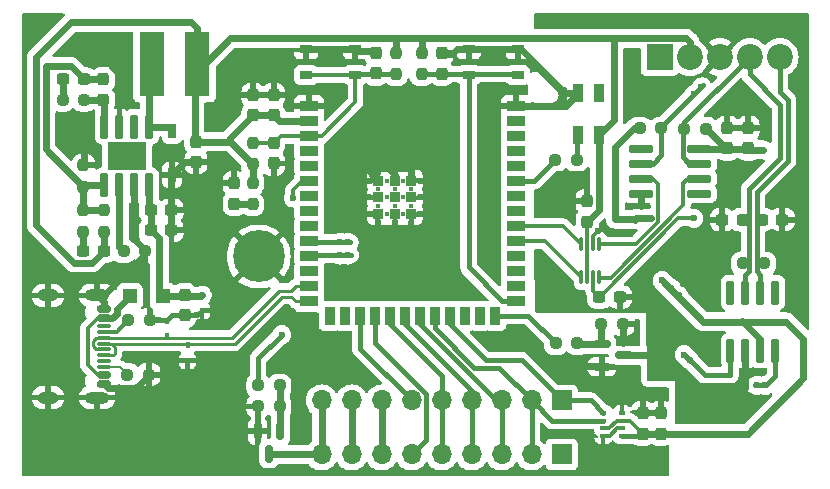
<source format=gbr>
%TF.GenerationSoftware,KiCad,Pcbnew,8.0.5*%
%TF.CreationDate,2024-09-28T10:08:31+02:00*%
%TF.ProjectId,Master,4d617374-6572-42e6-9b69-6361645f7063,rev?*%
%TF.SameCoordinates,Original*%
%TF.FileFunction,Copper,L1,Top*%
%TF.FilePolarity,Positive*%
%FSLAX46Y46*%
G04 Gerber Fmt 4.6, Leading zero omitted, Abs format (unit mm)*
G04 Created by KiCad (PCBNEW 8.0.5) date 2024-09-28 10:08:31*
%MOMM*%
%LPD*%
G01*
G04 APERTURE LIST*
G04 Aperture macros list*
%AMRoundRect*
0 Rectangle with rounded corners*
0 $1 Rounding radius*
0 $2 $3 $4 $5 $6 $7 $8 $9 X,Y pos of 4 corners*
0 Add a 4 corners polygon primitive as box body*
4,1,4,$2,$3,$4,$5,$6,$7,$8,$9,$2,$3,0*
0 Add four circle primitives for the rounded corners*
1,1,$1+$1,$2,$3*
1,1,$1+$1,$4,$5*
1,1,$1+$1,$6,$7*
1,1,$1+$1,$8,$9*
0 Add four rect primitives between the rounded corners*
20,1,$1+$1,$2,$3,$4,$5,0*
20,1,$1+$1,$4,$5,$6,$7,0*
20,1,$1+$1,$6,$7,$8,$9,0*
20,1,$1+$1,$8,$9,$2,$3,0*%
G04 Aperture macros list end*
%TA.AperFunction,SMDPad,CuDef*%
%ADD10RoundRect,0.237500X0.237500X-0.250000X0.237500X0.250000X-0.237500X0.250000X-0.237500X-0.250000X0*%
%TD*%
%TA.AperFunction,SMDPad,CuDef*%
%ADD11RoundRect,0.150000X-0.425000X0.150000X-0.425000X-0.150000X0.425000X-0.150000X0.425000X0.150000X0*%
%TD*%
%TA.AperFunction,SMDPad,CuDef*%
%ADD12RoundRect,0.075000X-0.500000X0.075000X-0.500000X-0.075000X0.500000X-0.075000X0.500000X0.075000X0*%
%TD*%
%TA.AperFunction,ComponentPad*%
%ADD13O,2.100000X1.000000*%
%TD*%
%TA.AperFunction,ComponentPad*%
%ADD14O,1.800000X1.000000*%
%TD*%
%TA.AperFunction,SMDPad,CuDef*%
%ADD15R,1.200000X1.200000*%
%TD*%
%TA.AperFunction,SMDPad,CuDef*%
%ADD16RoundRect,0.237500X-0.237500X0.300000X-0.237500X-0.300000X0.237500X-0.300000X0.237500X0.300000X0*%
%TD*%
%TA.AperFunction,SMDPad,CuDef*%
%ADD17RoundRect,0.237500X0.237500X-0.300000X0.237500X0.300000X-0.237500X0.300000X-0.237500X-0.300000X0*%
%TD*%
%TA.AperFunction,SMDPad,CuDef*%
%ADD18RoundRect,0.150000X-0.150000X0.587500X-0.150000X-0.587500X0.150000X-0.587500X0.150000X0.587500X0*%
%TD*%
%TA.AperFunction,SMDPad,CuDef*%
%ADD19RoundRect,0.237500X-0.237500X0.287500X-0.237500X-0.287500X0.237500X-0.287500X0.237500X0.287500X0*%
%TD*%
%TA.AperFunction,SMDPad,CuDef*%
%ADD20RoundRect,0.237500X0.300000X0.237500X-0.300000X0.237500X-0.300000X-0.237500X0.300000X-0.237500X0*%
%TD*%
%TA.AperFunction,ComponentPad*%
%ADD21C,0.700000*%
%TD*%
%TA.AperFunction,ComponentPad*%
%ADD22C,4.400000*%
%TD*%
%TA.AperFunction,SMDPad,CuDef*%
%ADD23RoundRect,0.237500X-0.237500X0.250000X-0.237500X-0.250000X0.237500X-0.250000X0.237500X0.250000X0*%
%TD*%
%TA.AperFunction,SMDPad,CuDef*%
%ADD24RoundRect,0.237500X-0.300000X-0.237500X0.300000X-0.237500X0.300000X0.237500X-0.300000X0.237500X0*%
%TD*%
%TA.AperFunction,SMDPad,CuDef*%
%ADD25RoundRect,0.237500X-0.250000X-0.237500X0.250000X-0.237500X0.250000X0.237500X-0.250000X0.237500X0*%
%TD*%
%TA.AperFunction,SMDPad,CuDef*%
%ADD26RoundRect,0.237500X0.250000X0.237500X-0.250000X0.237500X-0.250000X-0.237500X0.250000X-0.237500X0*%
%TD*%
%TA.AperFunction,SMDPad,CuDef*%
%ADD27R,0.700000X1.200000*%
%TD*%
%TA.AperFunction,SMDPad,CuDef*%
%ADD28R,0.500000X0.350000*%
%TD*%
%TA.AperFunction,SMDPad,CuDef*%
%ADD29R,0.400000X0.480000*%
%TD*%
%TA.AperFunction,SMDPad,CuDef*%
%ADD30RoundRect,0.075000X0.225000X-0.910000X0.225000X0.910000X-0.225000X0.910000X-0.225000X-0.910000X0*%
%TD*%
%TA.AperFunction,SMDPad,CuDef*%
%ADD31RoundRect,0.033750X-0.101250X0.526250X-0.101250X-0.526250X0.101250X-0.526250X0.101250X0.526250X0*%
%TD*%
%TA.AperFunction,SMDPad,CuDef*%
%ADD32RoundRect,0.150000X-0.587500X-0.150000X0.587500X-0.150000X0.587500X0.150000X-0.587500X0.150000X0*%
%TD*%
%TA.AperFunction,ComponentPad*%
%ADD33R,1.700000X1.700000*%
%TD*%
%TA.AperFunction,ComponentPad*%
%ADD34O,1.700000X1.700000*%
%TD*%
%TA.AperFunction,SMDPad,CuDef*%
%ADD35R,0.850000X1.600000*%
%TD*%
%TA.AperFunction,SMDPad,CuDef*%
%ADD36RoundRect,0.075000X-0.910000X-0.225000X0.910000X-0.225000X0.910000X0.225000X-0.910000X0.225000X0*%
%TD*%
%TA.AperFunction,SMDPad,CuDef*%
%ADD37R,1.500000X0.900000*%
%TD*%
%TA.AperFunction,SMDPad,CuDef*%
%ADD38R,0.900000X1.500000*%
%TD*%
%TA.AperFunction,SMDPad,CuDef*%
%ADD39R,0.900000X0.900000*%
%TD*%
%TA.AperFunction,ComponentPad*%
%ADD40C,0.400000*%
%TD*%
%TA.AperFunction,SMDPad,CuDef*%
%ADD41R,1.050000X0.650000*%
%TD*%
%TA.AperFunction,SMDPad,CuDef*%
%ADD42RoundRect,0.075000X-0.225000X0.910000X-0.225000X-0.910000X0.225000X-0.910000X0.225000X0.910000X0*%
%TD*%
%TA.AperFunction,SMDPad,CuDef*%
%ADD43R,3.300000X2.410000*%
%TD*%
%TA.AperFunction,SMDPad,CuDef*%
%ADD44R,2.150000X5.500000*%
%TD*%
%TA.AperFunction,ComponentPad*%
%ADD45R,2.200000X2.200000*%
%TD*%
%TA.AperFunction,ComponentPad*%
%ADD46C,2.200000*%
%TD*%
%TA.AperFunction,ViaPad*%
%ADD47C,0.600000*%
%TD*%
%TA.AperFunction,Conductor*%
%ADD48C,0.600000*%
%TD*%
%TA.AperFunction,Conductor*%
%ADD49C,0.300000*%
%TD*%
%TA.AperFunction,Conductor*%
%ADD50C,0.400000*%
%TD*%
%TA.AperFunction,Conductor*%
%ADD51C,0.304000*%
%TD*%
%TA.AperFunction,Conductor*%
%ADD52C,0.254000*%
%TD*%
%TA.AperFunction,Conductor*%
%ADD53C,0.200000*%
%TD*%
G04 APERTURE END LIST*
D10*
%TO.P,R3,1*%
%TO.N,Net-(D5-A)*%
X55150000Y-44662500D03*
%TO.P,R3,2*%
%TO.N,ESP_3V3*%
X55150000Y-42837500D03*
%TD*%
D11*
%TO.P,J1,A1,GND*%
%TO.N,GND*%
X42582000Y-53494000D03*
%TO.P,J1,A4,VBUS*%
%TO.N,Net-(D1-A)*%
X42582000Y-54294000D03*
D12*
%TO.P,J1,A5,CC1*%
%TO.N,Net-(J1-CC1)*%
X42582000Y-55444000D03*
%TO.P,J1,A6,D+*%
%TO.N,D+*%
X42582000Y-56444000D03*
%TO.P,J1,A7,D-*%
%TO.N,D-*%
X42582000Y-56944000D03*
%TO.P,J1,A8,SBU1*%
%TO.N,unconnected-(J1-SBU1-PadA8)*%
X42582000Y-57944000D03*
D11*
%TO.P,J1,A9,VBUS*%
%TO.N,Net-(D1-A)*%
X42582000Y-59094000D03*
%TO.P,J1,A12,GND*%
%TO.N,GND*%
X42582000Y-59894000D03*
%TO.P,J1,B1,GND*%
X42582000Y-59894000D03*
%TO.P,J1,B4,VBUS*%
%TO.N,Net-(D1-A)*%
X42582000Y-59094000D03*
D12*
%TO.P,J1,B5,CC2*%
%TO.N,Net-(J1-CC2)*%
X42582000Y-58444000D03*
%TO.P,J1,B6,D+*%
%TO.N,D+*%
X42582000Y-57444000D03*
%TO.P,J1,B7,D-*%
%TO.N,D-*%
X42582000Y-55944000D03*
%TO.P,J1,B8,SBU2*%
%TO.N,unconnected-(J1-SBU2-PadB8)*%
X42582000Y-54944000D03*
D11*
%TO.P,J1,B9,VBUS*%
%TO.N,Net-(D1-A)*%
X42582000Y-54294000D03*
%TO.P,J1,B12,GND*%
%TO.N,GND*%
X42582000Y-53494000D03*
D13*
%TO.P,J1,S1,SHIELD*%
X42007000Y-52374000D03*
D14*
X37827000Y-52374000D03*
D13*
X42007000Y-61014000D03*
D14*
X37827000Y-61014000D03*
%TD*%
D15*
%TO.P,D1,1,K*%
%TO.N,VCC_5V*%
X47552000Y-52444000D03*
%TO.P,D1,2,A*%
%TO.N,Net-(D1-A)*%
X44752000Y-52444000D03*
%TD*%
D16*
%TO.P,C1,1*%
%TO.N,VCC_5V*%
X49400000Y-52337500D03*
%TO.P,C1,2*%
%TO.N,GND*%
X49400000Y-54062500D03*
%TD*%
D10*
%TO.P,R20,1*%
%TO.N,Net-(U9-FB)*%
X40835000Y-43190500D03*
%TO.P,R20,2*%
%TO.N,GND*%
X40835000Y-41365500D03*
%TD*%
D17*
%TO.P,C13,1*%
%TO.N,VCC_5V*%
X97104000Y-39918500D03*
%TO.P,C13,2*%
%TO.N,GND_OUT*%
X97104000Y-38193500D03*
%TD*%
%TO.P,C7,1*%
%TO.N,ESP_3V3*%
X56936000Y-37136000D03*
%TO.P,C7,2*%
%TO.N,GND*%
X56936000Y-35411000D03*
%TD*%
D18*
%TO.P,Q3,1,G*%
%TO.N,Net-(Q3-G)*%
X57481500Y-63884500D03*
%TO.P,Q3,2,S*%
%TO.N,GND*%
X55581500Y-63884500D03*
%TO.P,Q3,3,D*%
%TO.N,GND_CONN*%
X56531500Y-65759500D03*
%TD*%
D19*
%TO.P,D5,1,K*%
%TO.N,GND*%
X53600000Y-42875000D03*
%TO.P,D5,2,A*%
%TO.N,Net-(D5-A)*%
X53600000Y-44625000D03*
%TD*%
D20*
%TO.P,C19,1*%
%TO.N,CAN+*%
X96637500Y-45975000D03*
%TO.P,C19,2*%
%TO.N,GND_OUT*%
X94912500Y-45975000D03*
%TD*%
D17*
%TO.P,C6,1*%
%TO.N,ESP_3V3*%
X55188000Y-37136000D03*
%TO.P,C6,2*%
%TO.N,GND*%
X55188000Y-35411000D03*
%TD*%
D21*
%TO.P,H1,1,1*%
%TO.N,GND*%
X57316000Y-49074000D03*
X56832726Y-50240726D03*
X56832726Y-47907274D03*
X55666000Y-50724000D03*
D22*
X55666000Y-49074000D03*
D21*
X55666000Y-47424000D03*
X54499274Y-50240726D03*
X54499274Y-47907274D03*
X54016000Y-49074000D03*
%TD*%
D23*
%TO.P,R6,1*%
%TO.N,ESP_3V3*%
X67293000Y-31810500D03*
%TO.P,R6,2*%
%TO.N,CHIP_PU*%
X67293000Y-33635500D03*
%TD*%
D24*
%TO.P,C11,1*%
%TO.N,VCC_5V*%
X84521500Y-52503000D03*
%TO.P,C11,2*%
%TO.N,GND_OUT*%
X86246500Y-52503000D03*
%TD*%
D25*
%TO.P,R16,1*%
%TO.N,Net-(Q2-G)*%
X84662500Y-54800000D03*
%TO.P,R16,2*%
%TO.N,GND*%
X86487500Y-54800000D03*
%TD*%
D16*
%TO.P,C21,1*%
%TO.N,ESP_3V3*%
X50360000Y-39348000D03*
%TO.P,C21,2*%
%TO.N,GND*%
X50360000Y-41073000D03*
%TD*%
D26*
%TO.P,R13,1*%
%TO.N,CAN-*%
X89762500Y-38225000D03*
%TO.P,R13,2*%
%TO.N,VCC_5V*%
X87937500Y-38225000D03*
%TD*%
D25*
%TO.P,R19,1*%
%TO.N,Net-(U9-FSW)*%
X44240500Y-48628000D03*
%TO.P,R19,2*%
%TO.N,GND*%
X46065500Y-48628000D03*
%TD*%
D27*
%TO.P,D7,A*%
%TO.N,GND*%
X48328000Y-42161000D03*
%TO.P,D7,C*%
%TO.N,Net-(U9-OUT)*%
X48328000Y-38461000D03*
%TD*%
D16*
%TO.P,C16,1*%
%TO.N,GND_OUT*%
X83479000Y-44401500D03*
%TO.P,C16,2*%
%TO.N,ESP_3V3*%
X83479000Y-46126500D03*
%TD*%
D28*
%TO.P,U5,1,GND*%
%TO.N,GND*%
X84850000Y-64275000D03*
%TO.P,U5,2,CSB*%
%TO.N,ESP_3V3*%
X84850000Y-63625000D03*
%TO.P,U5,3,SDI*%
%TO.N,I2C_SDA*%
X84850000Y-62975000D03*
%TO.P,U5,4,SCK*%
%TO.N,I2C_SCK*%
X84850000Y-62325000D03*
%TO.P,U5,5,SDO*%
%TO.N,GND*%
X86450000Y-62325000D03*
%TO.P,U5,6,VDDIO*%
%TO.N,ESP_3V3*%
X86450000Y-62975000D03*
%TO.P,U5,7,GND*%
%TO.N,GND*%
X86450000Y-63625000D03*
%TO.P,U5,8,VDD*%
%TO.N,ESP_3V3*%
X86450000Y-64275000D03*
%TD*%
D17*
%TO.P,C14,1*%
%TO.N,ESP_3V3*%
X88178000Y-64068500D03*
%TO.P,C14,2*%
%TO.N,GND*%
X88178000Y-62343500D03*
%TD*%
D29*
%TO.P,D2,1*%
%TO.N,GND*%
X49650000Y-57885000D03*
%TO.P,D2,2*%
%TO.N,D+*%
X49650000Y-56565000D03*
%TD*%
%TO.P,D4,1*%
%TO.N,GND*%
X50875000Y-53660000D03*
%TO.P,D4,2*%
%TO.N,VCC_5V*%
X50875000Y-52340000D03*
%TD*%
D30*
%TO.P,U7,1,D*%
%TO.N,TX_CAN*%
X95595000Y-57070000D03*
%TO.P,U7,2,GND*%
%TO.N,GND_OUT*%
X96865000Y-57070000D03*
%TO.P,U7,3,VCC*%
%TO.N,ESP_3V3*%
X98135000Y-57070000D03*
%TO.P,U7,4,R*%
%TO.N,RX_CAN*%
X99405000Y-57070000D03*
%TO.P,U7,5,VREF*%
%TO.N,unconnected-(U7-VREF-Pad5)*%
X99405000Y-52130000D03*
%TO.P,U7,6,CANL*%
%TO.N,CAN-*%
X98135000Y-52130000D03*
%TO.P,U7,7,CANH*%
%TO.N,CAN+*%
X96865000Y-52130000D03*
%TO.P,U7,8,RS*%
%TO.N,unconnected-(U7-RS-Pad8)*%
X95595000Y-52130000D03*
%TD*%
D25*
%TO.P,R7,1*%
%TO.N,RGB*%
X80762500Y-40900000D03*
%TO.P,R7,2*%
%TO.N,Net-(D6-DIN)*%
X82587500Y-40900000D03*
%TD*%
D16*
%TO.P,C8,1*%
%TO.N,CHIP_PU*%
X56936000Y-39475000D03*
%TO.P,C8,2*%
%TO.N,GND*%
X56936000Y-41200000D03*
%TD*%
D17*
%TO.P,C9,1*%
%TO.N,GPIO0*%
X71181000Y-33585500D03*
%TO.P,C9,2*%
%TO.N,GND*%
X71181000Y-31860500D03*
%TD*%
D23*
%TO.P,R22,1*%
%TO.N,Net-(U9-FB)*%
X42613000Y-45175500D03*
%TO.P,R22,2*%
%TO.N,ESP_3V3*%
X42613000Y-47000500D03*
%TD*%
D25*
%TO.P,R24,1*%
%TO.N,MOSFET_CONN*%
X55619000Y-59996000D03*
%TO.P,R24,2*%
%TO.N,Net-(Q3-G)*%
X57444000Y-59996000D03*
%TD*%
D31*
%TO.P,U2,1,SDA_B*%
%TO.N,I2C_SDA_LINE*%
X84483000Y-48038500D03*
%TO.P,U2,2,GND*%
%TO.N,GND_OUT*%
X83983000Y-48038500D03*
%TO.P,U2,3,VCCA*%
%TO.N,ESP_3V3*%
X83483000Y-48038500D03*
%TO.P,U2,4,SDA_A*%
%TO.N,SDA_ESP*%
X82983000Y-48038500D03*
%TO.P,U2,5,SCL_A*%
%TO.N,SCL_ESP*%
X82983000Y-50848500D03*
%TO.P,U2,6,OE*%
%TO.N,ESP_3V3*%
X83483000Y-50848500D03*
%TO.P,U2,7,VCCB*%
%TO.N,VCC_5V*%
X83983000Y-50848500D03*
%TO.P,U2,8,SCL_B*%
%TO.N,I2C_SCL_LINE*%
X84483000Y-50848500D03*
%TD*%
D32*
%TO.P,Q2,1,G*%
%TO.N,Net-(Q2-G)*%
X84700000Y-56500000D03*
%TO.P,Q2,2,S*%
%TO.N,GND*%
X84700000Y-58400000D03*
%TO.P,Q2,3,D*%
%TO.N,GND_OUT*%
X86575000Y-57450000D03*
%TD*%
D26*
%TO.P,R17,1*%
%TO.N,Net-(Q3-G)*%
X57444000Y-61774000D03*
%TO.P,R17,2*%
%TO.N,GND*%
X55619000Y-61774000D03*
%TD*%
D17*
%TO.P,C12,1*%
%TO.N,VCC_5V*%
X95326000Y-39918500D03*
%TO.P,C12,2*%
%TO.N,GND_OUT*%
X95326000Y-38193500D03*
%TD*%
D25*
%TO.P,R2,1*%
%TO.N,Net-(J1-CC2)*%
X44537500Y-59075000D03*
%TO.P,R2,2*%
%TO.N,GND*%
X46362500Y-59075000D03*
%TD*%
D23*
%TO.P,R23,1*%
%TO.N,Net-(U9-FB)*%
X40835000Y-45175500D03*
%TO.P,R23,2*%
%TO.N,Net-(C20-Pad1)*%
X40835000Y-47000500D03*
%TD*%
D17*
%TO.P,C4,1*%
%TO.N,Net-(U9-COMP)*%
X42500035Y-35801455D03*
%TO.P,C4,2*%
%TO.N,Net-(U9-FB)*%
X42500035Y-34076455D03*
%TD*%
D10*
%TO.P,R4,1*%
%TO.N,ESP_3V3*%
X55158000Y-41250000D03*
%TO.P,R4,2*%
%TO.N,CHIP_PU*%
X55158000Y-39425000D03*
%TD*%
D17*
%TO.P,C10,1*%
%TO.N,CHIP_PU*%
X65593000Y-33573000D03*
%TO.P,C10,2*%
%TO.N,GND*%
X65593000Y-31848000D03*
%TD*%
D24*
%TO.P,C18,1*%
%TO.N,CAN-*%
X98287500Y-45950000D03*
%TO.P,C18,2*%
%TO.N,GND_OUT*%
X100012500Y-45950000D03*
%TD*%
D33*
%TO.P,J5,1,Pin_1*%
%TO.N,I2C_SCK*%
X81320000Y-65838000D03*
D34*
%TO.P,J5,2,Pin_2*%
%TO.N,I2C_SDA*%
X78780000Y-65838000D03*
%TO.P,J5,3,Pin_3*%
%TO.N,SPI_MISO*%
X76240000Y-65838000D03*
%TO.P,J5,4,Pin_4*%
%TO.N,SPI_SCK*%
X73700000Y-65838000D03*
%TO.P,J5,5,Pin_5*%
%TO.N,SPI_MOSI*%
X71160000Y-65838000D03*
%TO.P,J5,6,Pin_6*%
%TO.N,ADC1*%
X68620000Y-65838000D03*
%TO.P,J5,7,Pin_7*%
%TO.N,ESP_3V3*%
X66080000Y-65838000D03*
%TO.P,J5,8,Pin_8*%
%TO.N,VCC_5V*%
X63540000Y-65838000D03*
%TO.P,J5,9,Pin_9*%
%TO.N,GND_CONN*%
X61000000Y-65838000D03*
%TD*%
D25*
%TO.P,R14,1*%
%TO.N,CAN+*%
X91712500Y-38250000D03*
%TO.P,R14,2*%
%TO.N,VCC_5V*%
X93537500Y-38250000D03*
%TD*%
D35*
%TO.P,D6,1,DOUT*%
%TO.N,unconnected-(D6-DOUT-Pad1)*%
X84481000Y-35273000D03*
%TO.P,D6,2,VSS*%
%TO.N,GND*%
X82731000Y-35273000D03*
%TO.P,D6,3,DIN*%
%TO.N,Net-(D6-DIN)*%
X82731000Y-38773000D03*
%TO.P,D6,4,VDD*%
%TO.N,ESP_3V3*%
X84481000Y-38773000D03*
%TD*%
D24*
%TO.P,C5,1*%
%TO.N,Net-(C5-Pad1)*%
X39112500Y-34047000D03*
%TO.P,C5,2*%
%TO.N,Net-(U9-FB)*%
X40837500Y-34047000D03*
%TD*%
%TO.P,C20,1*%
%TO.N,Net-(C20-Pad1)*%
X40825271Y-48613035D03*
%TO.P,C20,2*%
%TO.N,ESP_3V3*%
X42550271Y-48613035D03*
%TD*%
D36*
%TO.P,U3,1*%
%TO.N,N/C*%
X88030000Y-39945000D03*
%TO.P,U3,2,LX*%
%TO.N,CAN-*%
X88030000Y-41215000D03*
%TO.P,U3,3,SX*%
%TO.N,I2C_SDA_LINE*%
X88030000Y-42485000D03*
%TO.P,U3,4,GND*%
%TO.N,GND_OUT*%
X88030000Y-43755000D03*
%TO.P,U3,5*%
%TO.N,N/C*%
X92970000Y-43755000D03*
%TO.P,U3,6,SY*%
%TO.N,I2C_SCL_LINE*%
X92970000Y-42485000D03*
%TO.P,U3,7,LY*%
%TO.N,CAN+*%
X92970000Y-41215000D03*
%TO.P,U3,8,VCC*%
%TO.N,VCC_5V*%
X92970000Y-39945000D03*
%TD*%
D23*
%TO.P,R5,1*%
%TO.N,ESP_3V3*%
X69459000Y-31810500D03*
%TO.P,R5,2*%
%TO.N,GPIO0*%
X69459000Y-33635500D03*
%TD*%
D25*
%TO.P,R1,1*%
%TO.N,Net-(J1-CC1)*%
X44642000Y-54434000D03*
%TO.P,R1,2*%
%TO.N,GND*%
X46467000Y-54434000D03*
%TD*%
D37*
%TO.P,U1,1,GND*%
%TO.N,GND*%
X59945000Y-36340000D03*
%TO.P,U1,2,3V3*%
%TO.N,ESP_3V3*%
X59945000Y-37610000D03*
%TO.P,U1,3,EN*%
%TO.N,CHIP_PU*%
X59945000Y-38880000D03*
%TO.P,U1,4,IO4*%
%TO.N,unconnected-(U1-IO4-Pad4)*%
X59945000Y-40150000D03*
%TO.P,U1,5,IO5*%
%TO.N,unconnected-(U1-IO5-Pad5)*%
X59945000Y-41420000D03*
%TO.P,U1,6,IO6*%
%TO.N,MOSFET_CONN*%
X59945000Y-42690000D03*
%TO.P,U1,7,IO7*%
%TO.N,unconnected-(U1-IO7-Pad7)*%
X59945000Y-43960000D03*
%TO.P,U1,8,IO15*%
%TO.N,unconnected-(U1-IO15-Pad8)*%
X59945000Y-45230000D03*
%TO.P,U1,9,IO16*%
%TO.N,unconnected-(U1-IO16-Pad9)*%
X59945000Y-46500000D03*
%TO.P,U1,10,IO17*%
%TO.N,TX_CAN*%
X59945000Y-47770000D03*
%TO.P,U1,11,IO18*%
%TO.N,RX_CAN*%
X59945000Y-49040000D03*
%TO.P,U1,12,IO8*%
%TO.N,unconnected-(U1-IO8-Pad12)*%
X59945000Y-50310000D03*
%TO.P,U1,13,IO19*%
%TO.N,D-*%
X59945000Y-51580000D03*
%TO.P,U1,14,IO20*%
%TO.N,D+*%
X59945000Y-52850000D03*
D38*
%TO.P,U1,15,IO3*%
%TO.N,unconnected-(U1-IO3-Pad15)*%
X61710000Y-54100000D03*
%TO.P,U1,16,IO46*%
%TO.N,unconnected-(U1-IO46-Pad16)*%
X62980000Y-54100000D03*
%TO.P,U1,17,IO9*%
%TO.N,ADC2*%
X64250000Y-54100000D03*
%TO.P,U1,18,IO10*%
%TO.N,ADC1*%
X65520000Y-54100000D03*
%TO.P,U1,19,IO11*%
%TO.N,SPI_MOSI*%
X66790000Y-54100000D03*
%TO.P,U1,20,IO12*%
%TO.N,SPI_SCK*%
X68060000Y-54100000D03*
%TO.P,U1,21,IO13*%
%TO.N,SPI_MISO*%
X69330000Y-54100000D03*
%TO.P,U1,22,IO14*%
%TO.N,I2C_SDA*%
X70600000Y-54100000D03*
%TO.P,U1,23,IO21*%
%TO.N,I2C_SCK*%
X71870000Y-54100000D03*
%TO.P,U1,24,IO47*%
%TO.N,unconnected-(U1-IO47-Pad24)*%
X73140000Y-54100000D03*
%TO.P,U1,25,IO48*%
%TO.N,unconnected-(U1-IO48-Pad25)*%
X74410000Y-54100000D03*
%TO.P,U1,26,IO45*%
%TO.N,MOSFET_OUT*%
X75680000Y-54100000D03*
D37*
%TO.P,U1,27,IO0*%
%TO.N,GPIO0*%
X77445000Y-52850000D03*
%TO.P,U1,28,IO35*%
%TO.N,unconnected-(U1-IO35-Pad28)*%
X77445000Y-51580000D03*
%TO.P,U1,29,IO36*%
%TO.N,unconnected-(U1-IO36-Pad29)*%
X77445000Y-50310000D03*
%TO.P,U1,30,IO37*%
%TO.N,unconnected-(U1-IO37-Pad30)*%
X77445000Y-49040000D03*
%TO.P,U1,31,IO38*%
%TO.N,SCL_ESP*%
X77445000Y-47770000D03*
%TO.P,U1,32,IO39*%
%TO.N,SDA_ESP*%
X77445000Y-46500000D03*
%TO.P,U1,33,IO40*%
%TO.N,unconnected-(U1-IO40-Pad33)*%
X77445000Y-45230000D03*
%TO.P,U1,34,IO41*%
%TO.N,unconnected-(U1-IO41-Pad34)*%
X77445000Y-43960000D03*
%TO.P,U1,35,IO42*%
%TO.N,RGB*%
X77445000Y-42690000D03*
%TO.P,U1,36,RXD0*%
%TO.N,unconnected-(U1-RXD0-Pad36)*%
X77445000Y-41420000D03*
%TO.P,U1,37,TXD0*%
%TO.N,unconnected-(U1-TXD0-Pad37)*%
X77445000Y-40150000D03*
%TO.P,U1,38,IO2*%
%TO.N,unconnected-(U1-IO2-Pad38)*%
X77445000Y-38880000D03*
%TO.P,U1,39,IO1*%
%TO.N,unconnected-(U1-IO1-Pad39)*%
X77445000Y-37610000D03*
%TO.P,U1,40,GND*%
%TO.N,GND*%
X77445000Y-36340000D03*
D39*
%TO.P,U1,41_1,GND*%
X65795000Y-42660000D03*
%TO.P,U1,41_2,GND*%
X67195000Y-42660000D03*
%TO.P,U1,41_3,GND*%
X68595000Y-42660000D03*
%TO.P,U1,41_4,GND*%
X65795000Y-44060000D03*
%TO.P,U1,41_5,GND*%
X67195000Y-44060000D03*
%TO.P,U1,41_6,GND*%
X68595000Y-44060000D03*
%TO.P,U1,41_7,GND*%
X65795000Y-45460000D03*
%TO.P,U1,41_8,GND*%
X67195000Y-45460000D03*
%TO.P,U1,41_9,GND*%
X68595000Y-45460000D03*
D40*
%TO.P,U1,41_10*%
%TO.N,N/C*%
X66495000Y-42660000D03*
%TO.P,U1,41_11*%
X67895000Y-42660000D03*
%TO.P,U1,41_12*%
X65795000Y-43360000D03*
%TO.P,U1,41_13*%
X67195000Y-43360000D03*
%TO.P,U1,41_14*%
X68595000Y-43360000D03*
%TO.P,U1,41_15*%
X66495000Y-44060000D03*
%TO.P,U1,41_16*%
X67895000Y-44060000D03*
%TO.P,U1,41_17*%
X65795000Y-44760000D03*
%TO.P,U1,41_18*%
X67195000Y-44760000D03*
%TO.P,U1,41_19*%
X68595000Y-44760000D03*
%TO.P,U1,41_20*%
X66495000Y-45460000D03*
%TO.P,U1,41_21*%
X67895000Y-45460000D03*
%TD*%
D29*
%TO.P,D3,1*%
%TO.N,GND*%
X47925000Y-54502500D03*
%TO.P,D3,2*%
%TO.N,D-*%
X47925000Y-55822500D03*
%TD*%
D41*
%TO.P,SW1,1*%
%TO.N,GND*%
X73446000Y-31548000D03*
%TO.P,SW1,2*%
X77596000Y-31548000D03*
%TO.P,SW1,3*%
%TO.N,GPIO0*%
X73446000Y-33698000D03*
%TO.P,SW1,4*%
X77596000Y-33698000D03*
%TD*%
D25*
%TO.P,R18,1*%
%TO.N,MOSFET_OUT*%
X80836500Y-56434000D03*
%TO.P,R18,2*%
%TO.N,Net-(Q2-G)*%
X82661500Y-56434000D03*
%TD*%
D41*
%TO.P,SW2,1*%
%TO.N,GND*%
X59696000Y-31548000D03*
%TO.P,SW2,2*%
X63846000Y-31548000D03*
%TO.P,SW2,3*%
%TO.N,CHIP_PU*%
X59696000Y-33698000D03*
%TO.P,SW2,4*%
X63846000Y-33698000D03*
%TD*%
D33*
%TO.P,J6,1,Pin_1*%
%TO.N,I2C_SCK*%
X81320000Y-61266000D03*
D34*
%TO.P,J6,2,Pin_2*%
%TO.N,I2C_SDA*%
X78780000Y-61266000D03*
%TO.P,J6,3,Pin_3*%
%TO.N,SPI_MISO*%
X76240000Y-61266000D03*
%TO.P,J6,4,Pin_4*%
%TO.N,SPI_SCK*%
X73700000Y-61266000D03*
%TO.P,J6,5,Pin_5*%
%TO.N,SPI_MOSI*%
X71160000Y-61266000D03*
%TO.P,J6,6,Pin_6*%
%TO.N,ADC2*%
X68620000Y-61266000D03*
%TO.P,J6,7,Pin_7*%
%TO.N,ESP_3V3*%
X66080000Y-61266000D03*
%TO.P,J6,8,Pin_8*%
%TO.N,VCC_5V*%
X63540000Y-61266000D03*
%TO.P,J6,9,Pin_9*%
%TO.N,GND_CONN*%
X61000000Y-61266000D03*
%TD*%
D42*
%TO.P,U9,1,OUT*%
%TO.N,Net-(U9-OUT)*%
X46423000Y-38090000D03*
%TO.P,U9,2,SYNCH*%
%TO.N,unconnected-(U9-SYNCH-Pad2)*%
X45153000Y-38090000D03*
%TO.P,U9,3,INH*%
%TO.N,GND*%
X43883000Y-38090000D03*
%TO.P,U9,4,COMP*%
%TO.N,Net-(U9-COMP)*%
X42613000Y-38090000D03*
%TO.P,U9,5,FB*%
%TO.N,Net-(U9-FB)*%
X42613000Y-43040000D03*
%TO.P,U9,6,FSW*%
%TO.N,Net-(U9-FSW)*%
X43883000Y-43040000D03*
%TO.P,U9,7,GND*%
%TO.N,GND*%
X45153000Y-43040000D03*
%TO.P,U9,8,VCC*%
%TO.N,VCC_5V*%
X46423000Y-43040000D03*
D43*
%TO.P,U9,9*%
%TO.N,N/C*%
X44518000Y-40565000D03*
%TD*%
D25*
%TO.P,R15,1*%
%TO.N,CAN+*%
X96662500Y-49650000D03*
%TO.P,R15,2*%
%TO.N,CAN-*%
X98487500Y-49650000D03*
%TD*%
D44*
%TO.P,L1,1*%
%TO.N,Net-(U9-OUT)*%
X46625000Y-32775000D03*
%TO.P,L1,2*%
%TO.N,ESP_3V3*%
X50475000Y-32775000D03*
%TD*%
D45*
%TO.P,J2,1,Pin_1*%
%TO.N,VCC_5V*%
X89620000Y-32200000D03*
D46*
%TO.P,J2,2,Pin_2*%
%TO.N,ESP_3V3*%
X92160000Y-32200000D03*
%TO.P,J2,3,Pin_3*%
%TO.N,GND_OUT*%
X94700000Y-32200000D03*
%TO.P,J2,4,Pin_4*%
%TO.N,CAN+*%
X97240000Y-32200000D03*
%TO.P,J2,5,Pin_5*%
%TO.N,CAN-*%
X99780000Y-32200000D03*
%TD*%
D24*
%TO.P,C2,1*%
%TO.N,VCC_5V*%
X46550000Y-45159000D03*
%TO.P,C2,2*%
%TO.N,GND*%
X48275000Y-45159000D03*
%TD*%
%TO.P,C3,1*%
%TO.N,VCC_5V*%
X46550000Y-46850000D03*
%TO.P,C3,2*%
%TO.N,GND*%
X48275000Y-46850000D03*
%TD*%
D17*
%TO.P,C15,1*%
%TO.N,ESP_3V3*%
X89725000Y-64062500D03*
%TO.P,C15,2*%
%TO.N,GND*%
X89725000Y-62337500D03*
%TD*%
D26*
%TO.P,R21,1*%
%TO.N,Net-(U9-COMP)*%
X40887500Y-35825000D03*
%TO.P,R21,2*%
%TO.N,Net-(C5-Pad1)*%
X39062500Y-35825000D03*
%TD*%
D47*
%TO.N,VCC_5V*%
X87900000Y-38275000D03*
X47237500Y-50550000D03*
X92496000Y-45850000D03*
X47237500Y-49100000D03*
X88850000Y-45850000D03*
X98375000Y-40050000D03*
X47237500Y-49850000D03*
%TO.N,GND*%
X56936000Y-45772000D03*
X53888000Y-51741000D03*
X49207000Y-41282000D03*
X57190000Y-45137000D03*
X86475000Y-61200000D03*
X41650000Y-32225000D03*
X86500000Y-56375000D03*
X42375000Y-32225000D03*
X53888000Y-52630000D03*
X65925000Y-41550000D03*
X82300000Y-58350000D03*
X46467000Y-54434000D03*
X54523000Y-52122000D03*
X57571000Y-46026000D03*
X50472500Y-54062500D03*
X48275000Y-43150000D03*
X66625000Y-41575000D03*
X65150000Y-41550000D03*
X40850000Y-39875000D03*
X39050000Y-38300000D03*
X48275000Y-44025000D03*
X64750000Y-31700000D03*
X39900000Y-38300000D03*
X72075000Y-31925000D03*
%TO.N,ESP_3V3*%
X91226000Y-52376000D03*
X50950000Y-34850000D03*
X50975000Y-33750000D03*
X84495000Y-44121000D03*
X90591000Y-51741000D03*
X84495000Y-43105000D03*
X84481000Y-44883000D03*
X89829000Y-51106000D03*
%TO.N,RX_CAN*%
X97875000Y-59975000D03*
X62550000Y-48950000D03*
X98575000Y-59975000D03*
X63200000Y-48950000D03*
%TO.N,TX_CAN*%
X62575000Y-47875000D03*
X92150000Y-57825000D03*
X91700000Y-57375000D03*
X63225000Y-47875000D03*
%TO.N,GND_OUT*%
X91250000Y-55700000D03*
X81701000Y-45010000D03*
X91480000Y-48312000D03*
X88178000Y-35231000D03*
X87474416Y-35599439D03*
X88075000Y-44775000D03*
X101767000Y-40311000D03*
X82082000Y-45772000D03*
X87543000Y-34723000D03*
X101894000Y-38533000D03*
X96179000Y-35358000D03*
X84368000Y-46915000D03*
X97068000Y-35358000D03*
X92369000Y-48439000D03*
%TO.N,MOSFET_CONN*%
X58587000Y-44125000D03*
X57612500Y-55687500D03*
%TO.N,CAN-*%
X93131000Y-34723000D03*
X92496000Y-35358000D03*
%TD*%
D48*
%TO.N,VCC_5V*%
X47237500Y-52129500D02*
X47237500Y-50550000D01*
X87459500Y-45917000D02*
X87500000Y-45957500D01*
D49*
X83983000Y-51964500D02*
X83983000Y-50848500D01*
D48*
X46423000Y-45032000D02*
X46550000Y-45159000D01*
X47237500Y-47537500D02*
X46550000Y-46850000D01*
D49*
X84521500Y-52503000D02*
X83983000Y-51964500D01*
X91183451Y-45850000D02*
X92496000Y-45850000D01*
D48*
X87607500Y-45850000D02*
X87500000Y-45957500D01*
X98375000Y-40050000D02*
X97235500Y-40050000D01*
X85877500Y-45917000D02*
X87459500Y-45917000D01*
X47552000Y-52444000D02*
X47237500Y-52129500D01*
X92970000Y-39945000D02*
X94775000Y-39945000D01*
X50771000Y-52444000D02*
X50875000Y-52340000D01*
X47237500Y-49850000D02*
X47237500Y-49100000D01*
X94775000Y-39487500D02*
X93537500Y-38250000D01*
D49*
X84521500Y-52503000D02*
X84530451Y-52503000D01*
D48*
X47237500Y-49100000D02*
X47237500Y-47537500D01*
X85877500Y-39797500D02*
X87450000Y-38225000D01*
D49*
X84530451Y-52503000D02*
X91183451Y-45850000D01*
D48*
X46423000Y-43040000D02*
X46423000Y-45032000D01*
X85877500Y-45917000D02*
X85877500Y-39797500D01*
X47552000Y-52444000D02*
X50771000Y-52444000D01*
X87450000Y-38225000D02*
X87937500Y-38225000D01*
X94775000Y-39945000D02*
X94775000Y-39487500D01*
X94775000Y-39945000D02*
X97077500Y-39945000D01*
X46550000Y-45159000D02*
X46550000Y-46850000D01*
X47237500Y-50550000D02*
X47237500Y-49850000D01*
X97077500Y-39945000D02*
X97104000Y-39918500D01*
X97235500Y-40050000D02*
X97104000Y-39918500D01*
X88850000Y-45850000D02*
X87607500Y-45850000D01*
X63540000Y-65838000D02*
X63540000Y-61266000D01*
%TO.N,GND*%
X50360000Y-41073000D02*
X49416000Y-41073000D01*
X81664000Y-36340000D02*
X82731000Y-35273000D01*
X42582000Y-53494000D02*
X42582000Y-52949000D01*
D50*
X43883000Y-33733000D02*
X42375000Y-32225000D01*
D48*
X48275000Y-43150000D02*
X48275000Y-42214000D01*
X84700000Y-58400000D02*
X84725000Y-58425000D01*
D50*
X46498000Y-54465000D02*
X46467000Y-54434000D01*
D48*
X63998000Y-31700000D02*
X63846000Y-31548000D01*
X77873000Y-31548000D02*
X81598000Y-35273000D01*
X42582000Y-59894000D02*
X42881999Y-60193999D01*
X84650000Y-58350000D02*
X84700000Y-58400000D01*
X42582000Y-52949000D02*
X42007000Y-52374000D01*
X72452000Y-31548000D02*
X72075000Y-31925000D01*
D50*
X48327500Y-54062500D02*
X47925000Y-54465000D01*
D48*
X48275000Y-46850000D02*
X48275000Y-45159000D01*
D50*
X47925000Y-54465000D02*
X46498000Y-54465000D01*
D48*
X45153000Y-47603000D02*
X45153000Y-43040000D01*
D49*
X86450000Y-62325000D02*
X86450000Y-61225000D01*
D50*
X49400000Y-54062500D02*
X48327500Y-54062500D01*
D48*
X40850000Y-41350500D02*
X40835000Y-41365500D01*
X65150000Y-42015000D02*
X65795000Y-42660000D01*
D50*
X50472500Y-54062500D02*
X50875000Y-53660000D01*
D48*
X46065500Y-48628000D02*
X46065500Y-48515500D01*
D49*
X86450000Y-63625000D02*
X86032107Y-63625000D01*
X85382107Y-64275000D02*
X84850000Y-64275000D01*
X86450000Y-61225000D02*
X86475000Y-61200000D01*
D48*
X49416000Y-41073000D02*
X49207000Y-41282000D01*
X59696000Y-31548000D02*
X63846000Y-31548000D01*
X42576000Y-52374000D02*
X46065500Y-48884500D01*
D50*
X49400000Y-54062500D02*
X50472500Y-54062500D01*
D48*
X46065500Y-48515500D02*
X45153000Y-47603000D01*
X66625000Y-41575000D02*
X67195000Y-42145000D01*
X67195000Y-42145000D02*
X67195000Y-42660000D01*
X65445000Y-31700000D02*
X65593000Y-31848000D01*
D50*
X43883000Y-38090000D02*
X43883000Y-33733000D01*
D48*
X42881999Y-60193999D02*
X45243501Y-60193999D01*
X40850000Y-39875000D02*
X40850000Y-41350500D01*
X73446000Y-31548000D02*
X72452000Y-31548000D01*
X48275000Y-45159000D02*
X48275000Y-44025000D01*
X64750000Y-31700000D02*
X65445000Y-31700000D01*
X64750000Y-31700000D02*
X63998000Y-31700000D01*
D49*
X86032107Y-63625000D02*
X85382107Y-64275000D01*
D48*
X65150000Y-41550000D02*
X65150000Y-42015000D01*
X86500000Y-56375000D02*
X86500000Y-54812500D01*
X46065500Y-48884500D02*
X46065500Y-48628000D01*
X68535000Y-41550000D02*
X68595000Y-41610000D01*
X77445000Y-36340000D02*
X81664000Y-36340000D01*
X42007000Y-52374000D02*
X42576000Y-52374000D01*
X49207000Y-41282000D02*
X48328000Y-42161000D01*
X48275000Y-44025000D02*
X48275000Y-43150000D01*
X86500000Y-54812500D02*
X86487500Y-54800000D01*
X65925000Y-41550000D02*
X68535000Y-41550000D01*
X68595000Y-41610000D02*
X68595000Y-42660000D01*
X77596000Y-31548000D02*
X73446000Y-31548000D01*
X45243501Y-60193999D02*
X46362500Y-59075000D01*
X72075000Y-31925000D02*
X71245500Y-31925000D01*
X82300000Y-58350000D02*
X84650000Y-58350000D01*
X81598000Y-35273000D02*
X82731000Y-35273000D01*
X71245500Y-31925000D02*
X71181000Y-31860500D01*
X48275000Y-42214000D02*
X48328000Y-42161000D01*
X77596000Y-31548000D02*
X77873000Y-31548000D01*
%TO.N,Net-(U9-FB)*%
X40985500Y-43040000D02*
X40835000Y-43190500D01*
X40835000Y-43190500D02*
X37650000Y-40005500D01*
X42613000Y-43040000D02*
X40985500Y-43040000D01*
X37650000Y-32950000D02*
X39740500Y-32950000D01*
X40837500Y-34047000D02*
X42470580Y-34047000D01*
X40835000Y-43190500D02*
X40835000Y-45175500D01*
X37650000Y-40005500D02*
X37650000Y-32950000D01*
X39740500Y-32950000D02*
X40837500Y-34047000D01*
X42470580Y-34047000D02*
X42500035Y-34076455D01*
X40835000Y-45175500D02*
X42613000Y-45175500D01*
%TO.N,Net-(U9-COMP)*%
X42613000Y-38090000D02*
X42613000Y-35914420D01*
X40911045Y-35801455D02*
X40887500Y-35825000D01*
X42613000Y-35914420D02*
X42500035Y-35801455D01*
X42500035Y-35801455D02*
X40911045Y-35801455D01*
%TO.N,Net-(C5-Pad1)*%
X39062500Y-34097000D02*
X39112500Y-34047000D01*
X39062500Y-35825000D02*
X39062500Y-34097000D01*
%TO.N,ESP_3V3*%
X42613000Y-47000500D02*
X42613000Y-48550306D01*
X57410000Y-37610000D02*
X59945000Y-37610000D01*
X89725000Y-64062500D02*
X97062500Y-64062500D01*
X53256000Y-39068000D02*
X55188000Y-37136000D01*
X67293000Y-30768000D02*
X67125000Y-30600000D01*
X84481000Y-38773000D02*
X85750000Y-37504000D01*
X98135000Y-57070000D02*
X98135000Y-56085001D01*
X50253000Y-39241000D02*
X50360000Y-39348000D01*
X101725000Y-59400000D02*
X101725000Y-56025000D01*
X49958019Y-29250000D02*
X50475000Y-29766981D01*
X96637500Y-54587500D02*
X96625000Y-54575000D01*
X69525000Y-30600000D02*
X85750000Y-30600000D01*
X93310500Y-54587500D02*
X89829000Y-51106000D01*
D49*
X83483000Y-48038500D02*
X83483000Y-46130500D01*
D48*
X69459000Y-31810500D02*
X69459000Y-30666000D01*
X53256000Y-39348000D02*
X53256000Y-39068000D01*
X66080000Y-61266000D02*
X66080000Y-65838000D01*
X69459000Y-30666000D02*
X69525000Y-30600000D01*
D50*
X87971500Y-64275000D02*
X88178000Y-64068500D01*
D48*
X50253000Y-30753000D02*
X50253000Y-33615000D01*
X84481000Y-38773000D02*
X84481000Y-44883000D01*
X39800000Y-29250000D02*
X49958019Y-29250000D01*
X88184000Y-64062500D02*
X88178000Y-64068500D01*
D50*
X86450000Y-64275000D02*
X87971500Y-64275000D01*
D49*
X87084500Y-62975000D02*
X88178000Y-64068500D01*
D48*
X67293000Y-31810500D02*
X67293000Y-30768000D01*
X97062500Y-64062500D02*
X101725000Y-59400000D01*
X53256000Y-39348000D02*
X55158000Y-41250000D01*
X56936000Y-37136000D02*
X57410000Y-37610000D01*
X91875000Y-30600000D02*
X92160000Y-30885000D01*
D49*
X85975001Y-62975000D02*
X86450000Y-62975000D01*
D48*
X50253000Y-33615000D02*
X50253000Y-39241000D01*
X36850000Y-46425000D02*
X36850000Y-32200000D01*
X67125000Y-30600000D02*
X69525000Y-30600000D01*
D49*
X84850000Y-63625000D02*
X85325001Y-63625000D01*
D48*
X36850000Y-32200000D02*
X39800000Y-29250000D01*
D49*
X83483000Y-46130500D02*
X83479000Y-46126500D01*
D48*
X85750000Y-30600000D02*
X87000000Y-30600000D01*
X50253000Y-33615000D02*
X53268000Y-30600000D01*
X55158000Y-42829500D02*
X55150000Y-42837500D01*
X84481000Y-44883000D02*
X84481000Y-45124500D01*
X84481000Y-45124500D02*
X83479000Y-46126500D01*
X42550271Y-48613035D02*
X41575271Y-49588035D01*
X87000000Y-30600000D02*
X91875000Y-30600000D01*
X98135000Y-56085001D02*
X96637500Y-54587500D01*
X55188000Y-37136000D02*
X56936000Y-37136000D01*
D49*
X83483000Y-48038500D02*
X83483000Y-50848500D01*
D48*
X41575271Y-49588035D02*
X40013035Y-49588035D01*
X92160000Y-30885000D02*
X92160000Y-32200000D01*
X55158000Y-41250000D02*
X55158000Y-42829500D01*
X40013035Y-49588035D02*
X36850000Y-46425000D01*
X53268000Y-30600000D02*
X67125000Y-30600000D01*
X96637500Y-54587500D02*
X93310500Y-54587500D01*
X100287500Y-54587500D02*
X96637500Y-54587500D01*
D49*
X86450000Y-62975000D02*
X87084500Y-62975000D01*
X85325001Y-63625000D02*
X85975001Y-62975000D01*
D48*
X101725000Y-56025000D02*
X100287500Y-54587500D01*
X50475000Y-29766981D02*
X50475000Y-32775000D01*
X50360000Y-39348000D02*
X53256000Y-39348000D01*
X42613000Y-48550306D02*
X42550271Y-48613035D01*
X85750000Y-37504000D02*
X85750000Y-30600000D01*
X89725000Y-64062500D02*
X88184000Y-64062500D01*
D51*
%TO.N,CHIP_PU*%
X65655500Y-33635500D02*
X65593000Y-33573000D01*
X55158000Y-39425000D02*
X56886000Y-39425000D01*
X63846000Y-36033000D02*
X60999000Y-38880000D01*
X63846000Y-33698000D02*
X59696000Y-33698000D01*
X63971000Y-33573000D02*
X63846000Y-33698000D01*
X60999000Y-38880000D02*
X59945000Y-38880000D01*
X59945000Y-38880000D02*
X57531000Y-38880000D01*
D50*
X67293000Y-33635500D02*
X63908500Y-33635500D01*
D51*
X57531000Y-38880000D02*
X56936000Y-39475000D01*
X63846000Y-33698000D02*
X63846000Y-36033000D01*
X56886000Y-39425000D02*
X56936000Y-39475000D01*
D50*
X63908500Y-33635500D02*
X63846000Y-33698000D01*
D51*
%TO.N,GPIO0*%
X71131000Y-33635500D02*
X71181000Y-33585500D01*
X71293500Y-33698000D02*
X71181000Y-33585500D01*
D50*
X73446000Y-33698000D02*
X73446000Y-50001000D01*
X77533500Y-33635500D02*
X77596000Y-33698000D01*
X76295000Y-52850000D02*
X77445000Y-52850000D01*
X73446000Y-50001000D02*
X76295000Y-52850000D01*
X69459000Y-33635500D02*
X77533500Y-33635500D01*
D48*
%TO.N,Net-(C20-Pad1)*%
X40825271Y-48613035D02*
X40825271Y-47010229D01*
X40825271Y-47010229D02*
X40835000Y-47000500D01*
D49*
%TO.N,Net-(D1-A)*%
X41203000Y-55144880D02*
X42053880Y-54294000D01*
X42582000Y-59094000D02*
X42053880Y-59094000D01*
D48*
X42582000Y-54294000D02*
X43280394Y-54294000D01*
D49*
X42053880Y-54294000D02*
X42582000Y-54294000D01*
D48*
X43280394Y-54294000D02*
X43657000Y-53917394D01*
D49*
X42053880Y-59094000D02*
X41203000Y-58243120D01*
D48*
X43657000Y-53917394D02*
X43657000Y-53539000D01*
X43657000Y-53539000D02*
X44752000Y-52444000D01*
D49*
X41203000Y-58243120D02*
X41203000Y-55144880D01*
D52*
%TO.N,D+*%
X43484000Y-56700408D02*
X43484000Y-57291000D01*
X43484000Y-57291000D02*
X43331000Y-57444000D01*
X43331000Y-57444000D02*
X42582000Y-57444000D01*
X53635382Y-56446000D02*
X57614382Y-52467000D01*
X58819999Y-52850000D02*
X59945000Y-52850000D01*
X58436999Y-52467000D02*
X58819999Y-52850000D01*
X42584000Y-56446000D02*
X53635382Y-56446000D01*
X43227592Y-56444000D02*
X43484000Y-56700408D01*
X57614382Y-52467000D02*
X58436999Y-52467000D01*
X42582000Y-56444000D02*
X42584000Y-56446000D01*
X42582000Y-56444000D02*
X43227592Y-56444000D01*
%TO.N,D-*%
X42582000Y-55944000D02*
X41936408Y-55944000D01*
X41936408Y-56944000D02*
X42582000Y-56944000D01*
X42584000Y-55942000D02*
X53426618Y-55942000D01*
X53426618Y-55942000D02*
X57405618Y-51963000D01*
X41680000Y-56687592D02*
X41936408Y-56944000D01*
X58819999Y-51580000D02*
X59945000Y-51580000D01*
X41936408Y-55944000D02*
X41680000Y-56200408D01*
X42582000Y-55944000D02*
X42584000Y-55942000D01*
X41680000Y-56200408D02*
X41680000Y-56687592D01*
X58436999Y-51963000D02*
X58819999Y-51580000D01*
X57405618Y-51963000D02*
X58436999Y-51963000D01*
D48*
%TO.N,Net-(D5-A)*%
X53637500Y-44662500D02*
X53600000Y-44625000D01*
X55150000Y-44662500D02*
X53637500Y-44662500D01*
D50*
%TO.N,Net-(D6-DIN)*%
X82587500Y-38916500D02*
X82731000Y-38773000D01*
X82587500Y-40900000D02*
X82587500Y-38916500D01*
D48*
%TO.N,Net-(U9-OUT)*%
X46423000Y-38090000D02*
X47957000Y-38090000D01*
X47957000Y-38090000D02*
X48328000Y-38461000D01*
X46423000Y-38090000D02*
X46423000Y-33635000D01*
X46423000Y-33635000D02*
X46403000Y-33615000D01*
D53*
%TO.N,Net-(J1-CC2)*%
X43906500Y-58444000D02*
X44537500Y-59075000D01*
X42582000Y-58444000D02*
X43906500Y-58444000D01*
D49*
%TO.N,Net-(J1-CC1)*%
X43632000Y-55444000D02*
X44642000Y-54434000D01*
X42582000Y-55444000D02*
X43632000Y-55444000D01*
D50*
%TO.N,SPI_SCK*%
X73700000Y-61266000D02*
X73700000Y-65838000D01*
X73700000Y-60470000D02*
X73700000Y-61266000D01*
X68060000Y-54100000D02*
X68060000Y-54830000D01*
X68060000Y-54830000D02*
X73700000Y-60470000D01*
%TO.N,ADC1*%
X65520000Y-54100000D02*
X65520000Y-56398233D01*
X69870000Y-60748233D02*
X69870000Y-64588000D01*
X65520000Y-56398233D02*
X69870000Y-60748233D01*
X69870000Y-64588000D02*
X68620000Y-65838000D01*
%TO.N,SPI_MISO*%
X69330000Y-54830000D02*
X75766000Y-61266000D01*
X75766000Y-61266000D02*
X76240000Y-61266000D01*
X76240000Y-65838000D02*
X76240000Y-61266000D01*
X69330000Y-54100000D02*
X69330000Y-54830000D01*
%TO.N,I2C_SCK*%
X83791000Y-61266000D02*
X84850000Y-62325000D01*
X74915000Y-57875000D02*
X77929000Y-57875000D01*
X81320000Y-61266000D02*
X83791000Y-61266000D01*
X71870000Y-54830000D02*
X74915000Y-57875000D01*
X77929000Y-57875000D02*
X81320000Y-61266000D01*
X71870000Y-54100000D02*
X71870000Y-54830000D01*
%TO.N,SPI_MOSI*%
X66790000Y-54830000D02*
X66790000Y-54100000D01*
X71160000Y-61266000D02*
X71160000Y-59200000D01*
X71160000Y-59200000D02*
X66790000Y-54830000D01*
X71160000Y-65838000D02*
X71160000Y-61266000D01*
%TO.N,I2C_SDA*%
X75989000Y-58475000D02*
X78780000Y-61266000D01*
X84850000Y-62975000D02*
X80489000Y-62975000D01*
X73925000Y-58475000D02*
X75989000Y-58475000D01*
X70600000Y-55150000D02*
X73925000Y-58475000D01*
X80489000Y-62975000D02*
X78780000Y-61266000D01*
X70600000Y-54100000D02*
X70600000Y-55150000D01*
X78780000Y-61266000D02*
X78780000Y-65838000D01*
%TO.N,ADC2*%
X68620000Y-61266000D02*
X64250000Y-56896000D01*
X64250000Y-56896000D02*
X64250000Y-54100000D01*
%TO.N,RGB*%
X77445000Y-42690000D02*
X78972500Y-42690000D01*
X78972500Y-42690000D02*
X80762500Y-40900000D01*
D49*
%TO.N,SCL_ESP*%
X79904500Y-47770000D02*
X77445000Y-47770000D01*
X82983000Y-50848500D02*
X79904500Y-47770000D01*
%TO.N,SDA_ESP*%
X82983000Y-48038500D02*
X81444500Y-46500000D01*
X81444500Y-46500000D02*
X77445000Y-46500000D01*
D48*
%TO.N,Net-(U9-FSW)*%
X44240500Y-48628000D02*
X43875000Y-48262500D01*
X43875000Y-43048000D02*
X43883000Y-43040000D01*
X43875000Y-48262500D02*
X43875000Y-43048000D01*
D50*
%TO.N,RX_CAN*%
X98600000Y-59975000D02*
X98575000Y-59975000D01*
X98600000Y-59975000D02*
X98590000Y-59985000D01*
X99405000Y-57070000D02*
X99405000Y-59170000D01*
X97875000Y-59975000D02*
X97650000Y-59975000D01*
X59945000Y-49040000D02*
X60035000Y-48950000D01*
X98575000Y-59975000D02*
X97875000Y-59975000D01*
X99405000Y-59170000D02*
X98600000Y-59975000D01*
X60035000Y-48950000D02*
X63475000Y-48950000D01*
%TO.N,TX_CAN*%
X92150000Y-57825000D02*
X91700000Y-57375000D01*
X60050000Y-47875000D02*
X59945000Y-47770000D01*
X91650000Y-57335050D02*
X92207475Y-57892525D01*
X91650000Y-57325000D02*
X91650000Y-57335050D01*
X62525000Y-47875000D02*
X63425000Y-47875000D01*
X95595000Y-59120000D02*
X95600000Y-59125000D01*
X95600000Y-59125000D02*
X93450000Y-59125000D01*
X93450000Y-59125000D02*
X92150000Y-57825000D01*
X62525000Y-47875000D02*
X60050000Y-47875000D01*
X91700000Y-57375000D02*
X91650000Y-57325000D01*
X95595000Y-57070000D02*
X95595000Y-59120000D01*
D49*
%TO.N,GND_OUT*%
X83983000Y-47300000D02*
X84368000Y-46915000D01*
D48*
X96865000Y-60235000D02*
X96865000Y-57070000D01*
D50*
X95326000Y-38193500D02*
X97104000Y-38193500D01*
D53*
X96865000Y-57467410D02*
X96865000Y-57070000D01*
D48*
X88075000Y-44775000D02*
X88075000Y-43800000D01*
X96100000Y-61000000D02*
X96865000Y-60235000D01*
X91250000Y-55700000D02*
X89500000Y-57450000D01*
D49*
X83983000Y-48038500D02*
X83983000Y-47300000D01*
D48*
X89500000Y-57450000D02*
X88775000Y-57450000D01*
X89350000Y-57450000D02*
X92900000Y-61000000D01*
X88775000Y-57450000D02*
X89350000Y-57450000D01*
X92900000Y-61000000D02*
X96100000Y-61000000D01*
X86575000Y-57450000D02*
X88775000Y-57450000D01*
X88075000Y-43800000D02*
X88030000Y-43755000D01*
%TO.N,GND_CONN*%
X61000000Y-61266000D02*
X61000000Y-65838000D01*
X56610000Y-65838000D02*
X56531500Y-65759500D01*
X61000000Y-65838000D02*
X56610000Y-65838000D01*
%TO.N,Net-(Q2-G)*%
X84662500Y-56462500D02*
X84700000Y-56500000D01*
X82727500Y-56500000D02*
X82661500Y-56434000D01*
X84662500Y-54800000D02*
X84662500Y-56462500D01*
X84700000Y-56500000D02*
X82727500Y-56500000D01*
%TO.N,Net-(Q3-G)*%
X57481500Y-63884500D02*
X57481500Y-60033500D01*
X57481500Y-60033500D02*
X57444000Y-59996000D01*
D49*
%TO.N,MOSFET_CONN*%
X58587000Y-43418000D02*
X59315000Y-42690000D01*
X59315000Y-42690000D02*
X59945000Y-42690000D01*
X58587000Y-44125000D02*
X58587000Y-43418000D01*
D50*
X55619000Y-57681000D02*
X55619000Y-59996000D01*
X57612500Y-55687500D02*
X55619000Y-57681000D01*
%TO.N,MOSFET_OUT*%
X78502500Y-54100000D02*
X80836500Y-56434000D01*
X75680000Y-54100000D02*
X78502500Y-54100000D01*
%TO.N,CAN-*%
X89014999Y-41215000D02*
X89762500Y-40467499D01*
X98135000Y-52130000D02*
X98135000Y-50652499D01*
X98135000Y-51935000D02*
X98125000Y-51925000D01*
X100450000Y-41009620D02*
X100450000Y-35786092D01*
X97825000Y-50342499D02*
X97825000Y-43634620D01*
X97825000Y-43634620D02*
X100450000Y-41009620D01*
X99780000Y-35116092D02*
X99780000Y-32200000D01*
X100450000Y-35786092D02*
X99780000Y-35116092D01*
X89762500Y-40467499D02*
X89762500Y-38225000D01*
X98135000Y-52130000D02*
X98135000Y-51935000D01*
X89762500Y-38225000D02*
X89762500Y-38091500D01*
X89762500Y-38091500D02*
X93258000Y-34596000D01*
X98135000Y-50652499D02*
X97825000Y-50342499D01*
X88030000Y-41215000D02*
X89014999Y-41215000D01*
%TO.N,CAN+*%
X96865000Y-51960000D02*
X96875000Y-51950000D01*
X92115000Y-41215000D02*
X92970000Y-41215000D01*
X96865000Y-52130000D02*
X96865000Y-50652499D01*
X97175000Y-50342499D02*
X97175000Y-43365380D01*
X99800000Y-36220000D02*
X97240000Y-33660000D01*
X91585000Y-38377500D02*
X91585000Y-40685000D01*
X91712500Y-38250000D02*
X91585000Y-38377500D01*
X99800000Y-40740380D02*
X99800000Y-36220000D01*
X97240000Y-33660000D02*
X97240000Y-32200000D01*
X91712500Y-37727500D02*
X97240000Y-32200000D01*
X91712500Y-38250000D02*
X91712500Y-37727500D01*
X91585000Y-40685000D02*
X92115000Y-41215000D01*
X96865000Y-50652499D02*
X97175000Y-50342499D01*
X97175000Y-43365380D02*
X99800000Y-40740380D01*
X96865000Y-52130000D02*
X96865000Y-51960000D01*
D49*
%TO.N,I2C_SCL_LINE*%
X91985001Y-42485000D02*
X92970000Y-42485000D01*
X91600000Y-42870001D02*
X91985001Y-42485000D01*
X85462845Y-50863500D02*
X84498000Y-50863500D01*
X84498000Y-50863500D02*
X84483000Y-50848500D01*
X91600000Y-42870001D02*
X91600000Y-44726345D01*
X91600000Y-44726345D02*
X85462845Y-50863500D01*
%TO.N,I2C_SDA_LINE*%
X89500000Y-42970001D02*
X89500000Y-46119239D01*
X89014999Y-42485000D02*
X89500000Y-42970001D01*
X88030000Y-42485000D02*
X89014999Y-42485000D01*
X89500000Y-46119239D02*
X87580739Y-48038500D01*
X87580739Y-48038500D02*
X84483000Y-48038500D01*
%TD*%
%TA.AperFunction,Conductor*%
%TO.N,GND_OUT*%
G36*
X96365487Y-40765185D02*
G01*
X96386129Y-40781819D01*
X96405650Y-40801340D01*
X96552484Y-40891908D01*
X96716247Y-40946174D01*
X96817323Y-40956500D01*
X97390676Y-40956499D01*
X97390684Y-40956498D01*
X97390687Y-40956498D01*
X97446030Y-40950844D01*
X97491753Y-40946174D01*
X97655516Y-40891908D01*
X97667501Y-40884515D01*
X97692720Y-40868961D01*
X97757816Y-40850500D01*
X98323085Y-40850500D01*
X98336968Y-40851279D01*
X98375000Y-40855565D01*
X98382537Y-40854715D01*
X98451357Y-40866767D01*
X98502738Y-40914113D01*
X98520366Y-40981722D01*
X98498643Y-41048129D01*
X98484105Y-41065616D01*
X96630887Y-42918834D01*
X96554222Y-43033572D01*
X96501421Y-43161047D01*
X96501421Y-43161049D01*
X96501420Y-43161052D01*
X96476666Y-43285500D01*
X96474500Y-43296386D01*
X96474500Y-44875500D01*
X96454815Y-44942539D01*
X96402011Y-44988294D01*
X96350502Y-44999500D01*
X96288331Y-44999500D01*
X96288312Y-44999501D01*
X96187247Y-45009825D01*
X96023484Y-45064092D01*
X96023481Y-45064093D01*
X95876648Y-45154661D01*
X95862325Y-45168984D01*
X95801001Y-45202468D01*
X95731309Y-45197482D01*
X95686965Y-45168982D01*
X95673038Y-45155055D01*
X95673034Y-45155052D01*
X95526311Y-45064551D01*
X95526300Y-45064546D01*
X95362652Y-45010319D01*
X95261654Y-45000000D01*
X95162500Y-45000000D01*
X95162500Y-46949999D01*
X95261640Y-46949999D01*
X95261654Y-46949998D01*
X95362652Y-46939680D01*
X95526300Y-46885453D01*
X95526311Y-46885448D01*
X95673035Y-46794947D01*
X95686960Y-46781021D01*
X95748282Y-46747533D01*
X95817973Y-46752514D01*
X95862327Y-46781017D01*
X95876650Y-46795340D01*
X96023484Y-46885908D01*
X96187247Y-46940174D01*
X96288323Y-46950500D01*
X96350500Y-46950499D01*
X96417538Y-46970183D01*
X96463294Y-47022986D01*
X96474500Y-47074499D01*
X96474500Y-48551165D01*
X96454815Y-48618204D01*
X96402011Y-48663959D01*
X96363102Y-48674523D01*
X96262246Y-48684826D01*
X96098484Y-48739092D01*
X96098481Y-48739093D01*
X95951648Y-48829661D01*
X95829661Y-48951648D01*
X95739093Y-49098481D01*
X95739091Y-49098486D01*
X95728130Y-49131564D01*
X95684826Y-49262247D01*
X95684826Y-49262248D01*
X95684825Y-49262248D01*
X95674500Y-49363315D01*
X95674500Y-49936669D01*
X95674501Y-49936687D01*
X95684825Y-50037752D01*
X95721109Y-50147249D01*
X95739092Y-50201516D01*
X95822205Y-50336264D01*
X95829661Y-50348351D01*
X95914129Y-50432819D01*
X95947614Y-50494142D01*
X95942630Y-50563834D01*
X95900758Y-50619767D01*
X95835294Y-50644184D01*
X95826448Y-50644500D01*
X95332272Y-50644500D01*
X95219764Y-50659313D01*
X95219763Y-50659313D01*
X95079770Y-50717300D01*
X95079767Y-50717301D01*
X95079767Y-50717302D01*
X94959549Y-50809549D01*
X94887920Y-50902898D01*
X94867300Y-50929770D01*
X94809313Y-51069763D01*
X94809313Y-51069764D01*
X94794500Y-51182272D01*
X94794500Y-53077727D01*
X94809313Y-53190235D01*
X94809313Y-53190236D01*
X94864446Y-53323340D01*
X94867302Y-53330233D01*
X94959549Y-53450451D01*
X95079767Y-53542698D01*
X95085168Y-53544935D01*
X95093626Y-53548439D01*
X95148029Y-53592280D01*
X95170094Y-53658575D01*
X95152815Y-53726274D01*
X95101677Y-53773884D01*
X95046173Y-53787000D01*
X93693440Y-53787000D01*
X93626401Y-53767315D01*
X93605759Y-53750681D01*
X92009605Y-52154527D01*
X91980244Y-52107800D01*
X91973431Y-52088330D01*
X91951789Y-52026478D01*
X91855816Y-51873738D01*
X91728262Y-51746184D01*
X91575522Y-51650211D01*
X91575520Y-51650210D01*
X91494198Y-51621754D01*
X91447472Y-51592394D01*
X91374605Y-51519527D01*
X91345244Y-51472800D01*
X91342817Y-51465865D01*
X91316789Y-51391478D01*
X91220816Y-51238738D01*
X91093262Y-51111184D01*
X90940522Y-51015211D01*
X90940520Y-51015210D01*
X90859198Y-50986754D01*
X90812472Y-50957394D01*
X90331260Y-50476182D01*
X90331257Y-50476180D01*
X90265900Y-50435114D01*
X90262982Y-50433223D01*
X90208179Y-50396605D01*
X90208173Y-50396603D01*
X90207365Y-50396268D01*
X90188865Y-50386709D01*
X90178524Y-50380212D01*
X90178523Y-50380211D01*
X90178522Y-50380211D01*
X90117867Y-50358986D01*
X90111377Y-50356509D01*
X90062496Y-50336262D01*
X90048860Y-50333550D01*
X90032104Y-50328976D01*
X90008260Y-50320633D01*
X90008256Y-50320632D01*
X90008255Y-50320632D01*
X89987575Y-50318301D01*
X89957303Y-50314890D01*
X89947003Y-50313288D01*
X89907844Y-50305500D01*
X89907842Y-50305500D01*
X89880915Y-50305500D01*
X89867031Y-50304720D01*
X89829002Y-50300435D01*
X89828998Y-50300435D01*
X89790969Y-50304720D01*
X89777085Y-50305500D01*
X89750152Y-50305500D01*
X89710994Y-50313288D01*
X89700696Y-50314890D01*
X89649742Y-50320632D01*
X89649735Y-50320634D01*
X89625898Y-50328975D01*
X89609140Y-50333550D01*
X89595502Y-50336263D01*
X89595496Y-50336264D01*
X89546631Y-50356504D01*
X89540140Y-50358982D01*
X89479477Y-50380210D01*
X89479474Y-50380212D01*
X89469127Y-50386713D01*
X89450639Y-50396266D01*
X89449832Y-50396600D01*
X89449824Y-50396604D01*
X89395047Y-50433204D01*
X89392132Y-50435092D01*
X89326742Y-50476180D01*
X89326735Y-50476186D01*
X89199186Y-50603735D01*
X89199180Y-50603742D01*
X89158092Y-50669132D01*
X89156204Y-50672047D01*
X89119604Y-50726824D01*
X89119600Y-50726832D01*
X89119266Y-50727639D01*
X89109713Y-50746127D01*
X89103212Y-50756474D01*
X89103210Y-50756477D01*
X89081982Y-50817140D01*
X89079504Y-50823631D01*
X89059264Y-50872496D01*
X89059263Y-50872502D01*
X89056550Y-50886140D01*
X89051975Y-50902898D01*
X89043634Y-50926735D01*
X89043632Y-50926742D01*
X89037890Y-50977696D01*
X89036288Y-50987994D01*
X89028500Y-51027152D01*
X89028500Y-51054085D01*
X89027720Y-51067969D01*
X89023435Y-51105998D01*
X89023435Y-51106001D01*
X89027720Y-51144029D01*
X89028500Y-51157914D01*
X89028500Y-51184844D01*
X89036288Y-51224003D01*
X89037890Y-51234303D01*
X89043632Y-51285252D01*
X89043633Y-51285260D01*
X89051976Y-51309104D01*
X89056550Y-51325860D01*
X89059262Y-51339496D01*
X89079509Y-51388377D01*
X89081986Y-51394867D01*
X89103070Y-51455120D01*
X89103212Y-51455524D01*
X89109709Y-51465865D01*
X89119268Y-51484365D01*
X89119603Y-51485173D01*
X89119605Y-51485179D01*
X89156223Y-51539982D01*
X89158114Y-51542900D01*
X89199180Y-51608257D01*
X89199182Y-51608260D01*
X89207211Y-51616289D01*
X92800207Y-55209286D01*
X92800211Y-55209289D01*
X92931314Y-55296890D01*
X92931318Y-55296892D01*
X92931321Y-55296894D01*
X93077003Y-55357238D01*
X93231653Y-55387999D01*
X93231657Y-55388000D01*
X93231658Y-55388000D01*
X95106529Y-55388000D01*
X95173568Y-55407685D01*
X95219323Y-55460489D01*
X95229267Y-55529647D01*
X95200242Y-55593203D01*
X95153982Y-55626561D01*
X95079770Y-55657300D01*
X94959549Y-55749549D01*
X94867300Y-55869770D01*
X94809313Y-56009763D01*
X94809313Y-56009764D01*
X94794500Y-56122272D01*
X94794500Y-58017727D01*
X94809313Y-58130235D01*
X94809313Y-58130236D01*
X94860183Y-58253047D01*
X94867652Y-58322517D01*
X94836377Y-58384996D01*
X94776288Y-58420648D01*
X94745622Y-58424500D01*
X93791519Y-58424500D01*
X93724480Y-58404815D01*
X93703838Y-58388181D01*
X92941367Y-57625710D01*
X92912006Y-57578983D01*
X92910910Y-57575851D01*
X92875789Y-57475478D01*
X92779816Y-57322738D01*
X92652262Y-57195184D01*
X92571976Y-57144737D01*
X92499524Y-57099212D01*
X92493254Y-57096193D01*
X92494012Y-57094618D01*
X92444491Y-57059101D01*
X92429402Y-57031465D01*
X92428810Y-57031751D01*
X92425789Y-57025477D01*
X92342226Y-56892489D01*
X92329816Y-56872738D01*
X92202262Y-56745184D01*
X92163258Y-56720676D01*
X92049523Y-56649211D01*
X91879254Y-56589631D01*
X91879249Y-56589630D01*
X91700004Y-56569435D01*
X91699996Y-56569435D01*
X91520750Y-56589630D01*
X91520745Y-56589631D01*
X91350476Y-56649211D01*
X91197737Y-56745184D01*
X91070184Y-56872737D01*
X90974211Y-57025476D01*
X90914631Y-57195745D01*
X90914630Y-57195750D01*
X90894435Y-57374996D01*
X90894435Y-57375003D01*
X90914630Y-57554249D01*
X90914631Y-57554254D01*
X90974211Y-57724523D01*
X91005614Y-57774500D01*
X91070184Y-57877262D01*
X91197738Y-58004816D01*
X91254504Y-58040484D01*
X91350477Y-58100789D01*
X91356751Y-58103810D01*
X91355991Y-58105387D01*
X91405500Y-58140887D01*
X91420601Y-58168538D01*
X91421193Y-58168254D01*
X91424212Y-58174524D01*
X91484626Y-58270672D01*
X91520184Y-58327262D01*
X91647738Y-58454816D01*
X91738080Y-58511582D01*
X91789663Y-58543994D01*
X91800478Y-58550789D01*
X91903984Y-58587007D01*
X91950710Y-58616367D01*
X93003453Y-59669111D01*
X93003454Y-59669112D01*
X93118192Y-59745777D01*
X93245667Y-59798578D01*
X93245672Y-59798580D01*
X93245676Y-59798580D01*
X93245677Y-59798581D01*
X93381003Y-59825500D01*
X93381006Y-59825500D01*
X95668996Y-59825500D01*
X95760040Y-59807389D01*
X95804328Y-59798580D01*
X95871716Y-59770667D01*
X95931807Y-59745777D01*
X95931808Y-59745776D01*
X95931811Y-59745775D01*
X96046543Y-59669114D01*
X96144114Y-59571543D01*
X96220775Y-59456811D01*
X96231514Y-59430886D01*
X96273578Y-59329332D01*
X96273580Y-59329328D01*
X96289457Y-59249511D01*
X96300500Y-59193996D01*
X96300500Y-59056005D01*
X96300499Y-59056004D01*
X96297883Y-59042849D01*
X96295500Y-59018657D01*
X96295500Y-58645258D01*
X96315185Y-58578219D01*
X96367989Y-58532464D01*
X96437147Y-58522520D01*
X96466952Y-58530697D01*
X96489891Y-58540198D01*
X96489895Y-58540199D01*
X96602302Y-58554999D01*
X96602317Y-58555000D01*
X96615000Y-58555000D01*
X96615000Y-56944000D01*
X96634685Y-56876961D01*
X96687489Y-56831206D01*
X96739000Y-56820000D01*
X96991000Y-56820000D01*
X97058039Y-56839685D01*
X97103794Y-56892489D01*
X97115000Y-56944000D01*
X97115000Y-58555000D01*
X97127683Y-58555000D01*
X97127697Y-58554999D01*
X97240104Y-58540199D01*
X97240108Y-58540198D01*
X97379978Y-58482263D01*
X97424103Y-58448405D01*
X97489272Y-58423211D01*
X97557717Y-58437249D01*
X97575077Y-58448406D01*
X97619765Y-58482697D01*
X97619767Y-58482698D01*
X97759764Y-58540687D01*
X97866586Y-58554750D01*
X97868474Y-58554999D01*
X97872280Y-58555500D01*
X97872287Y-58555500D01*
X98397713Y-58555500D01*
X98397720Y-58555500D01*
X98510236Y-58540687D01*
X98533048Y-58531237D01*
X98602516Y-58523769D01*
X98664996Y-58555044D01*
X98700648Y-58615133D01*
X98704500Y-58645799D01*
X98704500Y-58828480D01*
X98684815Y-58895519D01*
X98668181Y-58916161D01*
X98414166Y-59170175D01*
X98367439Y-59199536D01*
X98265953Y-59235047D01*
X98196174Y-59238608D01*
X98184044Y-59235047D01*
X98054254Y-59189631D01*
X98054249Y-59189630D01*
X97875004Y-59169435D01*
X97874996Y-59169435D01*
X97695750Y-59189630D01*
X97695737Y-59189633D01*
X97525478Y-59249210D01*
X97444892Y-59299845D01*
X97426375Y-59309412D01*
X97318187Y-59354225D01*
X97318186Y-59354226D01*
X97203462Y-59430882D01*
X97203454Y-59430888D01*
X97105888Y-59528454D01*
X97105885Y-59528458D01*
X97029228Y-59643182D01*
X97029221Y-59643195D01*
X96976421Y-59770667D01*
X96976418Y-59770677D01*
X96949500Y-59906004D01*
X96949500Y-59906007D01*
X96949500Y-60043993D01*
X96949500Y-60043995D01*
X96949499Y-60043995D01*
X96976418Y-60179322D01*
X96976421Y-60179332D01*
X97029221Y-60306804D01*
X97029228Y-60306817D01*
X97105885Y-60421541D01*
X97105888Y-60421545D01*
X97203454Y-60519111D01*
X97203458Y-60519114D01*
X97318182Y-60595771D01*
X97318195Y-60595778D01*
X97426368Y-60640584D01*
X97444888Y-60650151D01*
X97520622Y-60697738D01*
X97525478Y-60700789D01*
X97585770Y-60721886D01*
X97695745Y-60760368D01*
X97695750Y-60760369D01*
X97874996Y-60780565D01*
X97875000Y-60780565D01*
X97875004Y-60780565D01*
X98054249Y-60760369D01*
X98054251Y-60760368D01*
X98054255Y-60760368D01*
X98054258Y-60760366D01*
X98054262Y-60760366D01*
X98184045Y-60714953D01*
X98253824Y-60711391D01*
X98265955Y-60714953D01*
X98395737Y-60760366D01*
X98395743Y-60760367D01*
X98395745Y-60760368D01*
X98395746Y-60760368D01*
X98395750Y-60760369D01*
X98574996Y-60780565D01*
X98575000Y-60780565D01*
X98575004Y-60780565D01*
X98754249Y-60760369D01*
X98754252Y-60760368D01*
X98754255Y-60760368D01*
X98924522Y-60700789D01*
X98981785Y-60664807D01*
X99049021Y-60645807D01*
X99115857Y-60666174D01*
X99161071Y-60719441D01*
X99170310Y-60788698D01*
X99140639Y-60851954D01*
X99135439Y-60857482D01*
X96767241Y-63225681D01*
X96705918Y-63259166D01*
X96679560Y-63262000D01*
X91048200Y-63262000D01*
X90981161Y-63242315D01*
X90935406Y-63189511D01*
X90924203Y-63138860D01*
X90907899Y-60788698D01*
X90900000Y-59650000D01*
X90860815Y-59649414D01*
X88678848Y-59616791D01*
X88612111Y-59596107D01*
X88567150Y-59542624D01*
X88556724Y-59495159D01*
X88555504Y-59430888D01*
X88450000Y-53875000D01*
X88449999Y-53875000D01*
X87040620Y-53878741D01*
X87001288Y-53872447D01*
X86887757Y-53834827D01*
X86887754Y-53834826D01*
X86887753Y-53834826D01*
X86887749Y-53834825D01*
X86887746Y-53834825D01*
X86786678Y-53824500D01*
X86188330Y-53824500D01*
X86188312Y-53824501D01*
X86087247Y-53834825D01*
X86087241Y-53834827D01*
X85964781Y-53875406D01*
X85926107Y-53881700D01*
X85230126Y-53883548D01*
X85190794Y-53877254D01*
X85062755Y-53834826D01*
X85062751Y-53834825D01*
X84961678Y-53824500D01*
X84363330Y-53824500D01*
X84363312Y-53824501D01*
X84262247Y-53834825D01*
X84262241Y-53834827D01*
X84125039Y-53880291D01*
X84086365Y-53886585D01*
X79344024Y-53899176D01*
X79276933Y-53879669D01*
X79256014Y-53862857D01*
X79069131Y-53675974D01*
X79035646Y-53614651D01*
X79032813Y-53588773D01*
X79013591Y-48544973D01*
X79033020Y-48477859D01*
X79085649Y-48431903D01*
X79137590Y-48420500D01*
X79583692Y-48420500D01*
X79650731Y-48440185D01*
X79671373Y-48456819D01*
X82311181Y-51096627D01*
X82344666Y-51157950D01*
X82347500Y-51184308D01*
X82347500Y-51416578D01*
X82355738Y-51485173D01*
X82357810Y-51502432D01*
X82411685Y-51639049D01*
X82411688Y-51639055D01*
X82420148Y-51650211D01*
X82500426Y-51756074D01*
X82617447Y-51844813D01*
X82754069Y-51898690D01*
X82839922Y-51909000D01*
X82839928Y-51909000D01*
X83126077Y-51909000D01*
X83126078Y-51909000D01*
X83193716Y-51900877D01*
X83262623Y-51912427D01*
X83314347Y-51959398D01*
X83332500Y-52023992D01*
X83332500Y-52028570D01*
X83344388Y-52088330D01*
X83344388Y-52088332D01*
X83348260Y-52107800D01*
X83357499Y-52154244D01*
X83406535Y-52272627D01*
X83462603Y-52356540D01*
X83483480Y-52423216D01*
X83483500Y-52425429D01*
X83483500Y-52789669D01*
X83483501Y-52789687D01*
X83493825Y-52890752D01*
X83530109Y-53000249D01*
X83548092Y-53054516D01*
X83638660Y-53201350D01*
X83760650Y-53323340D01*
X83907484Y-53413908D01*
X84071247Y-53468174D01*
X84172323Y-53478500D01*
X84870676Y-53478499D01*
X84870684Y-53478498D01*
X84870687Y-53478498D01*
X84926030Y-53472844D01*
X84971753Y-53468174D01*
X85135516Y-53413908D01*
X85282350Y-53323340D01*
X85296671Y-53309018D01*
X85357989Y-53275533D01*
X85427681Y-53280514D01*
X85472034Y-53309017D01*
X85485961Y-53322944D01*
X85485965Y-53322947D01*
X85632688Y-53413448D01*
X85632699Y-53413453D01*
X85796347Y-53467680D01*
X85897351Y-53477999D01*
X86496500Y-53477999D01*
X86595640Y-53477999D01*
X86595654Y-53477998D01*
X86696652Y-53467680D01*
X86860300Y-53413453D01*
X86860311Y-53413448D01*
X87007034Y-53322947D01*
X87007038Y-53322944D01*
X87128944Y-53201038D01*
X87128947Y-53201034D01*
X87219448Y-53054311D01*
X87219453Y-53054300D01*
X87273680Y-52890652D01*
X87283999Y-52789654D01*
X87284000Y-52789641D01*
X87284000Y-52753000D01*
X86496500Y-52753000D01*
X86496500Y-53477999D01*
X85897351Y-53477999D01*
X85996500Y-53477998D01*
X85996500Y-52377000D01*
X86016185Y-52309961D01*
X86068989Y-52264206D01*
X86120500Y-52253000D01*
X87283999Y-52253000D01*
X87283999Y-52216360D01*
X87283998Y-52216345D01*
X87273680Y-52115347D01*
X87219453Y-51951699D01*
X87219448Y-51951688D01*
X87128947Y-51804965D01*
X87128944Y-51804961D01*
X87007038Y-51683055D01*
X87007034Y-51683052D01*
X86860311Y-51592551D01*
X86860300Y-51592546D01*
X86696650Y-51538318D01*
X86690033Y-51536902D01*
X86690532Y-51534569D01*
X86636046Y-51512315D01*
X86595915Y-51455120D01*
X86593077Y-51385308D01*
X86625691Y-51327705D01*
X91416578Y-46536819D01*
X91477901Y-46503334D01*
X91504259Y-46500500D01*
X91990932Y-46500500D01*
X92056904Y-46519506D01*
X92146477Y-46575789D01*
X92146481Y-46575790D01*
X92316737Y-46635366D01*
X92316743Y-46635367D01*
X92316745Y-46635368D01*
X92316746Y-46635368D01*
X92316750Y-46635369D01*
X92495996Y-46655565D01*
X92496000Y-46655565D01*
X92496004Y-46655565D01*
X92675249Y-46635369D01*
X92675252Y-46635368D01*
X92675255Y-46635368D01*
X92845522Y-46575789D01*
X92998262Y-46479816D01*
X93125816Y-46352262D01*
X93182749Y-46261654D01*
X93875001Y-46261654D01*
X93885319Y-46362652D01*
X93939546Y-46526300D01*
X93939551Y-46526311D01*
X94030052Y-46673034D01*
X94030055Y-46673038D01*
X94151961Y-46794944D01*
X94151965Y-46794947D01*
X94298688Y-46885448D01*
X94298699Y-46885453D01*
X94462347Y-46939680D01*
X94563351Y-46949999D01*
X94662500Y-46949998D01*
X94662500Y-46225000D01*
X93875001Y-46225000D01*
X93875001Y-46261654D01*
X93182749Y-46261654D01*
X93221789Y-46199522D01*
X93281368Y-46029255D01*
X93281369Y-46029249D01*
X93301565Y-45850003D01*
X93301565Y-45849996D01*
X93283351Y-45688345D01*
X93875000Y-45688345D01*
X93875000Y-45725000D01*
X94662500Y-45725000D01*
X94662500Y-44999999D01*
X94563360Y-45000000D01*
X94563344Y-45000001D01*
X94462347Y-45010319D01*
X94298699Y-45064546D01*
X94298688Y-45064551D01*
X94151965Y-45155052D01*
X94151961Y-45155055D01*
X94030055Y-45276961D01*
X94030052Y-45276965D01*
X93939551Y-45423688D01*
X93939546Y-45423699D01*
X93885319Y-45587347D01*
X93875000Y-45688345D01*
X93283351Y-45688345D01*
X93281369Y-45670750D01*
X93281368Y-45670745D01*
X93221788Y-45500476D01*
X93182582Y-45438080D01*
X93125816Y-45347738D01*
X92998262Y-45220184D01*
X92911168Y-45165459D01*
X92845523Y-45124211D01*
X92675254Y-45064631D01*
X92675249Y-45064630D01*
X92496004Y-45044435D01*
X92495996Y-45044435D01*
X92361785Y-45059556D01*
X92292963Y-45047501D01*
X92241584Y-45000152D01*
X92223960Y-44932541D01*
X92226283Y-44912156D01*
X92232083Y-44883000D01*
X92250500Y-44790414D01*
X92250500Y-44679500D01*
X92270185Y-44612461D01*
X92322989Y-44566706D01*
X92374500Y-44555500D01*
X93917713Y-44555500D01*
X93917720Y-44555500D01*
X94030236Y-44540687D01*
X94170233Y-44482698D01*
X94290451Y-44390451D01*
X94382698Y-44270233D01*
X94440687Y-44130236D01*
X94455500Y-44017720D01*
X94455500Y-43492280D01*
X94440687Y-43379764D01*
X94382698Y-43239767D01*
X94348720Y-43195486D01*
X94323526Y-43130317D01*
X94337564Y-43061872D01*
X94348720Y-43044514D01*
X94357118Y-43033569D01*
X94382698Y-43000233D01*
X94440687Y-42860236D01*
X94455500Y-42747720D01*
X94455500Y-42222280D01*
X94440687Y-42109764D01*
X94389514Y-41986222D01*
X94382699Y-41969769D01*
X94382697Y-41969766D01*
X94348720Y-41925486D01*
X94323526Y-41860317D01*
X94337564Y-41791872D01*
X94348720Y-41774514D01*
X94355806Y-41765279D01*
X94382698Y-41730233D01*
X94440687Y-41590236D01*
X94455500Y-41477720D01*
X94455500Y-40952280D01*
X94452717Y-40931146D01*
X94463481Y-40862115D01*
X94509859Y-40809857D01*
X94577127Y-40790970D01*
X94640752Y-40809421D01*
X94774484Y-40891908D01*
X94938247Y-40946174D01*
X95039323Y-40956500D01*
X95612676Y-40956499D01*
X95612684Y-40956498D01*
X95612687Y-40956498D01*
X95668030Y-40950844D01*
X95713753Y-40946174D01*
X95877516Y-40891908D01*
X96024350Y-40801340D01*
X96043871Y-40781819D01*
X96105194Y-40748334D01*
X96131552Y-40745500D01*
X96298448Y-40745500D01*
X96365487Y-40765185D01*
G37*
%TD.AperFunction*%
%TA.AperFunction,Conductor*%
G36*
X102217539Y-28520185D02*
G01*
X102263294Y-28572989D01*
X102274500Y-28624500D01*
X102274500Y-55143059D01*
X102254815Y-55210098D01*
X102202011Y-55255853D01*
X102132853Y-55265797D01*
X102069297Y-55236772D01*
X102062819Y-55230740D01*
X100797792Y-53965713D01*
X100797788Y-53965710D01*
X100666685Y-53878109D01*
X100666672Y-53878102D01*
X100521001Y-53817764D01*
X100520989Y-53817761D01*
X100366345Y-53787000D01*
X100366342Y-53787000D01*
X99953827Y-53787000D01*
X99886788Y-53767315D01*
X99841033Y-53714511D01*
X99831089Y-53645353D01*
X99860114Y-53581797D01*
X99906374Y-53548439D01*
X99911453Y-53546334D01*
X99920233Y-53542698D01*
X100040451Y-53450451D01*
X100132698Y-53330233D01*
X100190687Y-53190236D01*
X100205500Y-53077720D01*
X100205500Y-51182280D01*
X100190687Y-51069764D01*
X100132698Y-50929767D01*
X100040451Y-50809549D01*
X99920233Y-50717302D01*
X99920229Y-50717300D01*
X99807480Y-50670598D01*
X99780236Y-50659313D01*
X99766171Y-50657461D01*
X99667727Y-50644500D01*
X99667720Y-50644500D01*
X99323552Y-50644500D01*
X99256513Y-50624815D01*
X99210758Y-50572011D01*
X99200814Y-50502853D01*
X99229839Y-50439297D01*
X99235871Y-50432819D01*
X99276417Y-50392273D01*
X99320340Y-50348350D01*
X99410908Y-50201516D01*
X99465174Y-50037753D01*
X99475500Y-49936677D01*
X99475499Y-49363324D01*
X99465174Y-49262247D01*
X99410908Y-49098484D01*
X99320340Y-48951650D01*
X99198350Y-48829660D01*
X99051516Y-48739092D01*
X98887753Y-48684826D01*
X98887751Y-48684825D01*
X98786684Y-48674500D01*
X98786677Y-48674500D01*
X98649500Y-48674500D01*
X98582461Y-48654815D01*
X98536706Y-48602011D01*
X98525500Y-48550500D01*
X98525500Y-47048834D01*
X98545185Y-46981795D01*
X98597989Y-46936040D01*
X98636897Y-46925476D01*
X98737753Y-46915174D01*
X98901516Y-46860908D01*
X99048350Y-46770340D01*
X99062671Y-46756018D01*
X99123989Y-46722533D01*
X99193681Y-46727514D01*
X99238034Y-46756017D01*
X99251961Y-46769944D01*
X99251965Y-46769947D01*
X99398688Y-46860448D01*
X99398699Y-46860453D01*
X99562347Y-46914680D01*
X99663351Y-46924999D01*
X100262500Y-46924999D01*
X100361640Y-46924999D01*
X100361654Y-46924998D01*
X100462652Y-46914680D01*
X100626300Y-46860453D01*
X100626311Y-46860448D01*
X100773034Y-46769947D01*
X100773038Y-46769944D01*
X100894944Y-46648038D01*
X100894947Y-46648034D01*
X100985448Y-46501311D01*
X100985453Y-46501300D01*
X101039680Y-46337652D01*
X101049999Y-46236654D01*
X101050000Y-46236641D01*
X101050000Y-46200000D01*
X100262500Y-46200000D01*
X100262500Y-46924999D01*
X99663351Y-46924999D01*
X99762500Y-46924998D01*
X99762500Y-45700000D01*
X100262500Y-45700000D01*
X101049999Y-45700000D01*
X101049999Y-45663360D01*
X101049998Y-45663345D01*
X101039680Y-45562347D01*
X100985453Y-45398699D01*
X100985448Y-45398688D01*
X100894947Y-45251965D01*
X100894944Y-45251961D01*
X100773038Y-45130055D01*
X100773034Y-45130052D01*
X100626311Y-45039551D01*
X100626300Y-45039546D01*
X100462652Y-44985319D01*
X100361654Y-44975000D01*
X100262500Y-44975000D01*
X100262500Y-45700000D01*
X99762500Y-45700000D01*
X99762500Y-44974999D01*
X99663360Y-44975000D01*
X99663344Y-44975001D01*
X99562347Y-44985319D01*
X99398699Y-45039546D01*
X99398688Y-45039551D01*
X99251965Y-45130052D01*
X99238032Y-45143985D01*
X99176708Y-45177468D01*
X99107016Y-45172482D01*
X99062672Y-45143982D01*
X99048351Y-45129661D01*
X99048350Y-45129660D01*
X98942792Y-45064551D01*
X98901518Y-45039093D01*
X98901513Y-45039091D01*
X98876634Y-45030847D01*
X98737753Y-44984826D01*
X98737750Y-44984825D01*
X98636897Y-44974522D01*
X98572205Y-44948126D01*
X98532054Y-44890945D01*
X98525500Y-44851164D01*
X98525500Y-43976139D01*
X98545185Y-43909100D01*
X98561819Y-43888458D01*
X100994112Y-41456165D01*
X100994114Y-41456163D01*
X101070775Y-41341431D01*
X101123580Y-41213948D01*
X101150500Y-41078614D01*
X101150500Y-40940626D01*
X101150500Y-35717099D01*
X101150500Y-35717096D01*
X101123581Y-35581769D01*
X101123580Y-35581768D01*
X101123580Y-35581764D01*
X101072661Y-35458834D01*
X101070778Y-35454287D01*
X101070776Y-35454283D01*
X101070775Y-35454281D01*
X101006442Y-35358000D01*
X101006442Y-35357999D01*
X100994115Y-35339550D01*
X100516819Y-34862254D01*
X100483334Y-34800931D01*
X100480500Y-34774573D01*
X100480500Y-33717287D01*
X100500185Y-33650248D01*
X100539706Y-33611562D01*
X100723659Y-33498836D01*
X100915224Y-33335224D01*
X101078836Y-33143659D01*
X101210466Y-32928859D01*
X101306873Y-32696111D01*
X101365683Y-32451148D01*
X101385449Y-32200000D01*
X101365683Y-31948852D01*
X101306873Y-31703889D01*
X101274959Y-31626842D01*
X101210466Y-31471140D01*
X101078839Y-31256346D01*
X101078838Y-31256343D01*
X100988755Y-31150870D01*
X100915224Y-31064776D01*
X100788571Y-30956604D01*
X100723656Y-30901161D01*
X100723653Y-30901160D01*
X100508859Y-30769533D01*
X100276110Y-30673126D01*
X100031151Y-30614317D01*
X99780000Y-30594551D01*
X99528848Y-30614317D01*
X99283889Y-30673126D01*
X99051140Y-30769533D01*
X98836346Y-30901160D01*
X98836343Y-30901161D01*
X98644776Y-31064776D01*
X98604290Y-31112179D01*
X98545783Y-31150372D01*
X98475915Y-31150870D01*
X98416869Y-31113516D01*
X98415710Y-31112179D01*
X98414096Y-31110289D01*
X98375224Y-31064776D01*
X98248571Y-30956604D01*
X98183656Y-30901161D01*
X98183653Y-30901160D01*
X97968859Y-30769533D01*
X97736110Y-30673126D01*
X97491151Y-30614317D01*
X97240000Y-30594551D01*
X96988848Y-30614317D01*
X96743889Y-30673126D01*
X96511140Y-30769533D01*
X96296346Y-30901160D01*
X96296343Y-30901161D01*
X96104776Y-31064776D01*
X95941166Y-31256338D01*
X95860126Y-31388581D01*
X95842080Y-31411471D01*
X95223787Y-32029764D01*
X95212518Y-31987708D01*
X95140110Y-31862292D01*
X95037708Y-31759890D01*
X94912292Y-31687482D01*
X94870234Y-31676212D01*
X95644179Y-30902266D01*
X95643362Y-30901568D01*
X95428631Y-30769980D01*
X95195956Y-30673603D01*
X94951072Y-30614812D01*
X94700000Y-30595052D01*
X94448927Y-30614812D01*
X94204043Y-30673603D01*
X93971368Y-30769980D01*
X93756637Y-30901567D01*
X93755819Y-30902266D01*
X94529765Y-31676212D01*
X94487708Y-31687482D01*
X94362292Y-31759890D01*
X94259890Y-31862292D01*
X94187482Y-31987708D01*
X94176212Y-32029765D01*
X93557919Y-31411472D01*
X93539876Y-31388586D01*
X93458836Y-31256341D01*
X93295224Y-31064776D01*
X93103659Y-30901164D01*
X93008391Y-30842783D01*
X92961518Y-30790973D01*
X92951567Y-30761249D01*
X92929738Y-30651510D01*
X92929737Y-30651503D01*
X92914334Y-30614317D01*
X92869397Y-30505827D01*
X92869390Y-30505814D01*
X92781790Y-30374712D01*
X92773581Y-30366503D01*
X92670289Y-30263211D01*
X92627899Y-30220821D01*
X92385292Y-29978213D01*
X92385288Y-29978210D01*
X92254185Y-29890609D01*
X92254172Y-29890602D01*
X92108501Y-29830264D01*
X92108489Y-29830261D01*
X91953845Y-29799500D01*
X91953842Y-29799500D01*
X87078842Y-29799500D01*
X85828842Y-29799500D01*
X79065676Y-29799500D01*
X78998637Y-29779815D01*
X78952882Y-29727011D01*
X78941677Y-29675973D01*
X78937672Y-28624973D01*
X78957101Y-28557859D01*
X79009730Y-28511903D01*
X79061671Y-28500500D01*
X102150500Y-28500500D01*
X102217539Y-28520185D01*
G37*
%TD.AperFunction*%
%TA.AperFunction,Conductor*%
G36*
X84996334Y-45843757D02*
G01*
X85052267Y-45885629D01*
X85076684Y-45951093D01*
X85077000Y-45959939D01*
X85077000Y-45995846D01*
X85107761Y-46150489D01*
X85107764Y-46150501D01*
X85168102Y-46296172D01*
X85168109Y-46296185D01*
X85255710Y-46427288D01*
X85255713Y-46427292D01*
X85367207Y-46538786D01*
X85367211Y-46538789D01*
X85498314Y-46626390D01*
X85498327Y-46626397D01*
X85640710Y-46685373D01*
X85644003Y-46686737D01*
X85798653Y-46717499D01*
X85798656Y-46717500D01*
X85798658Y-46717500D01*
X85956342Y-46717500D01*
X87218328Y-46717500D01*
X87260546Y-46725896D01*
X87260676Y-46725470D01*
X87265006Y-46726783D01*
X87265775Y-46726936D01*
X87266503Y-46727238D01*
X87400938Y-46753978D01*
X87421153Y-46757999D01*
X87421157Y-46758000D01*
X87421158Y-46758000D01*
X87578844Y-46758000D01*
X87578845Y-46757999D01*
X87606424Y-46752514D01*
X87630371Y-46747751D01*
X87699962Y-46753978D01*
X87755140Y-46796841D01*
X87778384Y-46862731D01*
X87762316Y-46930728D01*
X87742243Y-46957049D01*
X87347612Y-47351681D01*
X87286289Y-47385166D01*
X87259931Y-47388000D01*
X85193937Y-47388000D01*
X85126898Y-47368315D01*
X85081143Y-47315511D01*
X85078583Y-47309490D01*
X85054314Y-47247950D01*
X85054313Y-47247947D01*
X84965574Y-47130926D01*
X84891163Y-47074499D01*
X84848555Y-47042188D01*
X84848549Y-47042185D01*
X84711932Y-46988310D01*
X84699666Y-46986837D01*
X84626078Y-46978000D01*
X84465601Y-46978000D01*
X84398562Y-46958315D01*
X84352807Y-46905511D01*
X84342863Y-46836353D01*
X84360061Y-46788905D01*
X84389908Y-46740516D01*
X84444174Y-46576753D01*
X84454500Y-46475677D01*
X84454499Y-46334439D01*
X84474183Y-46267400D01*
X84490813Y-46246763D01*
X84865320Y-45872257D01*
X84926642Y-45838773D01*
X84996334Y-45843757D01*
G37*
%TD.AperFunction*%
%TA.AperFunction,Conductor*%
G36*
X83635953Y-41518600D02*
G01*
X83674810Y-41576669D01*
X83680500Y-41613801D01*
X83680500Y-44527500D01*
X83660815Y-44594539D01*
X83608011Y-44640294D01*
X83556500Y-44651500D01*
X82504001Y-44651500D01*
X82504001Y-44750654D01*
X82514319Y-44851652D01*
X82568546Y-45015300D01*
X82568551Y-45015311D01*
X82659052Y-45162034D01*
X82659055Y-45162038D01*
X82672982Y-45175965D01*
X82706467Y-45237288D01*
X82701483Y-45306980D01*
X82672984Y-45351325D01*
X82658661Y-45365648D01*
X82568093Y-45512481D01*
X82568092Y-45512484D01*
X82513826Y-45676247D01*
X82513826Y-45676248D01*
X82513825Y-45676248D01*
X82503500Y-45777315D01*
X82503500Y-46339692D01*
X82483815Y-46406731D01*
X82431011Y-46452486D01*
X82361853Y-46462430D01*
X82298297Y-46433405D01*
X82291819Y-46427373D01*
X81859174Y-45994727D01*
X81859173Y-45994726D01*
X81793871Y-45951093D01*
X81752627Y-45923535D01*
X81634244Y-45874499D01*
X81634238Y-45874497D01*
X81508571Y-45849500D01*
X81508569Y-45849500D01*
X79126846Y-45849500D01*
X79059807Y-45829815D01*
X79014052Y-45777011D01*
X79002847Y-45725973D01*
X79002704Y-45688345D01*
X78996468Y-44052345D01*
X82504000Y-44052345D01*
X82504000Y-44151500D01*
X83229000Y-44151500D01*
X83229000Y-43364000D01*
X83192361Y-43364000D01*
X83192343Y-43364001D01*
X83091347Y-43374319D01*
X82927699Y-43428546D01*
X82927688Y-43428551D01*
X82780965Y-43519052D01*
X82780961Y-43519055D01*
X82659055Y-43640961D01*
X82659052Y-43640965D01*
X82568551Y-43787688D01*
X82568546Y-43787699D01*
X82514319Y-43951347D01*
X82504000Y-44052345D01*
X78996468Y-44052345D01*
X78994371Y-43502107D01*
X79013800Y-43434996D01*
X79066429Y-43389040D01*
X79094177Y-43380020D01*
X79176828Y-43363580D01*
X79240569Y-43337177D01*
X79304307Y-43310777D01*
X79304308Y-43310776D01*
X79304311Y-43310775D01*
X79419043Y-43234114D01*
X80741338Y-41911817D01*
X80802661Y-41878333D01*
X80829019Y-41875499D01*
X81061670Y-41875499D01*
X81061676Y-41875499D01*
X81162753Y-41865174D01*
X81326516Y-41810908D01*
X81473350Y-41720340D01*
X81587319Y-41606371D01*
X81648642Y-41572886D01*
X81718334Y-41577870D01*
X81762681Y-41606371D01*
X81876650Y-41720340D01*
X82023484Y-41810908D01*
X82187247Y-41865174D01*
X82288323Y-41875500D01*
X82886676Y-41875499D01*
X82886684Y-41875498D01*
X82886687Y-41875498D01*
X82942030Y-41869844D01*
X82987753Y-41865174D01*
X83151516Y-41810908D01*
X83298350Y-41720340D01*
X83420340Y-41598350D01*
X83450961Y-41548704D01*
X83502909Y-41501980D01*
X83571871Y-41490757D01*
X83635953Y-41518600D01*
G37*
%TD.AperFunction*%
%TA.AperFunction,Conductor*%
G36*
X88223039Y-43524685D02*
G01*
X88268794Y-43577489D01*
X88280000Y-43629000D01*
X88280000Y-44555000D01*
X88725500Y-44555000D01*
X88792539Y-44574685D01*
X88838294Y-44627489D01*
X88849500Y-44679000D01*
X88849500Y-44925500D01*
X88829815Y-44992539D01*
X88777011Y-45038294D01*
X88725500Y-45049500D01*
X87528655Y-45049500D01*
X87374011Y-45080260D01*
X87374001Y-45080263D01*
X87309306Y-45107061D01*
X87261854Y-45116500D01*
X86802000Y-45116500D01*
X86734961Y-45096815D01*
X86689206Y-45044011D01*
X86678000Y-44992500D01*
X86678000Y-44604872D01*
X86697685Y-44537833D01*
X86750489Y-44492078D01*
X86819647Y-44482134D01*
X86849453Y-44490311D01*
X86969895Y-44540199D01*
X87082302Y-44554999D01*
X87082317Y-44555000D01*
X87780000Y-44555000D01*
X87780000Y-43629000D01*
X87799685Y-43561961D01*
X87852489Y-43516206D01*
X87904000Y-43505000D01*
X88156000Y-43505000D01*
X88223039Y-43524685D01*
G37*
%TD.AperFunction*%
%TA.AperFunction,Conductor*%
G36*
X96571149Y-33962019D02*
G01*
X96627082Y-34003891D01*
X96630917Y-34009311D01*
X96695882Y-34106538D01*
X96695888Y-34106546D01*
X99063181Y-36473838D01*
X99096666Y-36535161D01*
X99099500Y-36561519D01*
X99099500Y-39343060D01*
X99079815Y-39410099D01*
X99027011Y-39455854D01*
X98957853Y-39465798D01*
X98894297Y-39436773D01*
X98887819Y-39430741D01*
X98877260Y-39420182D01*
X98877257Y-39420180D01*
X98811900Y-39379114D01*
X98808982Y-39377223D01*
X98754179Y-39340605D01*
X98754173Y-39340603D01*
X98753365Y-39340268D01*
X98734865Y-39330709D01*
X98724524Y-39324212D01*
X98724523Y-39324211D01*
X98724522Y-39324211D01*
X98663867Y-39302986D01*
X98657377Y-39300509D01*
X98608496Y-39280262D01*
X98594860Y-39277550D01*
X98578104Y-39272976D01*
X98554260Y-39264633D01*
X98554256Y-39264632D01*
X98554255Y-39264632D01*
X98533575Y-39262301D01*
X98503303Y-39258890D01*
X98493003Y-39257288D01*
X98453844Y-39249500D01*
X98453842Y-39249500D01*
X98426915Y-39249500D01*
X98413031Y-39248720D01*
X98375002Y-39244435D01*
X98374998Y-39244435D01*
X98336969Y-39248720D01*
X98323085Y-39249500D01*
X98050200Y-39249500D01*
X97983161Y-39229815D01*
X97944661Y-39190596D01*
X97924340Y-39157650D01*
X97910017Y-39143327D01*
X97876532Y-39082004D01*
X97881516Y-39012312D01*
X97910021Y-38967960D01*
X97923947Y-38954035D01*
X98014448Y-38807311D01*
X98014453Y-38807300D01*
X98068680Y-38643652D01*
X98078999Y-38542654D01*
X98079000Y-38542641D01*
X98079000Y-38443500D01*
X95200000Y-38443500D01*
X95132961Y-38423815D01*
X95087206Y-38371011D01*
X95076000Y-38319500D01*
X95076000Y-37943500D01*
X95576000Y-37943500D01*
X96854000Y-37943500D01*
X97354000Y-37943500D01*
X98078999Y-37943500D01*
X98078999Y-37844360D01*
X98078998Y-37844345D01*
X98068680Y-37743347D01*
X98014453Y-37579699D01*
X98014448Y-37579688D01*
X97923947Y-37432965D01*
X97923944Y-37432961D01*
X97802038Y-37311055D01*
X97802034Y-37311052D01*
X97655311Y-37220551D01*
X97655300Y-37220546D01*
X97491652Y-37166319D01*
X97390654Y-37156000D01*
X97354000Y-37156000D01*
X97354000Y-37943500D01*
X96854000Y-37943500D01*
X96854000Y-37156000D01*
X96817361Y-37156000D01*
X96817343Y-37156001D01*
X96716347Y-37166319D01*
X96552699Y-37220546D01*
X96552688Y-37220551D01*
X96405965Y-37311052D01*
X96405961Y-37311055D01*
X96302681Y-37414336D01*
X96241358Y-37447821D01*
X96171666Y-37442837D01*
X96127319Y-37414336D01*
X96024038Y-37311055D01*
X96024034Y-37311052D01*
X95877311Y-37220551D01*
X95877300Y-37220546D01*
X95713652Y-37166319D01*
X95612654Y-37156000D01*
X95576000Y-37156000D01*
X95576000Y-37943500D01*
X95076000Y-37943500D01*
X95076000Y-37156000D01*
X95039361Y-37156000D01*
X95039343Y-37156001D01*
X94938347Y-37166319D01*
X94774699Y-37220546D01*
X94774688Y-37220551D01*
X94627965Y-37311052D01*
X94627961Y-37311055D01*
X94506055Y-37432961D01*
X94506053Y-37432964D01*
X94491326Y-37456839D01*
X94439377Y-37503561D01*
X94370414Y-37514781D01*
X94306333Y-37486935D01*
X94298109Y-37479419D01*
X94248351Y-37429661D01*
X94248350Y-37429660D01*
X94101516Y-37339092D01*
X93937753Y-37284826D01*
X93937751Y-37284825D01*
X93836684Y-37274500D01*
X93455517Y-37274500D01*
X93388478Y-37254815D01*
X93342723Y-37202011D01*
X93332779Y-37132853D01*
X93361804Y-37069297D01*
X93367823Y-37062832D01*
X96440136Y-33990518D01*
X96501457Y-33957035D01*
X96571149Y-33962019D01*
G37*
%TD.AperFunction*%
%TA.AperFunction,Conductor*%
G36*
X87962539Y-31420185D02*
G01*
X88008294Y-31472989D01*
X88019500Y-31524500D01*
X88019500Y-33347870D01*
X88019501Y-33347876D01*
X88025908Y-33407483D01*
X88076202Y-33542328D01*
X88076206Y-33542335D01*
X88162452Y-33657544D01*
X88162455Y-33657547D01*
X88277664Y-33743793D01*
X88277671Y-33743797D01*
X88412517Y-33794091D01*
X88412516Y-33794091D01*
X88419444Y-33794835D01*
X88472127Y-33800500D01*
X90767872Y-33800499D01*
X90827483Y-33794091D01*
X90962331Y-33743796D01*
X91077546Y-33657546D01*
X91134928Y-33580893D01*
X91190860Y-33539024D01*
X91260552Y-33534040D01*
X91298983Y-33549479D01*
X91431140Y-33630466D01*
X91640746Y-33717287D01*
X91663889Y-33726873D01*
X91908852Y-33785683D01*
X92160000Y-33805449D01*
X92411148Y-33785683D01*
X92656111Y-33726873D01*
X92888859Y-33630466D01*
X93103659Y-33498836D01*
X93295224Y-33335224D01*
X93458836Y-33143659D01*
X93539879Y-33011408D01*
X93557919Y-32988526D01*
X94176212Y-32370234D01*
X94187482Y-32412292D01*
X94259890Y-32537708D01*
X94362292Y-32640110D01*
X94487708Y-32712518D01*
X94529765Y-32723787D01*
X93755819Y-33497732D01*
X93755819Y-33497733D01*
X93756634Y-33498429D01*
X93971368Y-33630019D01*
X94204043Y-33726396D01*
X94407187Y-33775166D01*
X94467779Y-33809957D01*
X94499943Y-33871983D01*
X94493467Y-33941552D01*
X94465921Y-33983421D01*
X94099735Y-34349607D01*
X94038412Y-34383092D01*
X93968720Y-34378108D01*
X93912787Y-34336236D01*
X93897495Y-34309382D01*
X93878775Y-34264188D01*
X93878771Y-34264181D01*
X93802114Y-34149457D01*
X93802111Y-34149453D01*
X93704546Y-34051888D01*
X93704542Y-34051885D01*
X93589818Y-33975228D01*
X93589805Y-33975221D01*
X93462333Y-33922421D01*
X93462323Y-33922418D01*
X93326996Y-33895500D01*
X93326994Y-33895500D01*
X93189007Y-33895500D01*
X93189005Y-33895500D01*
X93053674Y-33922419D01*
X93047844Y-33924188D01*
X93047603Y-33923394D01*
X93023917Y-33929499D01*
X92951750Y-33937630D01*
X92781478Y-33997210D01*
X92628737Y-34093184D01*
X92501184Y-34220737D01*
X92405212Y-34373475D01*
X92405211Y-34373476D01*
X92368992Y-34476984D01*
X92339632Y-34523709D01*
X92296709Y-34566632D01*
X92249984Y-34595992D01*
X92146476Y-34632211D01*
X92146475Y-34632212D01*
X91993737Y-34728184D01*
X91866184Y-34855737D01*
X91770212Y-35008475D01*
X91770211Y-35008476D01*
X91733992Y-35111984D01*
X91704632Y-35158709D01*
X89650160Y-37213181D01*
X89588837Y-37246666D01*
X89562480Y-37249500D01*
X89463331Y-37249500D01*
X89463312Y-37249501D01*
X89362247Y-37259825D01*
X89198484Y-37314092D01*
X89198481Y-37314093D01*
X89051648Y-37404661D01*
X88937681Y-37518629D01*
X88876358Y-37552114D01*
X88806666Y-37547130D01*
X88762319Y-37518629D01*
X88648351Y-37404661D01*
X88648350Y-37404660D01*
X88542049Y-37339093D01*
X88501518Y-37314093D01*
X88501513Y-37314091D01*
X88492342Y-37311052D01*
X88337753Y-37259826D01*
X88337751Y-37259825D01*
X88236678Y-37249500D01*
X87638330Y-37249500D01*
X87638312Y-37249501D01*
X87537247Y-37259825D01*
X87373484Y-37314092D01*
X87373481Y-37314093D01*
X87226648Y-37404661D01*
X87164880Y-37466429D01*
X87124652Y-37493308D01*
X87070824Y-37515604D01*
X87070814Y-37515609D01*
X86939711Y-37603210D01*
X86939707Y-37603213D01*
X86737846Y-37805074D01*
X86676523Y-37838559D01*
X86606831Y-37833575D01*
X86550898Y-37791703D01*
X86526481Y-37726239D01*
X86528548Y-37693201D01*
X86550500Y-37582844D01*
X86550500Y-31524500D01*
X86570185Y-31457461D01*
X86622989Y-31411706D01*
X86674500Y-31400500D01*
X86921158Y-31400500D01*
X87895500Y-31400500D01*
X87962539Y-31420185D01*
G37*
%TD.AperFunction*%
%TD*%
%TA.AperFunction,Conductor*%
%TO.N,GND*%
G36*
X39185098Y-28520185D02*
G01*
X39230853Y-28572989D01*
X39240797Y-28642147D01*
X39211772Y-28705703D01*
X39205740Y-28712181D01*
X37743422Y-30174500D01*
X36339711Y-31578211D01*
X36307422Y-31610500D01*
X36228209Y-31689712D01*
X36140609Y-31820814D01*
X36140602Y-31820827D01*
X36080264Y-31966498D01*
X36080261Y-31966510D01*
X36049500Y-32121153D01*
X36049500Y-46503846D01*
X36080261Y-46658489D01*
X36080264Y-46658501D01*
X36140602Y-46804172D01*
X36140609Y-46804185D01*
X36228210Y-46935288D01*
X36228213Y-46935292D01*
X39502742Y-50209821D01*
X39502746Y-50209824D01*
X39633849Y-50297425D01*
X39633862Y-50297432D01*
X39719276Y-50332811D01*
X39779538Y-50357772D01*
X39934188Y-50388534D01*
X39934191Y-50388535D01*
X39934193Y-50388535D01*
X41654115Y-50388535D01*
X41654116Y-50388534D01*
X41808768Y-50357772D01*
X41954450Y-50297429D01*
X42085560Y-50209824D01*
X42670530Y-49624852D01*
X42731853Y-49591368D01*
X42758211Y-49588534D01*
X42899441Y-49588534D01*
X42899447Y-49588534D01*
X43000524Y-49578209D01*
X43164287Y-49523943D01*
X43311121Y-49433375D01*
X43325222Y-49419274D01*
X43386545Y-49385789D01*
X43456237Y-49390773D01*
X43500584Y-49419274D01*
X43529650Y-49448340D01*
X43676484Y-49538908D01*
X43840247Y-49593174D01*
X43941323Y-49603500D01*
X44539676Y-49603499D01*
X44539684Y-49603498D01*
X44539687Y-49603498D01*
X44598589Y-49597481D01*
X44640753Y-49593174D01*
X44804516Y-49538908D01*
X44951350Y-49448340D01*
X45065675Y-49334014D01*
X45126994Y-49300532D01*
X45196686Y-49305516D01*
X45241034Y-49334017D01*
X45354961Y-49447944D01*
X45354965Y-49447947D01*
X45501688Y-49538448D01*
X45501699Y-49538453D01*
X45665347Y-49592680D01*
X45766351Y-49602999D01*
X45815499Y-49602998D01*
X45815500Y-49602998D01*
X45815500Y-48502000D01*
X45835185Y-48434961D01*
X45887989Y-48389206D01*
X45939500Y-48378000D01*
X46191500Y-48378000D01*
X46258539Y-48397685D01*
X46304294Y-48450489D01*
X46315500Y-48502000D01*
X46315500Y-49602999D01*
X46316539Y-49604038D01*
X46380039Y-49622684D01*
X46425794Y-49675488D01*
X46437000Y-49726999D01*
X46437000Y-49798085D01*
X46436220Y-49811969D01*
X46431935Y-49849998D01*
X46431935Y-49850001D01*
X46436220Y-49888029D01*
X46437000Y-49901914D01*
X46437000Y-50498085D01*
X46436220Y-50511969D01*
X46431935Y-50549998D01*
X46431935Y-50550001D01*
X46436220Y-50588029D01*
X46437000Y-50601914D01*
X46437000Y-52208343D01*
X46449117Y-52269258D01*
X46451500Y-52293450D01*
X46451500Y-53091870D01*
X46451501Y-53091876D01*
X46457908Y-53151483D01*
X46508202Y-53286328D01*
X46508206Y-53286335D01*
X46567226Y-53365174D01*
X46594454Y-53401546D01*
X46667312Y-53456087D01*
X46709182Y-53512020D01*
X46717000Y-53555353D01*
X46717000Y-54184000D01*
X47373500Y-54184000D01*
X47440539Y-54203685D01*
X47486294Y-54256489D01*
X47495970Y-54300970D01*
X47497500Y-54302500D01*
X48001000Y-54302500D01*
X48068039Y-54322185D01*
X48113794Y-54374989D01*
X48125000Y-54426500D01*
X48125000Y-54578500D01*
X48105315Y-54645539D01*
X48052511Y-54691294D01*
X48001000Y-54702500D01*
X47251862Y-54702500D01*
X47188859Y-54684000D01*
X46341000Y-54684000D01*
X46273961Y-54664315D01*
X46228206Y-54611511D01*
X46217000Y-54560000D01*
X46217000Y-53459000D01*
X46216999Y-53458999D01*
X46167861Y-53459000D01*
X46167843Y-53459001D01*
X46066846Y-53469319D01*
X45899250Y-53524854D01*
X45829422Y-53527255D01*
X45769380Y-53491523D01*
X45738188Y-53429003D01*
X45745749Y-53359543D01*
X45760978Y-53332841D01*
X45795796Y-53286331D01*
X45846091Y-53151483D01*
X45852500Y-53091873D01*
X45852499Y-51796128D01*
X45846091Y-51736517D01*
X45816136Y-51656204D01*
X45795797Y-51601671D01*
X45795793Y-51601664D01*
X45709547Y-51486455D01*
X45709544Y-51486452D01*
X45594335Y-51400206D01*
X45594328Y-51400202D01*
X45459482Y-51349908D01*
X45459483Y-51349908D01*
X45399883Y-51343501D01*
X45399881Y-51343500D01*
X45399873Y-51343500D01*
X45399864Y-51343500D01*
X44104129Y-51343500D01*
X44104123Y-51343501D01*
X44044516Y-51349908D01*
X43909671Y-51400202D01*
X43909664Y-51400206D01*
X43794455Y-51486452D01*
X43794452Y-51486455D01*
X43708206Y-51601664D01*
X43708202Y-51601671D01*
X43657908Y-51736517D01*
X43651501Y-51796116D01*
X43651501Y-51796123D01*
X43651500Y-51796135D01*
X43651500Y-51803307D01*
X43631815Y-51870346D01*
X43579011Y-51916101D01*
X43509853Y-51926045D01*
X43446297Y-51897020D01*
X43424398Y-51872198D01*
X43333751Y-51736537D01*
X43333748Y-51736533D01*
X43194466Y-51597251D01*
X43194462Y-51597248D01*
X43030684Y-51487814D01*
X43030671Y-51487807D01*
X42848693Y-51412430D01*
X42848681Y-51412427D01*
X42655495Y-51374000D01*
X42257000Y-51374000D01*
X42257000Y-52074000D01*
X41757000Y-52074000D01*
X41757000Y-51374000D01*
X41358504Y-51374000D01*
X41165318Y-51412427D01*
X41165306Y-51412430D01*
X40983328Y-51487807D01*
X40983315Y-51487814D01*
X40819537Y-51597248D01*
X40819533Y-51597251D01*
X40680251Y-51736533D01*
X40680248Y-51736537D01*
X40570814Y-51900315D01*
X40570807Y-51900328D01*
X40495430Y-52082307D01*
X40495430Y-52082309D01*
X40487138Y-52124000D01*
X41290012Y-52124000D01*
X41272795Y-52133940D01*
X41216940Y-52189795D01*
X41177444Y-52258204D01*
X41157000Y-52334504D01*
X41157000Y-52413496D01*
X41177444Y-52489796D01*
X41216940Y-52558205D01*
X41272795Y-52614060D01*
X41290012Y-52624000D01*
X40487138Y-52624000D01*
X40495430Y-52665690D01*
X40495430Y-52665692D01*
X40570807Y-52847671D01*
X40570814Y-52847684D01*
X40680248Y-53011462D01*
X40680251Y-53011466D01*
X40819533Y-53150748D01*
X40819537Y-53150751D01*
X40983315Y-53260185D01*
X40983328Y-53260192D01*
X40992838Y-53264131D01*
X41047243Y-53307970D01*
X41069310Y-53374264D01*
X41052033Y-53441963D01*
X41048350Y-53447405D01*
X41046485Y-53450634D01*
X41046485Y-53450635D01*
X41045816Y-53451794D01*
X40970719Y-53581863D01*
X40931500Y-53728234D01*
X40931500Y-53879766D01*
X40943486Y-53924499D01*
X40970719Y-54026136D01*
X41008602Y-54091750D01*
X41046485Y-54157365D01*
X41046487Y-54157367D01*
X41070845Y-54181725D01*
X41104330Y-54243048D01*
X41099346Y-54312740D01*
X41070845Y-54357087D01*
X40697725Y-54730208D01*
X40697724Y-54730209D01*
X40697723Y-54730211D01*
X40646519Y-54806846D01*
X40645539Y-54808312D01*
X40645537Y-54808314D01*
X40626539Y-54836745D01*
X40626533Y-54836755D01*
X40577499Y-54955135D01*
X40577497Y-54955141D01*
X40552500Y-55080808D01*
X40552500Y-58307191D01*
X40572156Y-58406004D01*
X40572156Y-58406005D01*
X40577497Y-58432857D01*
X40577498Y-58432861D01*
X40577499Y-58432864D01*
X40626535Y-58551247D01*
X40694180Y-58652486D01*
X40697726Y-58657793D01*
X40697727Y-58657794D01*
X41070845Y-59030911D01*
X41104330Y-59092234D01*
X41099346Y-59161925D01*
X41070848Y-59206270D01*
X41046489Y-59230630D01*
X41046485Y-59230635D01*
X40970719Y-59361863D01*
X40943686Y-59462753D01*
X40931500Y-59508234D01*
X40931500Y-59659766D01*
X40951109Y-59732950D01*
X40970719Y-59806136D01*
X40986135Y-59832837D01*
X41046485Y-59937365D01*
X41046486Y-59937366D01*
X41050549Y-59944403D01*
X41048346Y-59945674D01*
X41068959Y-59998983D01*
X41054923Y-60067428D01*
X41006112Y-60117420D01*
X40992845Y-60123866D01*
X40983324Y-60127809D01*
X40983315Y-60127814D01*
X40819537Y-60237248D01*
X40819533Y-60237251D01*
X40680251Y-60376533D01*
X40680248Y-60376537D01*
X40570814Y-60540315D01*
X40570807Y-60540328D01*
X40495430Y-60722307D01*
X40495430Y-60722309D01*
X40487138Y-60764000D01*
X41290012Y-60764000D01*
X41272795Y-60773940D01*
X41216940Y-60829795D01*
X41177444Y-60898204D01*
X41157000Y-60974504D01*
X41157000Y-61053496D01*
X41177444Y-61129796D01*
X41216940Y-61198205D01*
X41272795Y-61254060D01*
X41290012Y-61264000D01*
X40487138Y-61264000D01*
X40495430Y-61305690D01*
X40495430Y-61305692D01*
X40570807Y-61487671D01*
X40570814Y-61487684D01*
X40680248Y-61651462D01*
X40680251Y-61651466D01*
X40819533Y-61790748D01*
X40819537Y-61790751D01*
X40983315Y-61900185D01*
X40983328Y-61900192D01*
X41165306Y-61975569D01*
X41165318Y-61975572D01*
X41358504Y-62013999D01*
X41358508Y-62014000D01*
X41757000Y-62014000D01*
X41757000Y-61314000D01*
X42257000Y-61314000D01*
X42257000Y-62014000D01*
X42655492Y-62014000D01*
X42655495Y-62013999D01*
X42848681Y-61975572D01*
X42848693Y-61975569D01*
X43030671Y-61900192D01*
X43030684Y-61900185D01*
X43194462Y-61790751D01*
X43194466Y-61790748D01*
X43333748Y-61651466D01*
X43333751Y-61651462D01*
X43443185Y-61487684D01*
X43443192Y-61487671D01*
X43518569Y-61305692D01*
X43518569Y-61305690D01*
X43526862Y-61264000D01*
X42723988Y-61264000D01*
X42741205Y-61254060D01*
X42797060Y-61198205D01*
X42836556Y-61129796D01*
X42857000Y-61053496D01*
X42857000Y-60974504D01*
X42836556Y-60898204D01*
X42797060Y-60829795D01*
X42741205Y-60773940D01*
X42723988Y-60764000D01*
X43526862Y-60764000D01*
X43518569Y-60722309D01*
X43518569Y-60722307D01*
X43471008Y-60607483D01*
X43463539Y-60538014D01*
X43494814Y-60475535D01*
X43497889Y-60472348D01*
X43524683Y-60445553D01*
X43524686Y-60445550D01*
X43608282Y-60304196D01*
X43608283Y-60304193D01*
X43654099Y-60146495D01*
X43654100Y-60146489D01*
X43656999Y-60109649D01*
X43657000Y-60109634D01*
X43657000Y-60012873D01*
X43676685Y-59945834D01*
X43729489Y-59900079D01*
X43798647Y-59890135D01*
X43846097Y-59907335D01*
X43973475Y-59985903D01*
X43973478Y-59985904D01*
X43973484Y-59985908D01*
X44137247Y-60040174D01*
X44238323Y-60050500D01*
X44836676Y-60050499D01*
X44836684Y-60050498D01*
X44836687Y-60050498D01*
X44907278Y-60043287D01*
X44937753Y-60040174D01*
X45101516Y-59985908D01*
X45248350Y-59895340D01*
X45362675Y-59781014D01*
X45423994Y-59747532D01*
X45493686Y-59752516D01*
X45538034Y-59781017D01*
X45651961Y-59894944D01*
X45651965Y-59894947D01*
X45798688Y-59985448D01*
X45798699Y-59985453D01*
X45962347Y-60039680D01*
X46063351Y-60049999D01*
X46612500Y-60049999D01*
X46661640Y-60049999D01*
X46661654Y-60049998D01*
X46762652Y-60039680D01*
X46926300Y-59985453D01*
X46926311Y-59985448D01*
X47073034Y-59894947D01*
X47073038Y-59894944D01*
X47194944Y-59773038D01*
X47194947Y-59773034D01*
X47285448Y-59626311D01*
X47285453Y-59626300D01*
X47339680Y-59462652D01*
X47349999Y-59361654D01*
X47350000Y-59361641D01*
X47350000Y-59325000D01*
X46612500Y-59325000D01*
X46612500Y-60049999D01*
X46063351Y-60049999D01*
X46112499Y-60049998D01*
X46112500Y-60049998D01*
X46112500Y-58825000D01*
X46612500Y-58825000D01*
X47349999Y-58825000D01*
X47349999Y-58788360D01*
X47349998Y-58788345D01*
X47339680Y-58687347D01*
X47285453Y-58523699D01*
X47285448Y-58523688D01*
X47194947Y-58376965D01*
X47194944Y-58376961D01*
X47073038Y-58255055D01*
X47073034Y-58255052D01*
X46939756Y-58172844D01*
X48950000Y-58172844D01*
X48956401Y-58232372D01*
X48956403Y-58232379D01*
X49006645Y-58367086D01*
X49006649Y-58367093D01*
X49092809Y-58482187D01*
X49092812Y-58482190D01*
X49207906Y-58568350D01*
X49207913Y-58568354D01*
X49342620Y-58618596D01*
X49342627Y-58618598D01*
X49402155Y-58624999D01*
X49402172Y-58625000D01*
X49450000Y-58625000D01*
X49850000Y-58625000D01*
X49897828Y-58625000D01*
X49897844Y-58624999D01*
X49957372Y-58618598D01*
X49957379Y-58618596D01*
X50092086Y-58568354D01*
X50092093Y-58568350D01*
X50207187Y-58482190D01*
X50207190Y-58482187D01*
X50293350Y-58367093D01*
X50293354Y-58367086D01*
X50343596Y-58232379D01*
X50343598Y-58232372D01*
X50349999Y-58172844D01*
X50350000Y-58172827D01*
X50350000Y-58085000D01*
X49850000Y-58085000D01*
X49850000Y-58625000D01*
X49450000Y-58625000D01*
X49450000Y-58085000D01*
X48950000Y-58085000D01*
X48950000Y-58172844D01*
X46939756Y-58172844D01*
X46926311Y-58164551D01*
X46926300Y-58164546D01*
X46762652Y-58110319D01*
X46661654Y-58100000D01*
X46612500Y-58100000D01*
X46612500Y-58825000D01*
X46112500Y-58825000D01*
X46112500Y-58100000D01*
X46112499Y-58099999D01*
X46063361Y-58100000D01*
X46063343Y-58100001D01*
X45962347Y-58110319D01*
X45798699Y-58164546D01*
X45798688Y-58164551D01*
X45651965Y-58255052D01*
X45538034Y-58368983D01*
X45476711Y-58402467D01*
X45407019Y-58397483D01*
X45362672Y-58368982D01*
X45248351Y-58254661D01*
X45248350Y-58254660D01*
X45157129Y-58198395D01*
X45101518Y-58164093D01*
X45101513Y-58164091D01*
X45051484Y-58147513D01*
X44937753Y-58109826D01*
X44937751Y-58109825D01*
X44836684Y-58099500D01*
X44836677Y-58099500D01*
X44462598Y-58099500D01*
X44395559Y-58079815D01*
X44374917Y-58063181D01*
X44275217Y-57963481D01*
X44275216Y-57963480D01*
X44188404Y-57913360D01*
X44188404Y-57913359D01*
X44188400Y-57913358D01*
X44138285Y-57884423D01*
X44054284Y-57861914D01*
X43994625Y-57825549D01*
X43964096Y-57762702D01*
X43972391Y-57693327D01*
X43983285Y-57673237D01*
X43985008Y-57670659D01*
X44040083Y-57588233D01*
X44066727Y-57523909D01*
X44087386Y-57474034D01*
X44111500Y-57352803D01*
X44111500Y-57229197D01*
X44111500Y-57197500D01*
X44131185Y-57130461D01*
X44183989Y-57084706D01*
X44235500Y-57073500D01*
X48963725Y-57073500D01*
X49030764Y-57093185D01*
X49062989Y-57123186D01*
X49083890Y-57151107D01*
X49108307Y-57216569D01*
X49093456Y-57284842D01*
X49083890Y-57299727D01*
X49006647Y-57402910D01*
X49006645Y-57402913D01*
X48956403Y-57537620D01*
X48956401Y-57537627D01*
X48950000Y-57597155D01*
X48950000Y-57685000D01*
X50350000Y-57685000D01*
X50350000Y-57597172D01*
X50349999Y-57597155D01*
X50343598Y-57537627D01*
X50343596Y-57537620D01*
X50293354Y-57402913D01*
X50293352Y-57402910D01*
X50216110Y-57299729D01*
X50191692Y-57234265D01*
X50206543Y-57165992D01*
X50216112Y-57151103D01*
X50237012Y-57123186D01*
X50292947Y-57081317D01*
X50336276Y-57073500D01*
X53697186Y-57073500D01*
X53697187Y-57073499D01*
X53818417Y-57049386D01*
X53899166Y-57015937D01*
X53932615Y-57002083D01*
X54035390Y-56933411D01*
X54122793Y-56846008D01*
X57837982Y-53130819D01*
X57899305Y-53097334D01*
X57925663Y-53094500D01*
X58125718Y-53094500D01*
X58192757Y-53114185D01*
X58213399Y-53130819D01*
X58332588Y-53250008D01*
X58388083Y-53305503D01*
X58419993Y-53337413D01*
X58419995Y-53337414D01*
X58522755Y-53406076D01*
X58522757Y-53406077D01*
X58522766Y-53406083D01*
X58547771Y-53416440D01*
X58570070Y-53425677D01*
X58596294Y-53436539D01*
X58636965Y-53453386D01*
X58646080Y-53455199D01*
X58656701Y-53457312D01*
X58718612Y-53489697D01*
X58748690Y-53535592D01*
X58751203Y-53542330D01*
X58751205Y-53542334D01*
X58837452Y-53657544D01*
X58837455Y-53657547D01*
X58952664Y-53743793D01*
X58952671Y-53743797D01*
X59087517Y-53794091D01*
X59087516Y-53794091D01*
X59094444Y-53794835D01*
X59147127Y-53800500D01*
X60635500Y-53800499D01*
X60702539Y-53820184D01*
X60748294Y-53872987D01*
X60759500Y-53924499D01*
X60759500Y-54897870D01*
X60759501Y-54897876D01*
X60765908Y-54957483D01*
X60816202Y-55092328D01*
X60816206Y-55092335D01*
X60902452Y-55207544D01*
X60902455Y-55207547D01*
X61017664Y-55293793D01*
X61017671Y-55293797D01*
X61152517Y-55344091D01*
X61152516Y-55344091D01*
X61159444Y-55344835D01*
X61212127Y-55350500D01*
X62207872Y-55350499D01*
X62267483Y-55344091D01*
X62301667Y-55331340D01*
X62371358Y-55326357D01*
X62388327Y-55331338D01*
X62422517Y-55344091D01*
X62482127Y-55350500D01*
X63425500Y-55350499D01*
X63492539Y-55370183D01*
X63538294Y-55422987D01*
X63549500Y-55474499D01*
X63549500Y-56827006D01*
X63549500Y-56964994D01*
X63549500Y-56964996D01*
X63549499Y-56964996D01*
X63576418Y-57100322D01*
X63576421Y-57100332D01*
X63629222Y-57227807D01*
X63705887Y-57342545D01*
X63705888Y-57342546D01*
X66070069Y-59706726D01*
X66103554Y-59768049D01*
X66098570Y-59837741D01*
X66056698Y-59893674D01*
X65993196Y-59917935D01*
X65844596Y-59930936D01*
X65844586Y-59930938D01*
X65616344Y-59992094D01*
X65616335Y-59992098D01*
X65402171Y-60091964D01*
X65402169Y-60091965D01*
X65208597Y-60227505D01*
X65041505Y-60394597D01*
X64911575Y-60580158D01*
X64856998Y-60623783D01*
X64787500Y-60630977D01*
X64725145Y-60599454D01*
X64708425Y-60580158D01*
X64578494Y-60394597D01*
X64411402Y-60227506D01*
X64411395Y-60227501D01*
X64217834Y-60091967D01*
X64217830Y-60091965D01*
X64165210Y-60067428D01*
X64003663Y-59992097D01*
X64003659Y-59992096D01*
X64003655Y-59992094D01*
X63775413Y-59930938D01*
X63775403Y-59930936D01*
X63540001Y-59910341D01*
X63539999Y-59910341D01*
X63304596Y-59930936D01*
X63304586Y-59930938D01*
X63076344Y-59992094D01*
X63076335Y-59992098D01*
X62862171Y-60091964D01*
X62862169Y-60091965D01*
X62668597Y-60227505D01*
X62501505Y-60394597D01*
X62371575Y-60580158D01*
X62316998Y-60623783D01*
X62247500Y-60630977D01*
X62185145Y-60599454D01*
X62168425Y-60580158D01*
X62038494Y-60394597D01*
X61871402Y-60227506D01*
X61871395Y-60227501D01*
X61677834Y-60091967D01*
X61677830Y-60091965D01*
X61625210Y-60067428D01*
X61463663Y-59992097D01*
X61463659Y-59992096D01*
X61463655Y-59992094D01*
X61235413Y-59930938D01*
X61235403Y-59930936D01*
X61000001Y-59910341D01*
X60999999Y-59910341D01*
X60764596Y-59930936D01*
X60764586Y-59930938D01*
X60536344Y-59992094D01*
X60536335Y-59992098D01*
X60322171Y-60091964D01*
X60322169Y-60091965D01*
X60128597Y-60227505D01*
X59961505Y-60394597D01*
X59825965Y-60588169D01*
X59825964Y-60588171D01*
X59726098Y-60802335D01*
X59726094Y-60802344D01*
X59664938Y-61030586D01*
X59664936Y-61030596D01*
X59644341Y-61265999D01*
X59644341Y-61266000D01*
X59664936Y-61501403D01*
X59664938Y-61501413D01*
X59726094Y-61729655D01*
X59726096Y-61729659D01*
X59726097Y-61729663D01*
X59820703Y-61932546D01*
X59825965Y-61943830D01*
X59825967Y-61943834D01*
X59930765Y-62093500D01*
X59961501Y-62137396D01*
X59961506Y-62137402D01*
X60128594Y-62304491D01*
X60128597Y-62304493D01*
X60128599Y-62304495D01*
X60146622Y-62317115D01*
X60190247Y-62371689D01*
X60199500Y-62418690D01*
X60199500Y-64685309D01*
X60179815Y-64752348D01*
X60146625Y-64786883D01*
X60128601Y-64799503D01*
X60128595Y-64799508D01*
X59961508Y-64966594D01*
X59948884Y-64984624D01*
X59894307Y-65028248D01*
X59847309Y-65037500D01*
X58270203Y-65037500D01*
X58203164Y-65017815D01*
X58157409Y-64965011D01*
X58147465Y-64895853D01*
X58163471Y-64850380D01*
X58210926Y-64770135D01*
X58233244Y-64732398D01*
X58279098Y-64574569D01*
X58282000Y-64537694D01*
X58282000Y-63231306D01*
X58282000Y-62499150D01*
X58300460Y-62434054D01*
X58367408Y-62325516D01*
X58421674Y-62161753D01*
X58432000Y-62060677D01*
X58431999Y-61487324D01*
X58431562Y-61483050D01*
X58421674Y-61386247D01*
X58416471Y-61370546D01*
X58367408Y-61222484D01*
X58310238Y-61129796D01*
X58300461Y-61113944D01*
X58282000Y-61048848D01*
X58282000Y-60721150D01*
X58300460Y-60656054D01*
X58367408Y-60547516D01*
X58421674Y-60383753D01*
X58432000Y-60282677D01*
X58431999Y-59709324D01*
X58421674Y-59608247D01*
X58367408Y-59444484D01*
X58276840Y-59297650D01*
X58154850Y-59175660D01*
X58008016Y-59085092D01*
X57844253Y-59030826D01*
X57844251Y-59030825D01*
X57743178Y-59020500D01*
X57144830Y-59020500D01*
X57144812Y-59020501D01*
X57043747Y-59030825D01*
X56879984Y-59085092D01*
X56879981Y-59085093D01*
X56733148Y-59175661D01*
X56619181Y-59289629D01*
X56557858Y-59323114D01*
X56488166Y-59318130D01*
X56443819Y-59289629D01*
X56355819Y-59201629D01*
X56322334Y-59140306D01*
X56319500Y-59113948D01*
X56319500Y-58022518D01*
X56339185Y-57955479D01*
X56355814Y-57934842D01*
X57811790Y-56478865D01*
X57858513Y-56449507D01*
X57962022Y-56413289D01*
X58114762Y-56317316D01*
X58242316Y-56189762D01*
X58338289Y-56037022D01*
X58397868Y-55866755D01*
X58397869Y-55866749D01*
X58418065Y-55687503D01*
X58418065Y-55687496D01*
X58397869Y-55508250D01*
X58397868Y-55508245D01*
X58342954Y-55351311D01*
X58338289Y-55337978D01*
X58323963Y-55315179D01*
X58267271Y-55224954D01*
X58242316Y-55185238D01*
X58114762Y-55057684D01*
X58079374Y-55035448D01*
X57962023Y-54961711D01*
X57791754Y-54902131D01*
X57791749Y-54902130D01*
X57612504Y-54881935D01*
X57612496Y-54881935D01*
X57433250Y-54902130D01*
X57433245Y-54902131D01*
X57262976Y-54961711D01*
X57110237Y-55057684D01*
X56982684Y-55185237D01*
X56886712Y-55337975D01*
X56886711Y-55337976D01*
X56850492Y-55441484D01*
X56821132Y-55488209D01*
X55074887Y-57234454D01*
X54998222Y-57349192D01*
X54945421Y-57476667D01*
X54945418Y-57476679D01*
X54921585Y-57596494D01*
X54921585Y-57596500D01*
X54918500Y-57612007D01*
X54918500Y-57612010D01*
X54918500Y-59113948D01*
X54898815Y-59180987D01*
X54882181Y-59201629D01*
X54786161Y-59297648D01*
X54695593Y-59444481D01*
X54695591Y-59444486D01*
X54689538Y-59462753D01*
X54641326Y-59608247D01*
X54641326Y-59608248D01*
X54641325Y-59608248D01*
X54631000Y-59709315D01*
X54631000Y-60282669D01*
X54631001Y-60282687D01*
X54641325Y-60383752D01*
X54669326Y-60468252D01*
X54695028Y-60545815D01*
X54695592Y-60547515D01*
X54695593Y-60547518D01*
X54715726Y-60580158D01*
X54755859Y-60645225D01*
X54786161Y-60694351D01*
X54889482Y-60797672D01*
X54922967Y-60858995D01*
X54917983Y-60928687D01*
X54889483Y-60973034D01*
X54786552Y-61075965D01*
X54696051Y-61222688D01*
X54696046Y-61222699D01*
X54641819Y-61386347D01*
X54631500Y-61487345D01*
X54631500Y-61524000D01*
X55745000Y-61524000D01*
X55812039Y-61543685D01*
X55857794Y-61596489D01*
X55869000Y-61648000D01*
X55869000Y-62703138D01*
X55849315Y-62770177D01*
X55832681Y-62790819D01*
X55831500Y-62792000D01*
X55831500Y-63634500D01*
X56381500Y-63634500D01*
X56381500Y-63231365D01*
X56381499Y-63231350D01*
X56378600Y-63194510D01*
X56378599Y-63194504D01*
X56332783Y-63036806D01*
X56332782Y-63036803D01*
X56249185Y-62895447D01*
X56249178Y-62895438D01*
X56204252Y-62850512D01*
X56170767Y-62789189D01*
X56175751Y-62719497D01*
X56217623Y-62663564D01*
X56226836Y-62657293D01*
X56329533Y-62593948D01*
X56443464Y-62480017D01*
X56504787Y-62446532D01*
X56574479Y-62451516D01*
X56618827Y-62480017D01*
X56644681Y-62505871D01*
X56678166Y-62567194D01*
X56681000Y-62593552D01*
X56681000Y-64397500D01*
X56661315Y-64464539D01*
X56608511Y-64510294D01*
X56557000Y-64521500D01*
X56505500Y-64521500D01*
X56438461Y-64501815D01*
X56392706Y-64449011D01*
X56381500Y-64397500D01*
X56381500Y-64134500D01*
X55831500Y-64134500D01*
X55831500Y-64790184D01*
X55814233Y-64853304D01*
X55779754Y-64911605D01*
X55779754Y-64911606D01*
X55733902Y-65069426D01*
X55733901Y-65069432D01*
X55731000Y-65106298D01*
X55731000Y-66412701D01*
X55733901Y-66449567D01*
X55733902Y-66449573D01*
X55779754Y-66607393D01*
X55779755Y-66607396D01*
X55863417Y-66748862D01*
X55863423Y-66748870D01*
X55979629Y-66865076D01*
X55979633Y-66865079D01*
X55979635Y-66865081D01*
X56121102Y-66948744D01*
X56162724Y-66960836D01*
X56278926Y-66994597D01*
X56278929Y-66994597D01*
X56278931Y-66994598D01*
X56315806Y-66997500D01*
X56315814Y-66997500D01*
X56747186Y-66997500D01*
X56747194Y-66997500D01*
X56784069Y-66994598D01*
X56784071Y-66994597D01*
X56784073Y-66994597D01*
X56825691Y-66982505D01*
X56941898Y-66948744D01*
X57083365Y-66865081D01*
X57199581Y-66748865D01*
X57214213Y-66724123D01*
X57228847Y-66699379D01*
X57279916Y-66651696D01*
X57335579Y-66638500D01*
X59847309Y-66638500D01*
X59914348Y-66658185D01*
X59948883Y-66691375D01*
X59961501Y-66709396D01*
X59961508Y-66709405D01*
X60047586Y-66795482D01*
X60128599Y-66876495D01*
X60225384Y-66944265D01*
X60322165Y-67012032D01*
X60322167Y-67012033D01*
X60322170Y-67012035D01*
X60536337Y-67111903D01*
X60764592Y-67173063D01*
X60941034Y-67188500D01*
X60999999Y-67193659D01*
X61000000Y-67193659D01*
X61000001Y-67193659D01*
X61058966Y-67188500D01*
X61235408Y-67173063D01*
X61463663Y-67111903D01*
X61677830Y-67012035D01*
X61871401Y-66876495D01*
X62038495Y-66709401D01*
X62168425Y-66523842D01*
X62223002Y-66480217D01*
X62292500Y-66473023D01*
X62354855Y-66504546D01*
X62371575Y-66523842D01*
X62494487Y-66699379D01*
X62501505Y-66709401D01*
X62668599Y-66876495D01*
X62765384Y-66944265D01*
X62862165Y-67012032D01*
X62862167Y-67012033D01*
X62862170Y-67012035D01*
X63076337Y-67111903D01*
X63304592Y-67173063D01*
X63481034Y-67188500D01*
X63539999Y-67193659D01*
X63540000Y-67193659D01*
X63540001Y-67193659D01*
X63598966Y-67188500D01*
X63775408Y-67173063D01*
X64003663Y-67111903D01*
X64217830Y-67012035D01*
X64411401Y-66876495D01*
X64578495Y-66709401D01*
X64708425Y-66523842D01*
X64763002Y-66480217D01*
X64832500Y-66473023D01*
X64894855Y-66504546D01*
X64911575Y-66523842D01*
X65034487Y-66699379D01*
X65041505Y-66709401D01*
X65208599Y-66876495D01*
X65305384Y-66944265D01*
X65402165Y-67012032D01*
X65402167Y-67012033D01*
X65402170Y-67012035D01*
X65616337Y-67111903D01*
X65844592Y-67173063D01*
X66021034Y-67188500D01*
X66079999Y-67193659D01*
X66080000Y-67193659D01*
X66080001Y-67193659D01*
X66138966Y-67188500D01*
X66315408Y-67173063D01*
X66543663Y-67111903D01*
X66757830Y-67012035D01*
X66951401Y-66876495D01*
X67118495Y-66709401D01*
X67248425Y-66523842D01*
X67303002Y-66480217D01*
X67372500Y-66473023D01*
X67434855Y-66504546D01*
X67451575Y-66523842D01*
X67574487Y-66699379D01*
X67581505Y-66709401D01*
X67748599Y-66876495D01*
X67845384Y-66944265D01*
X67942165Y-67012032D01*
X67942167Y-67012033D01*
X67942170Y-67012035D01*
X68156337Y-67111903D01*
X68384592Y-67173063D01*
X68561034Y-67188500D01*
X68619999Y-67193659D01*
X68620000Y-67193659D01*
X68620001Y-67193659D01*
X68678966Y-67188500D01*
X68855408Y-67173063D01*
X69083663Y-67111903D01*
X69297830Y-67012035D01*
X69491401Y-66876495D01*
X69658495Y-66709401D01*
X69788425Y-66523842D01*
X69843002Y-66480217D01*
X69912500Y-66473023D01*
X69974855Y-66504546D01*
X69991575Y-66523842D01*
X70114487Y-66699379D01*
X70121505Y-66709401D01*
X70288599Y-66876495D01*
X70385384Y-66944265D01*
X70482165Y-67012032D01*
X70482167Y-67012033D01*
X70482170Y-67012035D01*
X70696337Y-67111903D01*
X70924592Y-67173063D01*
X71101034Y-67188500D01*
X71159999Y-67193659D01*
X71160000Y-67193659D01*
X71160001Y-67193659D01*
X71218966Y-67188500D01*
X71395408Y-67173063D01*
X71623663Y-67111903D01*
X71837830Y-67012035D01*
X72031401Y-66876495D01*
X72198495Y-66709401D01*
X72328425Y-66523842D01*
X72383002Y-66480217D01*
X72452500Y-66473023D01*
X72514855Y-66504546D01*
X72531575Y-66523842D01*
X72654487Y-66699379D01*
X72661505Y-66709401D01*
X72828599Y-66876495D01*
X72925384Y-66944265D01*
X73022165Y-67012032D01*
X73022167Y-67012033D01*
X73022170Y-67012035D01*
X73236337Y-67111903D01*
X73464592Y-67173063D01*
X73641034Y-67188500D01*
X73699999Y-67193659D01*
X73700000Y-67193659D01*
X73700001Y-67193659D01*
X73758966Y-67188500D01*
X73935408Y-67173063D01*
X74163663Y-67111903D01*
X74377830Y-67012035D01*
X74571401Y-66876495D01*
X74738495Y-66709401D01*
X74868425Y-66523842D01*
X74923002Y-66480217D01*
X74992500Y-66473023D01*
X75054855Y-66504546D01*
X75071575Y-66523842D01*
X75194487Y-66699379D01*
X75201505Y-66709401D01*
X75368599Y-66876495D01*
X75465384Y-66944265D01*
X75562165Y-67012032D01*
X75562167Y-67012033D01*
X75562170Y-67012035D01*
X75776337Y-67111903D01*
X76004592Y-67173063D01*
X76181034Y-67188500D01*
X76239999Y-67193659D01*
X76240000Y-67193659D01*
X76240001Y-67193659D01*
X76298966Y-67188500D01*
X76475408Y-67173063D01*
X76703663Y-67111903D01*
X76917830Y-67012035D01*
X77111401Y-66876495D01*
X77278495Y-66709401D01*
X77408425Y-66523842D01*
X77463002Y-66480217D01*
X77532500Y-66473023D01*
X77594855Y-66504546D01*
X77611575Y-66523842D01*
X77734487Y-66699379D01*
X77741505Y-66709401D01*
X77908599Y-66876495D01*
X78005384Y-66944265D01*
X78102165Y-67012032D01*
X78102167Y-67012033D01*
X78102170Y-67012035D01*
X78316337Y-67111903D01*
X78544592Y-67173063D01*
X78721034Y-67188500D01*
X78779999Y-67193659D01*
X78780000Y-67193659D01*
X78780001Y-67193659D01*
X78838966Y-67188500D01*
X79015408Y-67173063D01*
X79243663Y-67111903D01*
X79457830Y-67012035D01*
X79651401Y-66876495D01*
X79773329Y-66754566D01*
X79834648Y-66721084D01*
X79904340Y-66726068D01*
X79960274Y-66767939D01*
X79977189Y-66798917D01*
X80026202Y-66930328D01*
X80026206Y-66930335D01*
X80112452Y-67045544D01*
X80112455Y-67045547D01*
X80227664Y-67131793D01*
X80227671Y-67131797D01*
X80362517Y-67182091D01*
X80362516Y-67182091D01*
X80369444Y-67182835D01*
X80422127Y-67188500D01*
X82217872Y-67188499D01*
X82277483Y-67182091D01*
X82412331Y-67131796D01*
X82527546Y-67045546D01*
X82613796Y-66930331D01*
X82664091Y-66795483D01*
X82670500Y-66735873D01*
X82670499Y-64940128D01*
X82664091Y-64880517D01*
X82662810Y-64877083D01*
X82613797Y-64745671D01*
X82613793Y-64745664D01*
X82527547Y-64630455D01*
X82527544Y-64630452D01*
X82412335Y-64544206D01*
X82412328Y-64544202D01*
X82277482Y-64493908D01*
X82277483Y-64493908D01*
X82217883Y-64487501D01*
X82217881Y-64487500D01*
X82217873Y-64487500D01*
X82217864Y-64487500D01*
X80422129Y-64487500D01*
X80422123Y-64487501D01*
X80362516Y-64493908D01*
X80227671Y-64544202D01*
X80227664Y-64544206D01*
X80112455Y-64630452D01*
X80112452Y-64630455D01*
X80026206Y-64745664D01*
X80026203Y-64745669D01*
X79977189Y-64877083D01*
X79935317Y-64933016D01*
X79869853Y-64957433D01*
X79801580Y-64942581D01*
X79773326Y-64921430D01*
X79651404Y-64799508D01*
X79651401Y-64799505D01*
X79651396Y-64799501D01*
X79651393Y-64799499D01*
X79533376Y-64716861D01*
X79489751Y-64662284D01*
X79480500Y-64615287D01*
X79480500Y-63256519D01*
X79500185Y-63189480D01*
X79552989Y-63143725D01*
X79622147Y-63133781D01*
X79685703Y-63162806D01*
X79692181Y-63168838D01*
X80042453Y-63519111D01*
X80042454Y-63519112D01*
X80157192Y-63595777D01*
X80284667Y-63648578D01*
X80284672Y-63648580D01*
X80284676Y-63648580D01*
X80284677Y-63648581D01*
X80420003Y-63675500D01*
X80420006Y-63675500D01*
X80420007Y-63675500D01*
X83975501Y-63675500D01*
X84042540Y-63695185D01*
X84088295Y-63747989D01*
X84099501Y-63799500D01*
X84099501Y-63847876D01*
X84105909Y-63907487D01*
X84107692Y-63915031D01*
X84106438Y-63915327D01*
X84110856Y-63977069D01*
X84106864Y-63990664D01*
X84106401Y-63992624D01*
X84100000Y-64052155D01*
X84100000Y-64100000D01*
X84137306Y-64100000D01*
X84204345Y-64119685D01*
X84236570Y-64149686D01*
X84242454Y-64157546D01*
X84242455Y-64157546D01*
X84242456Y-64157548D01*
X84334876Y-64226734D01*
X84376747Y-64282668D01*
X84381731Y-64352359D01*
X84348245Y-64413682D01*
X84286922Y-64447166D01*
X84260565Y-64450000D01*
X84100000Y-64450000D01*
X84100000Y-64497844D01*
X84106401Y-64557372D01*
X84106403Y-64557379D01*
X84156645Y-64692086D01*
X84156649Y-64692093D01*
X84242809Y-64807187D01*
X84242812Y-64807190D01*
X84357906Y-64893350D01*
X84357913Y-64893354D01*
X84492620Y-64943596D01*
X84492627Y-64943598D01*
X84552155Y-64949999D01*
X84552172Y-64950000D01*
X84675000Y-64950000D01*
X84675000Y-64424499D01*
X84694685Y-64357460D01*
X84747489Y-64311705D01*
X84798997Y-64300499D01*
X84901001Y-64300499D01*
X84968039Y-64320184D01*
X85013794Y-64372988D01*
X85025000Y-64424499D01*
X85025000Y-64950000D01*
X85147828Y-64950000D01*
X85147844Y-64949999D01*
X85207372Y-64943598D01*
X85207379Y-64943596D01*
X85342086Y-64893354D01*
X85342093Y-64893350D01*
X85457187Y-64807190D01*
X85457190Y-64807187D01*
X85548669Y-64684989D01*
X85550868Y-64686635D01*
X85590262Y-64647225D01*
X85658531Y-64632358D01*
X85724001Y-64656761D01*
X85749546Y-64686235D01*
X85750888Y-64685231D01*
X85842452Y-64807544D01*
X85842455Y-64807547D01*
X85957664Y-64893793D01*
X85957671Y-64893797D01*
X86092516Y-64944091D01*
X86118419Y-64946875D01*
X86152127Y-64950500D01*
X86243111Y-64950499D01*
X86267301Y-64952881D01*
X86328277Y-64965011D01*
X86381006Y-64975500D01*
X86381007Y-64975500D01*
X87483653Y-64975500D01*
X87548749Y-64993960D01*
X87626484Y-65041908D01*
X87790247Y-65096174D01*
X87891323Y-65106500D01*
X88464676Y-65106499D01*
X88464684Y-65106498D01*
X88464687Y-65106498D01*
X88523423Y-65100498D01*
X88565753Y-65096174D01*
X88729516Y-65041908D01*
X88876350Y-64951340D01*
X88876360Y-64951329D01*
X88878373Y-64949739D01*
X88880026Y-64949071D01*
X88882497Y-64947548D01*
X88882757Y-64947969D01*
X88943166Y-64923592D01*
X89011809Y-64936626D01*
X89020214Y-64942015D01*
X89020503Y-64941548D01*
X89026648Y-64945338D01*
X89026650Y-64945340D01*
X89173484Y-65035908D01*
X89337247Y-65090174D01*
X89438323Y-65100500D01*
X90011676Y-65100499D01*
X90011684Y-65100498D01*
X90011687Y-65100498D01*
X90067030Y-65094844D01*
X90112753Y-65090174D01*
X90269678Y-65038173D01*
X90339502Y-65035772D01*
X90399545Y-65071503D01*
X90430738Y-65134023D01*
X90432676Y-65155020D01*
X90440689Y-66310032D01*
X90446783Y-67188500D01*
X90448938Y-67499042D01*
X90429719Y-67566216D01*
X90377234Y-67612336D01*
X90324941Y-67623902D01*
X35716500Y-67623902D01*
X35649461Y-67604217D01*
X35603706Y-67551413D01*
X35592500Y-67499902D01*
X35592500Y-64537649D01*
X54781500Y-64537649D01*
X54784399Y-64574489D01*
X54784400Y-64574495D01*
X54830216Y-64732193D01*
X54830217Y-64732196D01*
X54913814Y-64873552D01*
X54913821Y-64873561D01*
X55029938Y-64989678D01*
X55029947Y-64989685D01*
X55171301Y-65073281D01*
X55329014Y-65119100D01*
X55329011Y-65119100D01*
X55331498Y-65119295D01*
X55331500Y-65119295D01*
X55331500Y-64134500D01*
X54781500Y-64134500D01*
X54781500Y-64537649D01*
X35592500Y-64537649D01*
X35592500Y-62060654D01*
X54631501Y-62060654D01*
X54641819Y-62161652D01*
X54696046Y-62325300D01*
X54696051Y-62325311D01*
X54786552Y-62472034D01*
X54786555Y-62472038D01*
X54908462Y-62593945D01*
X54964775Y-62628679D01*
X55011500Y-62680627D01*
X55022723Y-62749589D01*
X54994879Y-62813672D01*
X54987361Y-62821899D01*
X54913818Y-62895442D01*
X54913814Y-62895447D01*
X54830217Y-63036803D01*
X54830216Y-63036806D01*
X54784400Y-63194504D01*
X54784399Y-63194510D01*
X54781500Y-63231350D01*
X54781500Y-63634500D01*
X55331500Y-63634500D01*
X55331500Y-62692862D01*
X55351185Y-62625823D01*
X55367819Y-62605181D01*
X55369000Y-62604000D01*
X55369000Y-62024000D01*
X54631501Y-62024000D01*
X54631501Y-62060654D01*
X35592500Y-62060654D01*
X35592500Y-60764000D01*
X36457138Y-60764000D01*
X37260012Y-60764000D01*
X37242795Y-60773940D01*
X37186940Y-60829795D01*
X37147444Y-60898204D01*
X37127000Y-60974504D01*
X37127000Y-61053496D01*
X37147444Y-61129796D01*
X37186940Y-61198205D01*
X37242795Y-61254060D01*
X37260012Y-61264000D01*
X36457138Y-61264000D01*
X36465430Y-61305690D01*
X36465430Y-61305692D01*
X36540807Y-61487671D01*
X36540814Y-61487684D01*
X36650248Y-61651462D01*
X36650251Y-61651466D01*
X36789533Y-61790748D01*
X36789537Y-61790751D01*
X36953315Y-61900185D01*
X36953328Y-61900192D01*
X37135306Y-61975569D01*
X37135318Y-61975572D01*
X37328504Y-62013999D01*
X37328508Y-62014000D01*
X37577000Y-62014000D01*
X37577000Y-61314000D01*
X38077000Y-61314000D01*
X38077000Y-62014000D01*
X38325492Y-62014000D01*
X38325495Y-62013999D01*
X38518681Y-61975572D01*
X38518693Y-61975569D01*
X38700671Y-61900192D01*
X38700684Y-61900185D01*
X38864462Y-61790751D01*
X38864466Y-61790748D01*
X39003748Y-61651466D01*
X39003751Y-61651462D01*
X39113185Y-61487684D01*
X39113192Y-61487671D01*
X39188569Y-61305692D01*
X39188569Y-61305690D01*
X39196862Y-61264000D01*
X38393988Y-61264000D01*
X38411205Y-61254060D01*
X38467060Y-61198205D01*
X38506556Y-61129796D01*
X38527000Y-61053496D01*
X38527000Y-60974504D01*
X38506556Y-60898204D01*
X38467060Y-60829795D01*
X38411205Y-60773940D01*
X38393988Y-60764000D01*
X39196862Y-60764000D01*
X39188569Y-60722309D01*
X39188569Y-60722307D01*
X39113192Y-60540328D01*
X39113185Y-60540315D01*
X39003751Y-60376537D01*
X39003748Y-60376533D01*
X38864466Y-60237251D01*
X38864462Y-60237248D01*
X38700684Y-60127814D01*
X38700671Y-60127807D01*
X38518693Y-60052430D01*
X38518681Y-60052427D01*
X38325495Y-60014000D01*
X38077000Y-60014000D01*
X38077000Y-60714000D01*
X37577000Y-60714000D01*
X37577000Y-60014000D01*
X37328504Y-60014000D01*
X37135318Y-60052427D01*
X37135306Y-60052430D01*
X36953328Y-60127807D01*
X36953315Y-60127814D01*
X36789537Y-60237248D01*
X36789533Y-60237251D01*
X36650251Y-60376533D01*
X36650248Y-60376537D01*
X36540814Y-60540315D01*
X36540807Y-60540328D01*
X36465430Y-60722307D01*
X36465430Y-60722309D01*
X36457138Y-60764000D01*
X35592500Y-60764000D01*
X35592500Y-52124000D01*
X36457138Y-52124000D01*
X37260012Y-52124000D01*
X37242795Y-52133940D01*
X37186940Y-52189795D01*
X37147444Y-52258204D01*
X37127000Y-52334504D01*
X37127000Y-52413496D01*
X37147444Y-52489796D01*
X37186940Y-52558205D01*
X37242795Y-52614060D01*
X37260012Y-52624000D01*
X36457138Y-52624000D01*
X36465430Y-52665690D01*
X36465430Y-52665692D01*
X36540807Y-52847671D01*
X36540814Y-52847684D01*
X36650248Y-53011462D01*
X36650251Y-53011466D01*
X36789533Y-53150748D01*
X36789537Y-53150751D01*
X36953315Y-53260185D01*
X36953328Y-53260192D01*
X37135306Y-53335569D01*
X37135318Y-53335572D01*
X37328504Y-53373999D01*
X37328508Y-53374000D01*
X37577000Y-53374000D01*
X37577000Y-52674000D01*
X38077000Y-52674000D01*
X38077000Y-53374000D01*
X38325492Y-53374000D01*
X38325495Y-53373999D01*
X38518681Y-53335572D01*
X38518693Y-53335569D01*
X38700671Y-53260192D01*
X38700684Y-53260185D01*
X38864462Y-53150751D01*
X38864466Y-53150748D01*
X39003748Y-53011466D01*
X39003751Y-53011462D01*
X39113185Y-52847684D01*
X39113192Y-52847671D01*
X39188569Y-52665692D01*
X39188569Y-52665690D01*
X39196862Y-52624000D01*
X38393988Y-52624000D01*
X38411205Y-52614060D01*
X38467060Y-52558205D01*
X38506556Y-52489796D01*
X38527000Y-52413496D01*
X38527000Y-52334504D01*
X38506556Y-52258204D01*
X38467060Y-52189795D01*
X38411205Y-52133940D01*
X38393988Y-52124000D01*
X39196862Y-52124000D01*
X39188569Y-52082309D01*
X39188569Y-52082307D01*
X39113192Y-51900328D01*
X39113185Y-51900315D01*
X39003751Y-51736537D01*
X39003748Y-51736533D01*
X38864466Y-51597251D01*
X38864462Y-51597248D01*
X38700684Y-51487814D01*
X38700671Y-51487807D01*
X38518693Y-51412430D01*
X38518681Y-51412427D01*
X38325495Y-51374000D01*
X38077000Y-51374000D01*
X38077000Y-52074000D01*
X37577000Y-52074000D01*
X37577000Y-51374000D01*
X37328504Y-51374000D01*
X37135318Y-51412427D01*
X37135306Y-51412430D01*
X36953328Y-51487807D01*
X36953315Y-51487814D01*
X36789537Y-51597248D01*
X36789533Y-51597251D01*
X36650251Y-51736533D01*
X36650248Y-51736537D01*
X36540814Y-51900315D01*
X36540807Y-51900328D01*
X36465430Y-52082307D01*
X36465430Y-52082309D01*
X36457138Y-52124000D01*
X35592500Y-52124000D01*
X35592500Y-28624500D01*
X35612185Y-28557461D01*
X35664989Y-28511706D01*
X35716500Y-28500500D01*
X39118059Y-28500500D01*
X39185098Y-28520185D01*
G37*
%TD.AperFunction*%
%TA.AperFunction,Conductor*%
G36*
X78228020Y-54820185D02*
G01*
X78248662Y-54836819D01*
X79812181Y-56400337D01*
X79845666Y-56461660D01*
X79848500Y-56488017D01*
X79848500Y-56720668D01*
X79848501Y-56720687D01*
X79858825Y-56821752D01*
X79866863Y-56846008D01*
X79906292Y-56964996D01*
X79913092Y-56985515D01*
X79913093Y-56985518D01*
X79931853Y-57015932D01*
X80003660Y-57132350D01*
X80125650Y-57254340D01*
X80272484Y-57344908D01*
X80436247Y-57399174D01*
X80537323Y-57409500D01*
X81135676Y-57409499D01*
X81135684Y-57409498D01*
X81135687Y-57409498D01*
X81200179Y-57402910D01*
X81236753Y-57399174D01*
X81400516Y-57344908D01*
X81547350Y-57254340D01*
X81661319Y-57140371D01*
X81722642Y-57106886D01*
X81792334Y-57111870D01*
X81836681Y-57140371D01*
X81950650Y-57254340D01*
X82097484Y-57344908D01*
X82261247Y-57399174D01*
X82362323Y-57409500D01*
X82960676Y-57409499D01*
X82960684Y-57409498D01*
X82960687Y-57409498D01*
X83025179Y-57402910D01*
X83061753Y-57399174D01*
X83225516Y-57344908D01*
X83253011Y-57327948D01*
X83267584Y-57318961D01*
X83332680Y-57300500D01*
X84046806Y-57300500D01*
X84621158Y-57300500D01*
X84778842Y-57300500D01*
X85213000Y-57300500D01*
X85280039Y-57320185D01*
X85325794Y-57372989D01*
X85337000Y-57424500D01*
X85337000Y-57476000D01*
X85317315Y-57543039D01*
X85264511Y-57588794D01*
X85213000Y-57600000D01*
X84950000Y-57600000D01*
X84950000Y-58150000D01*
X85605685Y-58150000D01*
X85668806Y-58167268D01*
X85727102Y-58201744D01*
X85768724Y-58213836D01*
X85884926Y-58247597D01*
X85884929Y-58247597D01*
X85884931Y-58247598D01*
X85921806Y-58250500D01*
X86496158Y-58250500D01*
X87905830Y-58250500D01*
X87972869Y-58270185D01*
X88018624Y-58322989D01*
X88029807Y-58372145D01*
X88035084Y-58650000D01*
X88050095Y-59440486D01*
X88050095Y-59440487D01*
X88051314Y-59504745D01*
X88062995Y-59603612D01*
X88073420Y-59651073D01*
X88104242Y-59745717D01*
X88180209Y-59867903D01*
X88180212Y-59867907D01*
X88220743Y-59916121D01*
X88221658Y-59917342D01*
X88225173Y-59921390D01*
X88225175Y-59921393D01*
X88332492Y-60017229D01*
X88462463Y-60078948D01*
X88529200Y-60099632D01*
X88529203Y-60099632D01*
X88529207Y-60099634D01*
X88659007Y-60120281D01*
X88671291Y-60122235D01*
X90276641Y-60146236D01*
X90343377Y-60166920D01*
X90388338Y-60220402D01*
X90398783Y-60269362D01*
X90402411Y-60792205D01*
X90405480Y-61234773D01*
X90386261Y-61301947D01*
X90333775Y-61348067D01*
X90264687Y-61358490D01*
X90242479Y-61353339D01*
X90112652Y-61310319D01*
X90011654Y-61300000D01*
X89975000Y-61300000D01*
X89975000Y-62463500D01*
X89955315Y-62530539D01*
X89902511Y-62576294D01*
X89851000Y-62587500D01*
X89170794Y-62587500D01*
X89164996Y-62590666D01*
X89138638Y-62593500D01*
X87674308Y-62593500D01*
X87607269Y-62573815D01*
X87586631Y-62557185D01*
X87499169Y-62469723D01*
X87392627Y-62398535D01*
X87365107Y-62387136D01*
X87274244Y-62349499D01*
X87274239Y-62349497D01*
X87240082Y-62342703D01*
X87178171Y-62310317D01*
X87143598Y-62249601D01*
X87147339Y-62179831D01*
X87176606Y-62133393D01*
X87180193Y-62129807D01*
X87241521Y-62096330D01*
X87267862Y-62093500D01*
X87928000Y-62093500D01*
X87928000Y-61306000D01*
X88428000Y-61306000D01*
X88428000Y-62093500D01*
X88732206Y-62093500D01*
X88738004Y-62090334D01*
X88764362Y-62087500D01*
X89475000Y-62087500D01*
X89475000Y-61300000D01*
X89438361Y-61300000D01*
X89438343Y-61300001D01*
X89337347Y-61310319D01*
X89173699Y-61364546D01*
X89173688Y-61364551D01*
X89026966Y-61455051D01*
X89024615Y-61456911D01*
X89022699Y-61457683D01*
X89020815Y-61458846D01*
X89020616Y-61458524D01*
X88959819Y-61483050D01*
X88891177Y-61470008D01*
X88882456Y-61464405D01*
X88882185Y-61464846D01*
X88729311Y-61370551D01*
X88729300Y-61370546D01*
X88565652Y-61316319D01*
X88464654Y-61306000D01*
X88428000Y-61306000D01*
X87928000Y-61306000D01*
X87891361Y-61306000D01*
X87891343Y-61306001D01*
X87790347Y-61316319D01*
X87626699Y-61370546D01*
X87626688Y-61370551D01*
X87479965Y-61461052D01*
X87479961Y-61461055D01*
X87358055Y-61582961D01*
X87358052Y-61582965D01*
X87267551Y-61729688D01*
X87267545Y-61729702D01*
X87262714Y-61744280D01*
X87222939Y-61801723D01*
X87158422Y-61828543D01*
X87089646Y-61816224D01*
X87064367Y-61798019D01*
X87064288Y-61798125D01*
X87058578Y-61793850D01*
X87057329Y-61792951D01*
X87057187Y-61792809D01*
X86942093Y-61706649D01*
X86942086Y-61706645D01*
X86807379Y-61656403D01*
X86807372Y-61656401D01*
X86747844Y-61650000D01*
X86625000Y-61650000D01*
X86625000Y-62175500D01*
X86605315Y-62242539D01*
X86552511Y-62288294D01*
X86501000Y-62299500D01*
X86399000Y-62299500D01*
X86331961Y-62279815D01*
X86286206Y-62227011D01*
X86275000Y-62175500D01*
X86275000Y-61650000D01*
X86152155Y-61650000D01*
X86092627Y-61656401D01*
X86092620Y-61656403D01*
X85957913Y-61706645D01*
X85957906Y-61706649D01*
X85842812Y-61792809D01*
X85842809Y-61792812D01*
X85751331Y-61915011D01*
X85749136Y-61913368D01*
X85709698Y-61952796D01*
X85641422Y-61967638D01*
X85575962Y-61943211D01*
X85550453Y-61913765D01*
X85549112Y-61914769D01*
X85457547Y-61792455D01*
X85457544Y-61792452D01*
X85342335Y-61706206D01*
X85342328Y-61706202D01*
X85207482Y-61655908D01*
X85199938Y-61654126D01*
X85200441Y-61651996D01*
X85146178Y-61629517D01*
X85136307Y-61620650D01*
X84237546Y-60721888D01*
X84237545Y-60721887D01*
X84122807Y-60645222D01*
X83995332Y-60592421D01*
X83995322Y-60592418D01*
X83859996Y-60565500D01*
X83859994Y-60565500D01*
X83859993Y-60565500D01*
X82794499Y-60565500D01*
X82727460Y-60545815D01*
X82681705Y-60493011D01*
X82670499Y-60441500D01*
X82670499Y-60368129D01*
X82670498Y-60368123D01*
X82664091Y-60308516D01*
X82613797Y-60173671D01*
X82613793Y-60173664D01*
X82527547Y-60058455D01*
X82527544Y-60058452D01*
X82412335Y-59972206D01*
X82412328Y-59972202D01*
X82277482Y-59921908D01*
X82277483Y-59921908D01*
X82217883Y-59915501D01*
X82217881Y-59915500D01*
X82217873Y-59915500D01*
X82217865Y-59915500D01*
X81011519Y-59915500D01*
X80944480Y-59895815D01*
X80923838Y-59879181D01*
X79694659Y-58650001D01*
X83465204Y-58650001D01*
X83465399Y-58652486D01*
X83511218Y-58810198D01*
X83594814Y-58951552D01*
X83594821Y-58951561D01*
X83710938Y-59067678D01*
X83710947Y-59067685D01*
X83852303Y-59151282D01*
X83852306Y-59151283D01*
X84010004Y-59197099D01*
X84010010Y-59197100D01*
X84046850Y-59199999D01*
X84046866Y-59200000D01*
X84450000Y-59200000D01*
X84950000Y-59200000D01*
X85353134Y-59200000D01*
X85353149Y-59199999D01*
X85389989Y-59197100D01*
X85389995Y-59197099D01*
X85547693Y-59151283D01*
X85547696Y-59151282D01*
X85689052Y-59067685D01*
X85689061Y-59067678D01*
X85805178Y-58951561D01*
X85805185Y-58951552D01*
X85888781Y-58810198D01*
X85934600Y-58652486D01*
X85934795Y-58650001D01*
X85934795Y-58650000D01*
X84950000Y-58650000D01*
X84950000Y-59200000D01*
X84450000Y-59200000D01*
X84450000Y-58650000D01*
X83465205Y-58650000D01*
X83465204Y-58650001D01*
X79694659Y-58650001D01*
X79194656Y-58149998D01*
X83465204Y-58149998D01*
X83465205Y-58150000D01*
X84450000Y-58150000D01*
X84450000Y-57600000D01*
X84046850Y-57600000D01*
X84010010Y-57602899D01*
X84010004Y-57602900D01*
X83852306Y-57648716D01*
X83852303Y-57648717D01*
X83710947Y-57732314D01*
X83710938Y-57732321D01*
X83594821Y-57848438D01*
X83594814Y-57848447D01*
X83511218Y-57989801D01*
X83465399Y-58147513D01*
X83465204Y-58149998D01*
X79194656Y-58149998D01*
X78375546Y-57330888D01*
X78375545Y-57330887D01*
X78260807Y-57254222D01*
X78133332Y-57201421D01*
X78133322Y-57201418D01*
X77997996Y-57174500D01*
X77997994Y-57174500D01*
X77997993Y-57174500D01*
X75256519Y-57174500D01*
X75189480Y-57154815D01*
X75168838Y-57138181D01*
X73589343Y-55558686D01*
X73555858Y-55497363D01*
X73560842Y-55427671D01*
X73602714Y-55371738D01*
X73663771Y-55347715D01*
X73671430Y-55346891D01*
X73697483Y-55344091D01*
X73731667Y-55331340D01*
X73801358Y-55326357D01*
X73818327Y-55331338D01*
X73852517Y-55344091D01*
X73912127Y-55350500D01*
X74907872Y-55350499D01*
X74967483Y-55344091D01*
X75001667Y-55331340D01*
X75071358Y-55326357D01*
X75088327Y-55331338D01*
X75122517Y-55344091D01*
X75182127Y-55350500D01*
X76177872Y-55350499D01*
X76237483Y-55344091D01*
X76372331Y-55293796D01*
X76487546Y-55207546D01*
X76573796Y-55092331D01*
X76624091Y-54957483D01*
X76629062Y-54911242D01*
X76655799Y-54846694D01*
X76713191Y-54806846D01*
X76752351Y-54800500D01*
X78160981Y-54800500D01*
X78228020Y-54820185D01*
G37*
%TD.AperFunction*%
%TA.AperFunction,Conductor*%
G36*
X42091306Y-59894500D02*
G01*
X42091314Y-59894500D01*
X42708000Y-59894500D01*
X42775039Y-59914185D01*
X42820794Y-59966989D01*
X42832000Y-60018500D01*
X42832000Y-60020000D01*
X42812315Y-60087039D01*
X42759511Y-60132794D01*
X42708000Y-60144000D01*
X42060242Y-60144000D01*
X41993203Y-60124315D01*
X41947448Y-60071511D01*
X41937504Y-60002353D01*
X41963788Y-59944798D01*
X41962543Y-59943844D01*
X41964572Y-59941198D01*
X41965863Y-59940254D01*
X41966529Y-59938797D01*
X41972561Y-59932319D01*
X41973262Y-59931618D01*
X41975128Y-59933484D01*
X42020987Y-59899977D01*
X42072704Y-59893036D01*
X42091306Y-59894500D01*
G37*
%TD.AperFunction*%
%TA.AperFunction,Conductor*%
G36*
X87899133Y-54401648D02*
G01*
X87945028Y-54454330D01*
X87956349Y-54503787D01*
X87964727Y-54944953D01*
X87993297Y-56449506D01*
X87994696Y-56523146D01*
X87976287Y-56590547D01*
X87924362Y-56637296D01*
X87870718Y-56649500D01*
X86062000Y-56649500D01*
X85994961Y-56629815D01*
X85949206Y-56577011D01*
X85938000Y-56525500D01*
X85938000Y-56284313D01*
X85937999Y-56284298D01*
X85935098Y-56247432D01*
X85935097Y-56247426D01*
X85889245Y-56089606D01*
X85889244Y-56089603D01*
X85889244Y-56089602D01*
X85805581Y-55948135D01*
X85805579Y-55948133D01*
X85805576Y-55948129D01*
X85745345Y-55887898D01*
X85711860Y-55826575D01*
X85716844Y-55756883D01*
X85758716Y-55700950D01*
X85824180Y-55676533D01*
X85892453Y-55691385D01*
X85898124Y-55694679D01*
X85923692Y-55710450D01*
X85923699Y-55710453D01*
X86087347Y-55764680D01*
X86188351Y-55774999D01*
X86737500Y-55774999D01*
X86786640Y-55774999D01*
X86786654Y-55774998D01*
X86887652Y-55764680D01*
X87051300Y-55710453D01*
X87051311Y-55710448D01*
X87198034Y-55619947D01*
X87198038Y-55619944D01*
X87319944Y-55498038D01*
X87319947Y-55498034D01*
X87410448Y-55351311D01*
X87410453Y-55351300D01*
X87464680Y-55187652D01*
X87474999Y-55086654D01*
X87475000Y-55086641D01*
X87475000Y-55050000D01*
X86737500Y-55050000D01*
X86737500Y-55774999D01*
X86188351Y-55774999D01*
X86237499Y-55774998D01*
X86237500Y-55774998D01*
X86237500Y-54674000D01*
X86257185Y-54606961D01*
X86309989Y-54561206D01*
X86361500Y-54550000D01*
X87474999Y-54550000D01*
X87474999Y-54513360D01*
X87474984Y-54513066D01*
X87474999Y-54513003D01*
X87474999Y-54510198D01*
X87475670Y-54510198D01*
X87491235Y-54445113D01*
X87541644Y-54396732D01*
X87598491Y-54382761D01*
X87832044Y-54382141D01*
X87899133Y-54401648D01*
G37*
%TD.AperFunction*%
%TA.AperFunction,Conductor*%
G36*
X47420540Y-38910185D02*
G01*
X47466295Y-38962989D01*
X47477501Y-39014500D01*
X47477501Y-39108876D01*
X47483908Y-39168483D01*
X47534202Y-39303328D01*
X47534206Y-39303335D01*
X47620452Y-39418544D01*
X47620455Y-39418547D01*
X47735664Y-39504793D01*
X47735671Y-39504797D01*
X47870517Y-39555091D01*
X47870516Y-39555091D01*
X47877444Y-39555835D01*
X47930127Y-39561500D01*
X48725872Y-39561499D01*
X48785483Y-39555091D01*
X48920331Y-39504796D01*
X49035546Y-39418546D01*
X49121796Y-39303331D01*
X49144318Y-39242947D01*
X49186188Y-39187013D01*
X49251653Y-39162595D01*
X49319926Y-39177446D01*
X49369332Y-39226851D01*
X49384500Y-39286279D01*
X49384500Y-39697169D01*
X49384501Y-39697187D01*
X49394825Y-39798252D01*
X49430716Y-39906562D01*
X49449092Y-39962016D01*
X49527426Y-40089016D01*
X49539661Y-40108851D01*
X49553982Y-40123172D01*
X49587467Y-40184495D01*
X49582483Y-40254187D01*
X49553985Y-40298532D01*
X49540052Y-40312465D01*
X49449551Y-40459188D01*
X49449546Y-40459199D01*
X49395319Y-40622847D01*
X49385000Y-40723845D01*
X49385000Y-40823000D01*
X51334999Y-40823000D01*
X51334999Y-40723860D01*
X51334998Y-40723845D01*
X51324680Y-40622847D01*
X51270453Y-40459199D01*
X51270448Y-40459188D01*
X51195449Y-40337597D01*
X51177008Y-40270205D01*
X51197930Y-40203541D01*
X51251572Y-40158772D01*
X51300987Y-40148500D01*
X52873060Y-40148500D01*
X52940099Y-40168185D01*
X52960741Y-40184819D01*
X54146181Y-41370259D01*
X54179666Y-41431582D01*
X54182500Y-41457939D01*
X54182500Y-41549168D01*
X54182501Y-41549187D01*
X54192825Y-41650252D01*
X54192826Y-41650255D01*
X54218665Y-41728230D01*
X54221067Y-41798058D01*
X54185335Y-41858100D01*
X54122815Y-41889293D01*
X54061956Y-41884940D01*
X53987653Y-41860319D01*
X53886654Y-41850000D01*
X53850000Y-41850000D01*
X53850000Y-43001000D01*
X53830315Y-43068039D01*
X53777511Y-43113794D01*
X53726000Y-43125000D01*
X52625001Y-43125000D01*
X52625001Y-43211654D01*
X52635319Y-43312652D01*
X52689546Y-43476300D01*
X52689551Y-43476311D01*
X52780052Y-43623034D01*
X52780055Y-43623038D01*
X52818982Y-43661965D01*
X52852467Y-43723288D01*
X52847483Y-43792980D01*
X52818983Y-43837326D01*
X52779661Y-43876648D01*
X52689093Y-44023481D01*
X52689092Y-44023484D01*
X52634826Y-44187247D01*
X52634826Y-44187248D01*
X52634825Y-44187248D01*
X52624500Y-44288315D01*
X52624500Y-44961669D01*
X52624501Y-44961687D01*
X52634825Y-45062752D01*
X52689092Y-45226515D01*
X52689093Y-45226518D01*
X52698139Y-45241184D01*
X52779660Y-45373350D01*
X52901650Y-45495340D01*
X53048484Y-45585908D01*
X53212247Y-45640174D01*
X53313323Y-45650500D01*
X53886676Y-45650499D01*
X53886684Y-45650498D01*
X53886687Y-45650498D01*
X53942030Y-45644844D01*
X53987753Y-45640174D01*
X54151516Y-45585908D01*
X54298350Y-45495340D01*
X54298351Y-45495338D01*
X54304497Y-45491548D01*
X54305195Y-45492680D01*
X54362880Y-45469406D01*
X54431522Y-45482443D01*
X54450134Y-45494404D01*
X54451647Y-45495337D01*
X54451650Y-45495340D01*
X54598484Y-45585908D01*
X54762247Y-45640174D01*
X54863323Y-45650500D01*
X55436676Y-45650499D01*
X55436684Y-45650498D01*
X55436687Y-45650498D01*
X55492030Y-45644844D01*
X55537753Y-45640174D01*
X55701516Y-45585908D01*
X55848350Y-45495340D01*
X55970340Y-45373350D01*
X56060908Y-45226516D01*
X56115174Y-45062753D01*
X56125500Y-44961677D01*
X56125499Y-44363324D01*
X56119464Y-44304249D01*
X56115174Y-44262247D01*
X56060908Y-44098484D01*
X55970340Y-43951650D01*
X55856371Y-43837681D01*
X55822886Y-43776358D01*
X55827870Y-43706666D01*
X55856371Y-43662319D01*
X55908864Y-43609826D01*
X55970340Y-43548350D01*
X56060908Y-43401516D01*
X56115174Y-43237753D01*
X56125500Y-43136677D01*
X56125499Y-42538324D01*
X56115174Y-42437247D01*
X56060908Y-42273484D01*
X56060904Y-42273478D01*
X56060903Y-42273475D01*
X56025342Y-42215822D01*
X56006901Y-42148430D01*
X56027823Y-42081766D01*
X56081465Y-42036996D01*
X56150796Y-42028335D01*
X56213803Y-42058531D01*
X56218561Y-42063044D01*
X56237961Y-42082444D01*
X56237965Y-42082447D01*
X56384688Y-42172948D01*
X56384699Y-42172953D01*
X56548347Y-42227180D01*
X56649352Y-42237499D01*
X56686000Y-42237499D01*
X57186000Y-42237499D01*
X57222640Y-42237499D01*
X57222654Y-42237498D01*
X57323652Y-42227180D01*
X57487300Y-42172953D01*
X57487311Y-42172948D01*
X57634034Y-42082447D01*
X57634038Y-42082444D01*
X57755944Y-41960538D01*
X57755947Y-41960534D01*
X57846448Y-41813811D01*
X57846453Y-41813800D01*
X57900680Y-41650152D01*
X57910999Y-41549154D01*
X57911000Y-41549141D01*
X57911000Y-41450000D01*
X57186000Y-41450000D01*
X57186000Y-42237499D01*
X56686000Y-42237499D01*
X56686000Y-41074000D01*
X56705685Y-41006961D01*
X56758489Y-40961206D01*
X56810000Y-40950000D01*
X57910999Y-40950000D01*
X57910999Y-40850860D01*
X57910998Y-40850845D01*
X57900680Y-40749847D01*
X57846453Y-40586199D01*
X57846448Y-40586188D01*
X57755947Y-40439465D01*
X57755944Y-40439461D01*
X57742017Y-40425534D01*
X57708532Y-40364211D01*
X57713516Y-40294519D01*
X57742017Y-40250172D01*
X57756340Y-40235850D01*
X57846908Y-40089016D01*
X57901174Y-39925253D01*
X57911500Y-39824177D01*
X57911500Y-39656500D01*
X57931185Y-39589461D01*
X57983989Y-39543706D01*
X58035500Y-39532500D01*
X58570500Y-39532500D01*
X58637539Y-39552185D01*
X58683294Y-39604989D01*
X58694500Y-39656500D01*
X58694500Y-40647870D01*
X58694501Y-40647876D01*
X58700908Y-40707481D01*
X58713659Y-40741669D01*
X58718642Y-40811361D01*
X58713659Y-40828331D01*
X58700908Y-40862518D01*
X58694768Y-40919632D01*
X58694501Y-40922123D01*
X58694500Y-40922135D01*
X58694500Y-41917870D01*
X58694501Y-41917876D01*
X58700908Y-41977481D01*
X58713659Y-42011669D01*
X58718642Y-42081361D01*
X58713659Y-42098331D01*
X58700908Y-42132518D01*
X58694506Y-42192067D01*
X58694501Y-42192123D01*
X58694500Y-42192135D01*
X58694500Y-42339191D01*
X58674815Y-42406230D01*
X58658181Y-42426872D01*
X58081727Y-43003325D01*
X58081721Y-43003332D01*
X58013791Y-43104997D01*
X58013792Y-43104998D01*
X58010534Y-43109872D01*
X57961499Y-43228255D01*
X57961497Y-43228261D01*
X57936500Y-43353928D01*
X57936500Y-43619931D01*
X57917494Y-43685903D01*
X57861211Y-43775477D01*
X57861209Y-43775481D01*
X57801633Y-43945737D01*
X57801630Y-43945750D01*
X57781435Y-44124996D01*
X57781435Y-44125003D01*
X57801630Y-44304249D01*
X57801631Y-44304254D01*
X57861211Y-44474523D01*
X57921879Y-44571075D01*
X57957184Y-44627262D01*
X58084738Y-44754816D01*
X58237478Y-44850789D01*
X58407745Y-44910368D01*
X58407750Y-44910369D01*
X58542044Y-44925499D01*
X58584383Y-44930270D01*
X58648797Y-44957336D01*
X58688352Y-45014931D01*
X58694500Y-45053490D01*
X58694500Y-45727870D01*
X58694501Y-45727876D01*
X58700908Y-45787481D01*
X58713659Y-45821669D01*
X58718642Y-45891361D01*
X58713659Y-45908331D01*
X58700908Y-45942518D01*
X58694694Y-46000319D01*
X58694501Y-46002123D01*
X58694500Y-46002135D01*
X58694500Y-46997870D01*
X58694501Y-46997876D01*
X58700908Y-47057481D01*
X58713659Y-47091669D01*
X58718642Y-47161361D01*
X58713659Y-47178331D01*
X58700908Y-47212518D01*
X58694501Y-47272116D01*
X58694500Y-47272135D01*
X58694500Y-48267870D01*
X58694501Y-48267876D01*
X58700908Y-48327481D01*
X58713659Y-48361669D01*
X58718642Y-48431361D01*
X58713659Y-48448331D01*
X58700908Y-48482518D01*
X58694501Y-48542116D01*
X58694500Y-48542135D01*
X58694500Y-49537870D01*
X58694501Y-49537876D01*
X58700908Y-49597481D01*
X58713659Y-49631669D01*
X58718642Y-49701361D01*
X58713659Y-49718331D01*
X58700908Y-49752518D01*
X58695261Y-49805046D01*
X58694501Y-49812123D01*
X58694500Y-49812135D01*
X58694500Y-50807870D01*
X58694501Y-50807876D01*
X58699493Y-50854312D01*
X58687086Y-50923071D01*
X58639475Y-50974208D01*
X58623658Y-50982125D01*
X58574881Y-51002330D01*
X58574879Y-51002331D01*
X58522765Y-51023917D01*
X58491502Y-51044807D01*
X58460238Y-51065697D01*
X58460237Y-51065698D01*
X58419988Y-51092590D01*
X58419987Y-51092591D01*
X58213399Y-51299181D01*
X58152076Y-51332666D01*
X58125718Y-51335500D01*
X57511628Y-51335500D01*
X57444589Y-51315815D01*
X57398834Y-51263011D01*
X57387854Y-51204013D01*
X57390968Y-51152522D01*
X56248737Y-50010290D01*
X56382602Y-49913033D01*
X56505033Y-49790602D01*
X56602290Y-49656737D01*
X57744522Y-50798968D01*
X57744523Y-50798968D01*
X57892112Y-50610586D01*
X58061101Y-50331043D01*
X58061102Y-50331041D01*
X58195160Y-50033175D01*
X58195164Y-50033164D01*
X58292332Y-49721341D01*
X58351213Y-49400038D01*
X58370934Y-49074000D01*
X58351213Y-48747961D01*
X58292332Y-48426658D01*
X58195164Y-48114835D01*
X58195160Y-48114824D01*
X58061102Y-47816958D01*
X58061101Y-47816956D01*
X57892118Y-47537423D01*
X57744522Y-47349030D01*
X56602290Y-48491262D01*
X56505033Y-48357398D01*
X56382602Y-48234967D01*
X56248736Y-48137709D01*
X57390968Y-46995476D01*
X57202576Y-46847881D01*
X56923043Y-46678898D01*
X56923041Y-46678897D01*
X56625175Y-46544839D01*
X56625164Y-46544835D01*
X56313341Y-46447667D01*
X55992038Y-46388786D01*
X55666000Y-46369065D01*
X55339961Y-46388786D01*
X55018658Y-46447667D01*
X54706835Y-46544835D01*
X54706824Y-46544839D01*
X54408958Y-46678897D01*
X54408956Y-46678898D01*
X54129422Y-46847881D01*
X54129416Y-46847886D01*
X53941030Y-46995474D01*
X53941029Y-46995476D01*
X55083262Y-48137709D01*
X54949398Y-48234967D01*
X54826967Y-48357398D01*
X54729709Y-48491262D01*
X53587476Y-47349029D01*
X53587474Y-47349030D01*
X53439886Y-47537416D01*
X53439881Y-47537422D01*
X53270898Y-47816956D01*
X53270897Y-47816958D01*
X53136839Y-48114824D01*
X53136835Y-48114835D01*
X53039667Y-48426658D01*
X52980786Y-48747961D01*
X52961065Y-49074000D01*
X52980786Y-49400038D01*
X53039667Y-49721341D01*
X53136835Y-50033164D01*
X53136839Y-50033175D01*
X53270897Y-50331041D01*
X53270898Y-50331043D01*
X53439881Y-50610576D01*
X53587476Y-50798968D01*
X54729708Y-49656736D01*
X54826967Y-49790602D01*
X54949398Y-49913033D01*
X55083262Y-50010290D01*
X53941030Y-51152522D01*
X53941030Y-51152523D01*
X54129423Y-51300118D01*
X54408956Y-51469101D01*
X54408958Y-51469102D01*
X54706824Y-51603160D01*
X54706835Y-51603164D01*
X55018658Y-51700332D01*
X55339961Y-51759213D01*
X55666000Y-51778934D01*
X55992038Y-51759213D01*
X56313341Y-51700332D01*
X56512193Y-51638368D01*
X56582053Y-51637216D01*
X56641445Y-51674017D01*
X56671513Y-51737086D01*
X56662711Y-51806399D01*
X56636764Y-51844434D01*
X53203018Y-55278181D01*
X53141695Y-55311666D01*
X53115337Y-55314500D01*
X49877618Y-55314500D01*
X49810579Y-55294815D01*
X49764824Y-55242011D01*
X49754880Y-55172853D01*
X49783905Y-55109297D01*
X49838614Y-55072794D01*
X49951300Y-55035453D01*
X49951311Y-55035448D01*
X50098034Y-54944947D01*
X50098038Y-54944944D01*
X50219944Y-54823038D01*
X50219947Y-54823034D01*
X50310448Y-54676311D01*
X50310453Y-54676300D01*
X50364681Y-54512651D01*
X50367534Y-54484722D01*
X50393929Y-54420030D01*
X50451109Y-54379878D01*
X50520920Y-54377014D01*
X50534226Y-54381141D01*
X50567623Y-54393597D01*
X50567627Y-54393598D01*
X50627155Y-54399999D01*
X50627172Y-54400000D01*
X50675000Y-54400000D01*
X51075000Y-54400000D01*
X51122828Y-54400000D01*
X51122844Y-54399999D01*
X51182372Y-54393598D01*
X51182379Y-54393596D01*
X51317086Y-54343354D01*
X51317093Y-54343350D01*
X51432187Y-54257190D01*
X51432190Y-54257187D01*
X51518350Y-54142093D01*
X51518354Y-54142086D01*
X51568596Y-54007379D01*
X51568598Y-54007372D01*
X51574999Y-53947844D01*
X51575000Y-53947827D01*
X51575000Y-53860000D01*
X51075000Y-53860000D01*
X51075000Y-54400000D01*
X50675000Y-54400000D01*
X50675000Y-53584000D01*
X50694685Y-53516961D01*
X50747489Y-53471206D01*
X50799000Y-53460000D01*
X51575000Y-53460000D01*
X51575000Y-53372172D01*
X51574999Y-53372155D01*
X51568598Y-53312627D01*
X51568596Y-53312620D01*
X51518354Y-53177913D01*
X51518352Y-53177910D01*
X51441110Y-53074729D01*
X51416692Y-53009265D01*
X51431543Y-52940992D01*
X51441105Y-52926111D01*
X51518796Y-52822331D01*
X51518796Y-52822328D01*
X51523046Y-52814547D01*
X51523084Y-52814568D01*
X51531025Y-52799049D01*
X51584393Y-52719179D01*
X51644737Y-52573497D01*
X51659357Y-52500000D01*
X51675500Y-52418845D01*
X51675500Y-52261155D01*
X51675499Y-52261153D01*
X51674912Y-52258204D01*
X51644737Y-52106503D01*
X51584393Y-51960821D01*
X51584392Y-51960819D01*
X51584392Y-51960818D01*
X51531028Y-51880953D01*
X51523088Y-51865437D01*
X51523050Y-51865459D01*
X51518798Y-51857672D01*
X51480415Y-51806399D01*
X51432546Y-51742454D01*
X51317331Y-51656204D01*
X51306610Y-51652205D01*
X51274607Y-51640268D01*
X51259492Y-51633446D01*
X51254182Y-51630607D01*
X51108497Y-51570263D01*
X51108489Y-51570261D01*
X50953845Y-51539500D01*
X50953842Y-51539500D01*
X50796157Y-51539500D01*
X50796155Y-51539500D01*
X50641508Y-51570261D01*
X50641502Y-51570263D01*
X50606893Y-51584599D01*
X50495821Y-51630607D01*
X50495819Y-51630608D01*
X50490197Y-51632937D01*
X50489502Y-51631261D01*
X50440641Y-51643500D01*
X50330780Y-51643500D01*
X50263741Y-51623815D01*
X50225243Y-51584599D01*
X50220340Y-51576650D01*
X50098351Y-51454661D01*
X50098350Y-51454660D01*
X49977657Y-51380216D01*
X49951518Y-51364093D01*
X49951513Y-51364091D01*
X49938002Y-51359614D01*
X49787753Y-51309826D01*
X49787751Y-51309825D01*
X49686678Y-51299500D01*
X49113330Y-51299500D01*
X49113312Y-51299501D01*
X49012247Y-51309825D01*
X48848484Y-51364092D01*
X48848481Y-51364093D01*
X48701650Y-51454659D01*
X48677200Y-51479110D01*
X48615876Y-51512594D01*
X48546184Y-51507608D01*
X48515209Y-51490693D01*
X48394335Y-51400206D01*
X48394328Y-51400202D01*
X48259482Y-51349908D01*
X48259483Y-51349908D01*
X48199883Y-51343501D01*
X48199881Y-51343500D01*
X48199873Y-51343500D01*
X48199865Y-51343500D01*
X48162000Y-51343500D01*
X48094961Y-51323815D01*
X48049206Y-51271011D01*
X48038000Y-51219500D01*
X48038000Y-50601914D01*
X48038780Y-50588029D01*
X48043065Y-50550001D01*
X48043065Y-50549998D01*
X48038780Y-50511969D01*
X48038000Y-50498085D01*
X48038000Y-49901914D01*
X48038780Y-49888029D01*
X48043065Y-49850001D01*
X48043065Y-49849998D01*
X48038780Y-49811969D01*
X48038000Y-49798085D01*
X48038000Y-49151914D01*
X48038780Y-49138029D01*
X48043065Y-49100001D01*
X48043065Y-49099998D01*
X48038780Y-49061969D01*
X48038000Y-49048085D01*
X48038000Y-47824999D01*
X48525000Y-47824999D01*
X48624140Y-47824999D01*
X48624154Y-47824998D01*
X48725152Y-47814680D01*
X48888800Y-47760453D01*
X48888811Y-47760448D01*
X49035534Y-47669947D01*
X49035538Y-47669944D01*
X49157444Y-47548038D01*
X49157447Y-47548034D01*
X49247948Y-47401311D01*
X49247953Y-47401300D01*
X49302180Y-47237652D01*
X49312499Y-47136654D01*
X49312500Y-47136641D01*
X49312500Y-47100000D01*
X48525000Y-47100000D01*
X48525000Y-47824999D01*
X48038000Y-47824999D01*
X48038000Y-47458655D01*
X48027383Y-47405283D01*
X48025000Y-47381091D01*
X48025000Y-46600000D01*
X48525000Y-46600000D01*
X49312499Y-46600000D01*
X49312499Y-46563360D01*
X49312498Y-46563345D01*
X49302180Y-46462347D01*
X49247953Y-46298699D01*
X49247948Y-46298688D01*
X49157447Y-46151965D01*
X49157444Y-46151961D01*
X49097664Y-46092181D01*
X49064179Y-46030858D01*
X49069163Y-45961166D01*
X49097664Y-45916819D01*
X49157444Y-45857038D01*
X49157447Y-45857034D01*
X49247948Y-45710311D01*
X49247953Y-45710300D01*
X49302180Y-45546652D01*
X49312499Y-45445654D01*
X49312500Y-45445641D01*
X49312500Y-45409000D01*
X48525000Y-45409000D01*
X48525000Y-46600000D01*
X48025000Y-46600000D01*
X48025000Y-44909000D01*
X48525000Y-44909000D01*
X49312499Y-44909000D01*
X49312499Y-44872360D01*
X49312498Y-44872345D01*
X49302180Y-44771347D01*
X49247953Y-44607699D01*
X49247948Y-44607688D01*
X49157447Y-44460965D01*
X49157444Y-44460961D01*
X49035538Y-44339055D01*
X49035534Y-44339052D01*
X48888811Y-44248551D01*
X48888800Y-44248546D01*
X48725152Y-44194319D01*
X48624154Y-44184000D01*
X48525000Y-44184000D01*
X48525000Y-44909000D01*
X48025000Y-44909000D01*
X48025000Y-44183999D01*
X47925860Y-44184000D01*
X47925844Y-44184001D01*
X47824847Y-44194319D01*
X47661199Y-44248546D01*
X47661188Y-44248551D01*
X47514465Y-44339052D01*
X47500532Y-44352985D01*
X47439208Y-44386468D01*
X47369516Y-44381482D01*
X47325172Y-44352982D01*
X47310850Y-44338660D01*
X47310846Y-44338657D01*
X47282403Y-44321113D01*
X47235678Y-44269165D01*
X47223500Y-44215575D01*
X47223500Y-42808844D01*
X47478000Y-42808844D01*
X47484401Y-42868372D01*
X47484403Y-42868379D01*
X47534645Y-43003086D01*
X47534649Y-43003093D01*
X47620809Y-43118187D01*
X47620812Y-43118190D01*
X47735906Y-43204350D01*
X47735913Y-43204354D01*
X47870620Y-43254596D01*
X47870627Y-43254598D01*
X47930155Y-43260999D01*
X47930172Y-43261000D01*
X48078000Y-43261000D01*
X48578000Y-43261000D01*
X48725828Y-43261000D01*
X48725844Y-43260999D01*
X48785372Y-43254598D01*
X48785379Y-43254596D01*
X48920086Y-43204354D01*
X48920093Y-43204350D01*
X49035187Y-43118190D01*
X49035190Y-43118187D01*
X49121350Y-43003093D01*
X49121354Y-43003086D01*
X49171596Y-42868379D01*
X49171598Y-42868372D01*
X49177999Y-42808844D01*
X49178000Y-42808827D01*
X49178000Y-42538345D01*
X52625000Y-42538345D01*
X52625000Y-42625000D01*
X53350000Y-42625000D01*
X53350000Y-41850000D01*
X53313361Y-41850000D01*
X53313343Y-41850001D01*
X53212347Y-41860319D01*
X53048699Y-41914546D01*
X53048688Y-41914551D01*
X52901965Y-42005052D01*
X52901961Y-42005055D01*
X52780055Y-42126961D01*
X52780052Y-42126965D01*
X52689551Y-42273688D01*
X52689546Y-42273699D01*
X52635319Y-42437347D01*
X52625000Y-42538345D01*
X49178000Y-42538345D01*
X49178000Y-42411000D01*
X48578000Y-42411000D01*
X48578000Y-43261000D01*
X48078000Y-43261000D01*
X48078000Y-42411000D01*
X47478000Y-42411000D01*
X47478000Y-42808844D01*
X47223500Y-42808844D01*
X47223500Y-42092286D01*
X47223499Y-42092272D01*
X47217400Y-42045948D01*
X47208687Y-41979764D01*
X47150698Y-41839767D01*
X47058451Y-41719549D01*
X46938233Y-41627302D01*
X46938229Y-41627300D01*
X46798236Y-41569313D01*
X46798234Y-41569312D01*
X46778548Y-41566721D01*
X46776313Y-41566426D01*
X46712417Y-41538160D01*
X46695923Y-41513155D01*
X47478000Y-41513155D01*
X47478000Y-41911000D01*
X48078000Y-41911000D01*
X48578000Y-41911000D01*
X49178000Y-41911000D01*
X49178000Y-41635751D01*
X49197685Y-41568712D01*
X49250489Y-41522957D01*
X49319647Y-41513013D01*
X49383203Y-41542038D01*
X49419706Y-41596747D01*
X49449546Y-41686800D01*
X49449551Y-41686811D01*
X49540052Y-41833534D01*
X49540055Y-41833538D01*
X49661961Y-41955444D01*
X49661965Y-41955447D01*
X49808688Y-42045948D01*
X49808699Y-42045953D01*
X49972347Y-42100180D01*
X50073352Y-42110499D01*
X50110000Y-42110499D01*
X50610000Y-42110499D01*
X50646640Y-42110499D01*
X50646654Y-42110498D01*
X50747652Y-42100180D01*
X50911300Y-42045953D01*
X50911311Y-42045948D01*
X51058034Y-41955447D01*
X51058038Y-41955444D01*
X51179944Y-41833538D01*
X51179947Y-41833534D01*
X51270448Y-41686811D01*
X51270453Y-41686800D01*
X51324680Y-41523152D01*
X51334999Y-41422154D01*
X51335000Y-41422141D01*
X51335000Y-41323000D01*
X50610000Y-41323000D01*
X50610000Y-42110499D01*
X50110000Y-42110499D01*
X50110000Y-41323000D01*
X49385001Y-41323000D01*
X49385001Y-41338492D01*
X49365316Y-41405531D01*
X49312512Y-41451286D01*
X49243354Y-41461230D01*
X49179798Y-41432205D01*
X49144819Y-41381825D01*
X49121354Y-41318913D01*
X49121350Y-41318906D01*
X49035190Y-41203812D01*
X49035187Y-41203809D01*
X48920093Y-41117649D01*
X48920086Y-41117645D01*
X48785379Y-41067403D01*
X48785372Y-41067401D01*
X48725844Y-41061000D01*
X48578000Y-41061000D01*
X48578000Y-41911000D01*
X48078000Y-41911000D01*
X48078000Y-41061000D01*
X47930155Y-41061000D01*
X47870627Y-41067401D01*
X47870620Y-41067403D01*
X47735913Y-41117645D01*
X47735906Y-41117649D01*
X47620812Y-41203809D01*
X47620809Y-41203812D01*
X47534649Y-41318906D01*
X47534645Y-41318913D01*
X47484403Y-41453620D01*
X47484401Y-41453627D01*
X47478000Y-41513155D01*
X46695923Y-41513155D01*
X46673946Y-41479836D01*
X46668499Y-41443494D01*
X46668499Y-39686511D01*
X46688184Y-39619473D01*
X46740988Y-39573718D01*
X46776313Y-39563573D01*
X46798236Y-39560687D01*
X46938233Y-39502698D01*
X47058451Y-39410451D01*
X47150698Y-39290233D01*
X47208687Y-39150236D01*
X47223500Y-39037720D01*
X47223500Y-39014500D01*
X47243185Y-38947461D01*
X47295989Y-38901706D01*
X47347500Y-38890500D01*
X47353501Y-38890500D01*
X47420540Y-38910185D01*
G37*
%TD.AperFunction*%
%TA.AperFunction,Conductor*%
G36*
X42775039Y-52670685D02*
G01*
X42820794Y-52723489D01*
X42832000Y-52775000D01*
X42832000Y-53369500D01*
X42812315Y-53436539D01*
X42759511Y-53482294D01*
X42708000Y-53493500D01*
X42091295Y-53493500D01*
X42072699Y-53494964D01*
X42004322Y-53480599D01*
X41974444Y-53455199D01*
X41973262Y-53456382D01*
X41972561Y-53455681D01*
X41970438Y-53451794D01*
X41964586Y-53446819D01*
X41962557Y-53444174D01*
X41965179Y-53442162D01*
X41939076Y-53394358D01*
X41944060Y-53324666D01*
X41985932Y-53268733D01*
X42051396Y-53244316D01*
X42060242Y-53244000D01*
X42332000Y-53244000D01*
X42332000Y-52775000D01*
X42351685Y-52707961D01*
X42390878Y-52674000D01*
X42596496Y-52674000D01*
X42672796Y-52653556D01*
X42677223Y-52651000D01*
X42708000Y-52651000D01*
X42775039Y-52670685D01*
G37*
%TD.AperFunction*%
%TA.AperFunction,Conductor*%
G36*
X68431357Y-33963437D02*
G01*
X68482557Y-34010980D01*
X68493705Y-34035389D01*
X68522815Y-34123238D01*
X68548092Y-34199516D01*
X68638660Y-34346350D01*
X68760650Y-34468340D01*
X68907484Y-34558908D01*
X69071247Y-34613174D01*
X69172323Y-34623500D01*
X69745676Y-34623499D01*
X69745684Y-34623498D01*
X69745687Y-34623498D01*
X69801030Y-34617844D01*
X69846753Y-34613174D01*
X70010516Y-34558908D01*
X70157350Y-34468340D01*
X70232319Y-34393371D01*
X70293642Y-34359886D01*
X70363334Y-34364870D01*
X70407681Y-34393371D01*
X70482650Y-34468340D01*
X70629484Y-34558908D01*
X70793247Y-34613174D01*
X70894323Y-34623500D01*
X71467676Y-34623499D01*
X71467684Y-34623498D01*
X71467687Y-34623498D01*
X71523030Y-34617844D01*
X71568753Y-34613174D01*
X71732516Y-34558908D01*
X71879350Y-34468340D01*
X71975371Y-34372319D01*
X72036694Y-34338834D01*
X72063052Y-34336000D01*
X72468038Y-34336000D01*
X72535077Y-34355685D01*
X72556151Y-34375306D01*
X72557183Y-34374275D01*
X72563455Y-34380547D01*
X72678663Y-34466792D01*
X72678665Y-34466793D01*
X72678669Y-34466796D01*
X72678673Y-34466797D01*
X72680924Y-34468027D01*
X72682746Y-34469849D01*
X72685769Y-34472112D01*
X72685443Y-34472546D01*
X72730331Y-34517431D01*
X72745500Y-34576861D01*
X72745500Y-49932006D01*
X72745500Y-50069994D01*
X72745500Y-50069996D01*
X72745499Y-50069996D01*
X72772418Y-50205322D01*
X72772421Y-50205332D01*
X72825222Y-50332807D01*
X72901887Y-50447545D01*
X72901888Y-50447546D01*
X75111084Y-52656740D01*
X75144569Y-52718063D01*
X75139585Y-52787755D01*
X75097713Y-52843688D01*
X75032249Y-52868105D01*
X74980074Y-52860604D01*
X74967486Y-52855909D01*
X74967482Y-52855908D01*
X74907883Y-52849501D01*
X74907881Y-52849500D01*
X74907873Y-52849500D01*
X74907864Y-52849500D01*
X73912129Y-52849500D01*
X73912123Y-52849501D01*
X73852518Y-52855908D01*
X73818331Y-52868659D01*
X73748639Y-52873642D01*
X73731669Y-52868659D01*
X73697480Y-52855908D01*
X73697482Y-52855908D01*
X73637883Y-52849501D01*
X73637881Y-52849500D01*
X73637873Y-52849500D01*
X73637864Y-52849500D01*
X72642129Y-52849500D01*
X72642123Y-52849501D01*
X72582518Y-52855908D01*
X72548331Y-52868659D01*
X72478639Y-52873642D01*
X72461669Y-52868659D01*
X72427480Y-52855908D01*
X72427482Y-52855908D01*
X72367883Y-52849501D01*
X72367881Y-52849500D01*
X72367873Y-52849500D01*
X72367864Y-52849500D01*
X71372129Y-52849500D01*
X71372123Y-52849501D01*
X71312518Y-52855908D01*
X71278331Y-52868659D01*
X71208639Y-52873642D01*
X71191669Y-52868659D01*
X71157480Y-52855908D01*
X71157482Y-52855908D01*
X71097883Y-52849501D01*
X71097881Y-52849500D01*
X71097873Y-52849500D01*
X71097864Y-52849500D01*
X70102129Y-52849500D01*
X70102123Y-52849501D01*
X70042518Y-52855908D01*
X70008331Y-52868659D01*
X69938639Y-52873642D01*
X69921669Y-52868659D01*
X69887480Y-52855908D01*
X69887482Y-52855908D01*
X69827883Y-52849501D01*
X69827881Y-52849500D01*
X69827873Y-52849500D01*
X69827864Y-52849500D01*
X68832129Y-52849500D01*
X68832123Y-52849501D01*
X68772518Y-52855908D01*
X68738331Y-52868659D01*
X68668639Y-52873642D01*
X68651669Y-52868659D01*
X68617480Y-52855908D01*
X68617482Y-52855908D01*
X68557883Y-52849501D01*
X68557881Y-52849500D01*
X68557873Y-52849500D01*
X68557864Y-52849500D01*
X67562129Y-52849500D01*
X67562123Y-52849501D01*
X67502518Y-52855908D01*
X67468331Y-52868659D01*
X67398639Y-52873642D01*
X67381669Y-52868659D01*
X67347480Y-52855908D01*
X67347482Y-52855908D01*
X67287883Y-52849501D01*
X67287881Y-52849500D01*
X67287873Y-52849500D01*
X67287864Y-52849500D01*
X66292129Y-52849500D01*
X66292123Y-52849501D01*
X66232518Y-52855908D01*
X66198331Y-52868659D01*
X66128639Y-52873642D01*
X66111669Y-52868659D01*
X66077480Y-52855908D01*
X66077482Y-52855908D01*
X66017883Y-52849501D01*
X66017881Y-52849500D01*
X66017873Y-52849500D01*
X66017864Y-52849500D01*
X65022129Y-52849500D01*
X65022123Y-52849501D01*
X64962518Y-52855908D01*
X64928331Y-52868659D01*
X64858639Y-52873642D01*
X64841669Y-52868659D01*
X64807480Y-52855908D01*
X64807482Y-52855908D01*
X64747883Y-52849501D01*
X64747881Y-52849500D01*
X64747873Y-52849500D01*
X64747864Y-52849500D01*
X63752129Y-52849500D01*
X63752123Y-52849501D01*
X63692518Y-52855908D01*
X63658331Y-52868659D01*
X63588639Y-52873642D01*
X63571669Y-52868659D01*
X63537480Y-52855908D01*
X63537482Y-52855908D01*
X63477883Y-52849501D01*
X63477881Y-52849500D01*
X63477873Y-52849500D01*
X63477864Y-52849500D01*
X62482129Y-52849500D01*
X62482123Y-52849501D01*
X62422518Y-52855908D01*
X62388331Y-52868659D01*
X62318639Y-52873642D01*
X62301669Y-52868659D01*
X62267480Y-52855908D01*
X62267482Y-52855908D01*
X62207883Y-52849501D01*
X62207881Y-52849500D01*
X62207873Y-52849500D01*
X62207865Y-52849500D01*
X61319499Y-52849500D01*
X61252460Y-52829815D01*
X61206705Y-52777011D01*
X61195499Y-52725500D01*
X61195499Y-52352129D01*
X61195498Y-52352123D01*
X61189091Y-52292518D01*
X61189091Y-52292517D01*
X61176340Y-52258332D01*
X61171357Y-52188642D01*
X61176338Y-52171672D01*
X61189091Y-52137483D01*
X61195500Y-52077873D01*
X61195499Y-51082128D01*
X61189091Y-51022517D01*
X61176340Y-50988332D01*
X61171357Y-50918642D01*
X61176340Y-50901669D01*
X61189091Y-50867483D01*
X61195500Y-50807873D01*
X61195499Y-49812128D01*
X61192879Y-49787753D01*
X61205286Y-49718994D01*
X61252897Y-49667857D01*
X61316169Y-49650500D01*
X62124506Y-49650500D01*
X62190477Y-49669506D01*
X62200474Y-49675787D01*
X62200475Y-49675787D01*
X62200478Y-49675789D01*
X62346828Y-49726999D01*
X62370745Y-49735368D01*
X62370750Y-49735369D01*
X62549996Y-49755565D01*
X62550000Y-49755565D01*
X62550004Y-49755565D01*
X62729249Y-49735369D01*
X62729250Y-49735368D01*
X62729255Y-49735368D01*
X62834048Y-49698698D01*
X62903823Y-49695136D01*
X62915932Y-49698692D01*
X63020745Y-49735368D01*
X63020749Y-49735368D01*
X63020751Y-49735369D01*
X63020748Y-49735369D01*
X63199996Y-49755565D01*
X63200000Y-49755565D01*
X63200004Y-49755565D01*
X63379249Y-49735369D01*
X63379251Y-49735368D01*
X63379255Y-49735368D01*
X63379258Y-49735366D01*
X63379262Y-49735366D01*
X63449343Y-49710843D01*
X63549522Y-49675789D01*
X63591614Y-49649339D01*
X63633393Y-49632716D01*
X63679328Y-49623580D01*
X63806811Y-49570775D01*
X63921542Y-49494114D01*
X64019114Y-49396542D01*
X64095775Y-49281811D01*
X64148580Y-49154328D01*
X64159387Y-49099998D01*
X64175500Y-49018995D01*
X64175500Y-48881004D01*
X64148581Y-48745677D01*
X64148580Y-48745676D01*
X64148580Y-48745672D01*
X64138131Y-48720446D01*
X64095778Y-48618195D01*
X64095771Y-48618182D01*
X64019114Y-48503458D01*
X64019111Y-48503454D01*
X63988234Y-48472577D01*
X63954749Y-48411254D01*
X63959733Y-48341562D01*
X63972808Y-48316012D01*
X64045775Y-48206811D01*
X64098580Y-48079328D01*
X64107389Y-48035041D01*
X64125500Y-47943995D01*
X64125500Y-47806004D01*
X64098581Y-47670677D01*
X64098580Y-47670676D01*
X64098580Y-47670672D01*
X64098578Y-47670667D01*
X64045778Y-47543195D01*
X64045771Y-47543182D01*
X63969114Y-47428458D01*
X63969111Y-47428454D01*
X63871545Y-47330888D01*
X63871541Y-47330885D01*
X63756817Y-47254228D01*
X63756807Y-47254223D01*
X63721989Y-47239801D01*
X63703470Y-47230234D01*
X63574523Y-47149211D01*
X63404254Y-47089631D01*
X63404249Y-47089630D01*
X63225004Y-47069435D01*
X63224996Y-47069435D01*
X63045747Y-47089631D01*
X62940954Y-47126299D01*
X62871175Y-47129860D01*
X62859046Y-47126299D01*
X62754252Y-47089631D01*
X62575004Y-47069435D01*
X62574996Y-47069435D01*
X62395750Y-47089630D01*
X62395745Y-47089631D01*
X62225474Y-47149212D01*
X62215477Y-47155494D01*
X62149506Y-47174500D01*
X61314556Y-47174500D01*
X61247517Y-47154815D01*
X61201762Y-47102011D01*
X61191267Y-47037244D01*
X61195499Y-46997881D01*
X61195500Y-46997873D01*
X61195499Y-46002128D01*
X61190739Y-45957844D01*
X64845000Y-45957844D01*
X64851401Y-46017372D01*
X64851403Y-46017379D01*
X64901645Y-46152086D01*
X64901649Y-46152093D01*
X64987809Y-46267187D01*
X64987812Y-46267190D01*
X65102906Y-46353350D01*
X65102913Y-46353354D01*
X65237620Y-46403596D01*
X65237627Y-46403598D01*
X65297155Y-46409999D01*
X65297172Y-46410000D01*
X65545000Y-46410000D01*
X65545000Y-45710000D01*
X64845000Y-45710000D01*
X64845000Y-45957844D01*
X61190739Y-45957844D01*
X61189091Y-45942517D01*
X61176340Y-45908332D01*
X61171357Y-45838642D01*
X61176340Y-45821669D01*
X61189091Y-45787483D01*
X61195500Y-45727873D01*
X61195499Y-44732128D01*
X61189091Y-44672517D01*
X61176340Y-44638332D01*
X61171357Y-44568642D01*
X61176340Y-44551669D01*
X61189091Y-44517483D01*
X61195500Y-44457873D01*
X61195499Y-43462128D01*
X61189091Y-43402517D01*
X61176340Y-43368332D01*
X61171357Y-43298642D01*
X61176340Y-43281669D01*
X61189091Y-43247483D01*
X61195500Y-43187873D01*
X61195500Y-42910000D01*
X64845000Y-42910000D01*
X64845000Y-43157844D01*
X64851401Y-43217372D01*
X64851403Y-43217383D01*
X64888434Y-43316668D01*
X64893418Y-43386360D01*
X64888434Y-43403332D01*
X64851403Y-43502616D01*
X64851401Y-43502627D01*
X64845000Y-43562155D01*
X64845000Y-43810000D01*
X65199552Y-43810000D01*
X65266591Y-43829685D01*
X65281778Y-43841183D01*
X65394148Y-43940734D01*
X65403696Y-43945745D01*
X65412191Y-43950204D01*
X65462403Y-43998789D01*
X65478377Y-44066808D01*
X65455041Y-44132666D01*
X65412191Y-44169796D01*
X65394149Y-44179265D01*
X65388804Y-44184000D01*
X65300482Y-44262247D01*
X65281779Y-44278816D01*
X65218546Y-44308537D01*
X65199552Y-44310000D01*
X64845000Y-44310000D01*
X64845000Y-44557844D01*
X64851401Y-44617372D01*
X64851403Y-44617383D01*
X64888434Y-44716668D01*
X64893418Y-44786360D01*
X64888434Y-44803332D01*
X64851403Y-44902616D01*
X64851401Y-44902627D01*
X64845000Y-44962155D01*
X64845000Y-45210000D01*
X65199552Y-45210000D01*
X65266591Y-45229685D01*
X65281779Y-45241184D01*
X65394150Y-45340736D01*
X65544774Y-45419790D01*
X65544773Y-45419790D01*
X65614478Y-45436970D01*
X65708763Y-45460209D01*
X65769143Y-45495364D01*
X65800932Y-45557583D01*
X65802184Y-45565658D01*
X65809859Y-45628868D01*
X65809860Y-45628874D01*
X65870182Y-45787931D01*
X65941576Y-45891361D01*
X65966817Y-45927929D01*
X66000584Y-45957844D01*
X66003226Y-45960184D01*
X66040353Y-46019373D01*
X66045000Y-46053000D01*
X66045000Y-46410000D01*
X66292828Y-46410000D01*
X66292844Y-46409999D01*
X66352372Y-46403598D01*
X66352376Y-46403597D01*
X66451666Y-46366564D01*
X66521358Y-46361580D01*
X66538334Y-46366564D01*
X66637623Y-46403597D01*
X66637627Y-46403598D01*
X66697155Y-46409999D01*
X66697172Y-46410000D01*
X66945000Y-46410000D01*
X66945000Y-46053000D01*
X66964685Y-45985961D01*
X66986774Y-45960184D01*
X66989416Y-45957844D01*
X67023183Y-45927929D01*
X67092951Y-45826853D01*
X67147233Y-45782864D01*
X67216681Y-45775204D01*
X67279246Y-45806307D01*
X67297047Y-45826851D01*
X67318100Y-45857351D01*
X67366817Y-45927930D01*
X67392126Y-45950351D01*
X67400584Y-45957844D01*
X67403226Y-45960184D01*
X67440353Y-46019373D01*
X67445000Y-46053000D01*
X67445000Y-46410000D01*
X67692828Y-46410000D01*
X67692844Y-46409999D01*
X67752372Y-46403598D01*
X67752376Y-46403597D01*
X67851666Y-46366564D01*
X67921358Y-46361580D01*
X67938334Y-46366564D01*
X68037623Y-46403597D01*
X68037627Y-46403598D01*
X68097155Y-46409999D01*
X68097172Y-46410000D01*
X68345000Y-46410000D01*
X68845000Y-46410000D01*
X69092828Y-46410000D01*
X69092844Y-46409999D01*
X69152372Y-46403598D01*
X69152379Y-46403596D01*
X69287086Y-46353354D01*
X69287093Y-46353350D01*
X69402187Y-46267190D01*
X69402190Y-46267187D01*
X69488350Y-46152093D01*
X69488354Y-46152086D01*
X69538596Y-46017379D01*
X69538598Y-46017372D01*
X69544999Y-45957844D01*
X69545000Y-45957827D01*
X69545000Y-45710000D01*
X68845000Y-45710000D01*
X68845000Y-46410000D01*
X68345000Y-46410000D01*
X68345000Y-46053000D01*
X68364685Y-45985961D01*
X68386774Y-45960184D01*
X68423183Y-45927929D01*
X68519818Y-45787930D01*
X68580140Y-45628872D01*
X68587815Y-45565657D01*
X68615436Y-45501481D01*
X68673370Y-45462424D01*
X68681211Y-45460215D01*
X68845225Y-45419790D01*
X68995849Y-45340736D01*
X68995850Y-45340734D01*
X68995852Y-45340734D01*
X69108221Y-45241183D01*
X69171454Y-45211463D01*
X69190448Y-45210000D01*
X69545000Y-45210000D01*
X69545000Y-44962172D01*
X69544999Y-44962155D01*
X69538598Y-44902627D01*
X69538597Y-44902623D01*
X69501564Y-44803334D01*
X69496580Y-44733642D01*
X69501564Y-44716666D01*
X69538597Y-44617376D01*
X69538598Y-44617372D01*
X69544999Y-44557844D01*
X69545000Y-44557827D01*
X69545000Y-44310000D01*
X69190448Y-44310000D01*
X69123409Y-44290315D01*
X69108221Y-44278816D01*
X69097327Y-44269165D01*
X68995852Y-44179266D01*
X68977809Y-44169796D01*
X68927597Y-44121212D01*
X68911622Y-44053194D01*
X68934957Y-43987336D01*
X68977809Y-43950203D01*
X68995852Y-43940734D01*
X69108221Y-43841183D01*
X69171454Y-43811463D01*
X69190448Y-43810000D01*
X69545000Y-43810000D01*
X69545000Y-43562172D01*
X69544999Y-43562155D01*
X69538598Y-43502627D01*
X69538597Y-43502623D01*
X69501564Y-43403334D01*
X69496580Y-43333642D01*
X69501564Y-43316666D01*
X69538597Y-43217376D01*
X69538598Y-43217372D01*
X69544999Y-43157844D01*
X69545000Y-43157827D01*
X69545000Y-42910000D01*
X69190448Y-42910000D01*
X69123409Y-42890315D01*
X69108221Y-42878816D01*
X68995849Y-42779263D01*
X68845226Y-42700210D01*
X68745715Y-42675683D01*
X68681235Y-42659790D01*
X68620856Y-42624635D01*
X68589067Y-42562416D01*
X68587816Y-42554349D01*
X68580140Y-42491128D01*
X68549373Y-42410000D01*
X68845000Y-42410000D01*
X69545000Y-42410000D01*
X69545000Y-42162172D01*
X69544999Y-42162155D01*
X69538598Y-42102627D01*
X69538596Y-42102620D01*
X69488354Y-41967913D01*
X69488350Y-41967906D01*
X69402190Y-41852812D01*
X69402187Y-41852809D01*
X69287093Y-41766649D01*
X69287086Y-41766645D01*
X69152379Y-41716403D01*
X69152372Y-41716401D01*
X69092844Y-41710000D01*
X68845000Y-41710000D01*
X68845000Y-42410000D01*
X68549373Y-42410000D01*
X68519818Y-42332070D01*
X68423183Y-42192071D01*
X68423181Y-42192069D01*
X68386773Y-42159814D01*
X68349646Y-42100625D01*
X68345000Y-42066999D01*
X68345000Y-41710000D01*
X68097155Y-41710000D01*
X68037627Y-41716401D01*
X68037616Y-41716403D01*
X67938332Y-41753434D01*
X67868640Y-41758418D01*
X67851668Y-41753434D01*
X67752383Y-41716403D01*
X67752372Y-41716401D01*
X67692844Y-41710000D01*
X67445000Y-41710000D01*
X67445000Y-42066999D01*
X67425315Y-42134038D01*
X67403227Y-42159814D01*
X67366819Y-42192067D01*
X67342583Y-42227180D01*
X67297048Y-42293146D01*
X67242767Y-42337136D01*
X67173318Y-42344795D01*
X67110753Y-42313691D01*
X67092952Y-42293148D01*
X67023183Y-42192071D01*
X67023181Y-42192069D01*
X67023180Y-42192067D01*
X66986773Y-42159814D01*
X66949646Y-42100625D01*
X66945000Y-42066999D01*
X66945000Y-41710000D01*
X66697155Y-41710000D01*
X66637627Y-41716401D01*
X66637616Y-41716403D01*
X66538332Y-41753434D01*
X66468640Y-41758418D01*
X66451668Y-41753434D01*
X66352383Y-41716403D01*
X66352372Y-41716401D01*
X66292844Y-41710000D01*
X66045000Y-41710000D01*
X66045000Y-42066999D01*
X66025315Y-42134038D01*
X66003227Y-42159814D01*
X65966818Y-42192069D01*
X65870182Y-42332068D01*
X65809860Y-42491125D01*
X65809859Y-42491130D01*
X65802184Y-42554342D01*
X65774562Y-42618519D01*
X65716627Y-42657575D01*
X65708763Y-42659791D01*
X65544773Y-42700210D01*
X65394150Y-42779263D01*
X65281779Y-42878816D01*
X65218546Y-42908537D01*
X65199552Y-42910000D01*
X64845000Y-42910000D01*
X61195500Y-42910000D01*
X61195499Y-42192128D01*
X61192277Y-42162155D01*
X64845000Y-42162155D01*
X64845000Y-42410000D01*
X65545000Y-42410000D01*
X65545000Y-41710000D01*
X65297155Y-41710000D01*
X65237627Y-41716401D01*
X65237620Y-41716403D01*
X65102913Y-41766645D01*
X65102906Y-41766649D01*
X64987812Y-41852809D01*
X64987809Y-41852812D01*
X64901649Y-41967906D01*
X64901645Y-41967913D01*
X64851403Y-42102620D01*
X64851401Y-42102627D01*
X64845000Y-42162155D01*
X61192277Y-42162155D01*
X61189091Y-42132517D01*
X61176340Y-42098332D01*
X61171357Y-42028642D01*
X61176340Y-42011669D01*
X61189091Y-41977483D01*
X61195500Y-41917873D01*
X61195499Y-40922128D01*
X61189091Y-40862517D01*
X61176340Y-40828332D01*
X61171357Y-40758642D01*
X61176340Y-40741669D01*
X61189091Y-40707483D01*
X61195500Y-40647873D01*
X61195499Y-39652128D01*
X61190265Y-39603437D01*
X61202672Y-39534678D01*
X61250283Y-39483541D01*
X61266093Y-39475627D01*
X61308075Y-39458238D01*
X61414944Y-39386830D01*
X64352830Y-36448944D01*
X64424238Y-36342075D01*
X64473425Y-36223327D01*
X64498500Y-36097266D01*
X64498500Y-35968734D01*
X64498500Y-34595720D01*
X64518185Y-34528681D01*
X64570989Y-34482926D01*
X64579155Y-34479542D01*
X64613331Y-34466796D01*
X64694465Y-34406058D01*
X64759926Y-34381642D01*
X64828199Y-34396493D01*
X64856455Y-34417645D01*
X64894650Y-34455840D01*
X65041484Y-34546408D01*
X65205247Y-34600674D01*
X65306323Y-34611000D01*
X65879676Y-34610999D01*
X65879684Y-34610998D01*
X65879687Y-34610998D01*
X65935030Y-34605344D01*
X65980753Y-34600674D01*
X66144516Y-34546408D01*
X66291350Y-34455840D01*
X66349069Y-34398121D01*
X66410392Y-34364636D01*
X66480084Y-34369620D01*
X66524431Y-34398121D01*
X66594650Y-34468340D01*
X66741484Y-34558908D01*
X66905247Y-34613174D01*
X67006323Y-34623500D01*
X67579676Y-34623499D01*
X67579684Y-34623498D01*
X67579687Y-34623498D01*
X67635030Y-34617844D01*
X67680753Y-34613174D01*
X67844516Y-34558908D01*
X67991350Y-34468340D01*
X68113340Y-34346350D01*
X68203908Y-34199516D01*
X68258174Y-34035753D01*
X68258174Y-34035747D01*
X68258293Y-34035390D01*
X68298065Y-33977945D01*
X68362581Y-33951122D01*
X68431357Y-33963437D01*
G37*
%TD.AperFunction*%
%TA.AperFunction,Conductor*%
G36*
X77789039Y-31420185D02*
G01*
X77834794Y-31472989D01*
X77846000Y-31524500D01*
X77846000Y-32373000D01*
X78168828Y-32373000D01*
X78168844Y-32372999D01*
X78228372Y-32366598D01*
X78228379Y-32366596D01*
X78363086Y-32316354D01*
X78363093Y-32316350D01*
X78478187Y-32230190D01*
X78478190Y-32230187D01*
X78564350Y-32115093D01*
X78564355Y-32115084D01*
X78576501Y-32082520D01*
X78618372Y-32026586D01*
X78683836Y-32002168D01*
X78752109Y-32017019D01*
X78780364Y-32038171D01*
X81328873Y-34586680D01*
X81328880Y-34586686D01*
X81328885Y-34586691D01*
X81328891Y-34586695D01*
X81328894Y-34586698D01*
X81444054Y-34672908D01*
X81444057Y-34672909D01*
X81444060Y-34672912D01*
X81444067Y-34672916D01*
X81444069Y-34672917D01*
X81476215Y-34690471D01*
X81505381Y-34706397D01*
X81505385Y-34706399D01*
X81505392Y-34706401D01*
X81505399Y-34706405D01*
X81640185Y-34756679D01*
X81640188Y-34756679D01*
X81640193Y-34756681D01*
X81690848Y-34760304D01*
X81756310Y-34784719D01*
X81798181Y-34840652D01*
X81806000Y-34883987D01*
X81806000Y-35023000D01*
X82857000Y-35023000D01*
X82924039Y-35042685D01*
X82969794Y-35095489D01*
X82981000Y-35147000D01*
X82981000Y-35399000D01*
X82961315Y-35466039D01*
X82908511Y-35511794D01*
X82857000Y-35523000D01*
X81806000Y-35523000D01*
X81806000Y-36120844D01*
X81812401Y-36180372D01*
X81812403Y-36180379D01*
X81862645Y-36315086D01*
X81862647Y-36315089D01*
X81902482Y-36368301D01*
X81926900Y-36433765D01*
X81912049Y-36502038D01*
X81890897Y-36530294D01*
X81860687Y-36560504D01*
X81841897Y-36575925D01*
X81813888Y-36594640D01*
X81792450Y-36606099D01*
X81761331Y-36618989D01*
X81738071Y-36626045D01*
X81727741Y-36628100D01*
X81705031Y-36632617D01*
X81680841Y-36635000D01*
X79094599Y-36635000D01*
X79078468Y-36636749D01*
X78986211Y-36646756D01*
X78934257Y-36658162D01*
X78934254Y-36658163D01*
X78858496Y-36683620D01*
X78788679Y-36686314D01*
X78728488Y-36650834D01*
X78700684Y-36595684D01*
X78695000Y-36590000D01*
X76195000Y-36590000D01*
X76195000Y-36837844D01*
X76201401Y-36897372D01*
X76201403Y-36897379D01*
X76213925Y-36930952D01*
X76218909Y-37000643D01*
X76213925Y-37017617D01*
X76200909Y-37052514D01*
X76200908Y-37052516D01*
X76194501Y-37112116D01*
X76194501Y-37112123D01*
X76194500Y-37112135D01*
X76194500Y-38107870D01*
X76194501Y-38107876D01*
X76200908Y-38167481D01*
X76213659Y-38201669D01*
X76218642Y-38271361D01*
X76213659Y-38288331D01*
X76200908Y-38322518D01*
X76194501Y-38382116D01*
X76194500Y-38382135D01*
X76194500Y-39377870D01*
X76194501Y-39377876D01*
X76200908Y-39437481D01*
X76213659Y-39471669D01*
X76218642Y-39541361D01*
X76213659Y-39558331D01*
X76200908Y-39592518D01*
X76194845Y-39648918D01*
X76194501Y-39652123D01*
X76194500Y-39652135D01*
X76194500Y-40647870D01*
X76194501Y-40647876D01*
X76200908Y-40707481D01*
X76213659Y-40741669D01*
X76218642Y-40811361D01*
X76213659Y-40828331D01*
X76200908Y-40862518D01*
X76194768Y-40919632D01*
X76194501Y-40922123D01*
X76194500Y-40922135D01*
X76194500Y-41917870D01*
X76194501Y-41917876D01*
X76200908Y-41977481D01*
X76213659Y-42011669D01*
X76218642Y-42081361D01*
X76213659Y-42098331D01*
X76200908Y-42132518D01*
X76194506Y-42192067D01*
X76194501Y-42192123D01*
X76194500Y-42192135D01*
X76194500Y-43187870D01*
X76194501Y-43187876D01*
X76200908Y-43247481D01*
X76213659Y-43281669D01*
X76218642Y-43351361D01*
X76213659Y-43368331D01*
X76200908Y-43402518D01*
X76194501Y-43462116D01*
X76194501Y-43462123D01*
X76194500Y-43462135D01*
X76194500Y-44457870D01*
X76194501Y-44457876D01*
X76200908Y-44517481D01*
X76213659Y-44551669D01*
X76218642Y-44621361D01*
X76213659Y-44638331D01*
X76200908Y-44672518D01*
X76196162Y-44716666D01*
X76194501Y-44732123D01*
X76194500Y-44732135D01*
X76194500Y-45727870D01*
X76194501Y-45727876D01*
X76200908Y-45787481D01*
X76213659Y-45821669D01*
X76218642Y-45891361D01*
X76213659Y-45908331D01*
X76200908Y-45942518D01*
X76194694Y-46000319D01*
X76194501Y-46002123D01*
X76194500Y-46002135D01*
X76194500Y-46997870D01*
X76194501Y-46997876D01*
X76200908Y-47057481D01*
X76213659Y-47091669D01*
X76218642Y-47161361D01*
X76213659Y-47178331D01*
X76200908Y-47212518D01*
X76194501Y-47272116D01*
X76194500Y-47272135D01*
X76194500Y-48267870D01*
X76194501Y-48267876D01*
X76200908Y-48327481D01*
X76213659Y-48361669D01*
X76218642Y-48431361D01*
X76213659Y-48448331D01*
X76200908Y-48482518D01*
X76194501Y-48542116D01*
X76194500Y-48542135D01*
X76194500Y-49537870D01*
X76194501Y-49537876D01*
X76200908Y-49597481D01*
X76213659Y-49631669D01*
X76218642Y-49701361D01*
X76213659Y-49718331D01*
X76200908Y-49752518D01*
X76195261Y-49805046D01*
X76194501Y-49812123D01*
X76194500Y-49812135D01*
X76194500Y-50807870D01*
X76194501Y-50807876D01*
X76200908Y-50867481D01*
X76213659Y-50901669D01*
X76218642Y-50971361D01*
X76213659Y-50988331D01*
X76200908Y-51022518D01*
X76200758Y-51023917D01*
X76194501Y-51082123D01*
X76194500Y-51082135D01*
X76194500Y-51459481D01*
X76174815Y-51526520D01*
X76122011Y-51572275D01*
X76052853Y-51582219D01*
X75989297Y-51553194D01*
X75982819Y-51547162D01*
X74182819Y-49747162D01*
X74149334Y-49685839D01*
X74146500Y-49659481D01*
X74146500Y-35842155D01*
X76195000Y-35842155D01*
X76195000Y-36090000D01*
X77195000Y-36090000D01*
X77195000Y-35390000D01*
X76647155Y-35390000D01*
X76587627Y-35396401D01*
X76587620Y-35396403D01*
X76452913Y-35446645D01*
X76452906Y-35446649D01*
X76337812Y-35532809D01*
X76337809Y-35532812D01*
X76251649Y-35647906D01*
X76251645Y-35647913D01*
X76201403Y-35782620D01*
X76201401Y-35782627D01*
X76195000Y-35842155D01*
X74146500Y-35842155D01*
X74146500Y-34576861D01*
X74166185Y-34509822D01*
X74206418Y-34472362D01*
X74206231Y-34472112D01*
X74208565Y-34470364D01*
X74211076Y-34468027D01*
X74213323Y-34466798D01*
X74213331Y-34466796D01*
X74328546Y-34380546D01*
X74328548Y-34380542D01*
X74334817Y-34374275D01*
X74337012Y-34376470D01*
X74380619Y-34343822D01*
X74423962Y-34336000D01*
X76618038Y-34336000D01*
X76685077Y-34355685D01*
X76706151Y-34375306D01*
X76707183Y-34374275D01*
X76713455Y-34380547D01*
X76828664Y-34466793D01*
X76828671Y-34466797D01*
X76963517Y-34517091D01*
X76963516Y-34517091D01*
X76966679Y-34517431D01*
X77023127Y-34523500D01*
X78168872Y-34523499D01*
X78228483Y-34517091D01*
X78287648Y-34495023D01*
X78357338Y-34490039D01*
X78418661Y-34523523D01*
X78452147Y-34584846D01*
X78454980Y-34610732D01*
X78457516Y-35275872D01*
X78438087Y-35342986D01*
X78385458Y-35388942D01*
X78316338Y-35399149D01*
X78305014Y-35397025D01*
X78302375Y-35396401D01*
X78242844Y-35390000D01*
X77695000Y-35390000D01*
X77695000Y-36090000D01*
X78695000Y-36090000D01*
X78705047Y-36079952D01*
X78714685Y-36047130D01*
X78767489Y-36001375D01*
X78836647Y-35991431D01*
X78870515Y-36001377D01*
X78878094Y-36004838D01*
X78945133Y-36024523D01*
X78945137Y-36024524D01*
X79087553Y-36045000D01*
X79087556Y-36045000D01*
X80433079Y-36045000D01*
X80451061Y-36044679D01*
X80451071Y-36044678D01*
X80451106Y-36044678D01*
X80459952Y-36044362D01*
X80477969Y-36043396D01*
X80618561Y-36012812D01*
X80684025Y-35988395D01*
X80810300Y-35919444D01*
X80912040Y-35817707D01*
X80953912Y-35761774D01*
X80953918Y-35761766D01*
X81022871Y-35635485D01*
X81053454Y-35494893D01*
X81058438Y-35425201D01*
X81048174Y-35281690D01*
X80997892Y-35146881D01*
X80964407Y-35085558D01*
X80878183Y-34970377D01*
X80878178Y-34970372D01*
X80878173Y-34970366D01*
X79527543Y-33619737D01*
X79527528Y-33619722D01*
X79513859Y-33606555D01*
X79507023Y-33600214D01*
X79492821Y-33587530D01*
X79492818Y-33587528D01*
X79492817Y-33587527D01*
X79371486Y-33510206D01*
X79307819Y-33481423D01*
X79307817Y-33481422D01*
X79169623Y-33441417D01*
X79169614Y-33441415D01*
X79025734Y-33441964D01*
X79025733Y-33441964D01*
X78956751Y-33452150D01*
X78956623Y-33452168D01*
X78818719Y-33493233D01*
X78812934Y-33496983D01*
X78745970Y-33516922D01*
X78678856Y-33497492D01*
X78632901Y-33444863D01*
X78621499Y-33392923D01*
X78621499Y-33325129D01*
X78621498Y-33325123D01*
X78620934Y-33319877D01*
X78615091Y-33265517D01*
X78613040Y-33260019D01*
X78564797Y-33130671D01*
X78564793Y-33130664D01*
X78478547Y-33015455D01*
X78478544Y-33015452D01*
X78363335Y-32929206D01*
X78363328Y-32929202D01*
X78228482Y-32878908D01*
X78228483Y-32878908D01*
X78168883Y-32872501D01*
X78168881Y-32872500D01*
X78168873Y-32872500D01*
X78168864Y-32872500D01*
X77023129Y-32872500D01*
X77023123Y-32872501D01*
X76963516Y-32878908D01*
X76857580Y-32918421D01*
X76834089Y-32927182D01*
X76790758Y-32935000D01*
X74251242Y-32935000D01*
X74207910Y-32927182D01*
X74140850Y-32902170D01*
X74078481Y-32878908D01*
X74078483Y-32878908D01*
X74018883Y-32872501D01*
X74018881Y-32872500D01*
X74018873Y-32872500D01*
X74018864Y-32872500D01*
X72873129Y-32872500D01*
X72873123Y-32872501D01*
X72813516Y-32878908D01*
X72707580Y-32918421D01*
X72684089Y-32927182D01*
X72640758Y-32935000D01*
X72138611Y-32935000D01*
X72071572Y-32915315D01*
X72033072Y-32876096D01*
X72001340Y-32824650D01*
X71987017Y-32810327D01*
X71953532Y-32749004D01*
X71958516Y-32679312D01*
X71987021Y-32634960D01*
X72000947Y-32621035D01*
X72091448Y-32474311D01*
X72091453Y-32474300D01*
X72145680Y-32310652D01*
X72155999Y-32209654D01*
X72156000Y-32209641D01*
X72156000Y-32110500D01*
X71055000Y-32110500D01*
X70987961Y-32090815D01*
X70942206Y-32038011D01*
X70931000Y-31986500D01*
X70931000Y-31920844D01*
X72421000Y-31920844D01*
X72427401Y-31980372D01*
X72427403Y-31980379D01*
X72477645Y-32115086D01*
X72477649Y-32115093D01*
X72563809Y-32230187D01*
X72563812Y-32230190D01*
X72678906Y-32316350D01*
X72678913Y-32316354D01*
X72813620Y-32366596D01*
X72813627Y-32366598D01*
X72873155Y-32372999D01*
X72873172Y-32373000D01*
X73196000Y-32373000D01*
X73696000Y-32373000D01*
X74018828Y-32373000D01*
X74018844Y-32372999D01*
X74078372Y-32366598D01*
X74078379Y-32366596D01*
X74213086Y-32316354D01*
X74213093Y-32316350D01*
X74328187Y-32230190D01*
X74328190Y-32230187D01*
X74414350Y-32115093D01*
X74414354Y-32115086D01*
X74464596Y-31980379D01*
X74464598Y-31980372D01*
X74470999Y-31920844D01*
X76571000Y-31920844D01*
X76577401Y-31980372D01*
X76577403Y-31980379D01*
X76627645Y-32115086D01*
X76627649Y-32115093D01*
X76713809Y-32230187D01*
X76713812Y-32230190D01*
X76828906Y-32316350D01*
X76828913Y-32316354D01*
X76963620Y-32366596D01*
X76963627Y-32366598D01*
X77023155Y-32372999D01*
X77023172Y-32373000D01*
X77346000Y-32373000D01*
X77346000Y-31798000D01*
X76571000Y-31798000D01*
X76571000Y-31920844D01*
X74470999Y-31920844D01*
X74471000Y-31920827D01*
X74471000Y-31798000D01*
X73696000Y-31798000D01*
X73696000Y-32373000D01*
X73196000Y-32373000D01*
X73196000Y-31798000D01*
X72421000Y-31798000D01*
X72421000Y-31920844D01*
X70931000Y-31920844D01*
X70931000Y-31734500D01*
X70950685Y-31667461D01*
X71003489Y-31621706D01*
X71055000Y-31610500D01*
X72155999Y-31610500D01*
X72155999Y-31524500D01*
X72175684Y-31457461D01*
X72228488Y-31411706D01*
X72279999Y-31400500D01*
X77722000Y-31400500D01*
X77789039Y-31420185D01*
G37*
%TD.AperFunction*%
%TA.AperFunction,Conductor*%
G36*
X45346039Y-42809685D02*
G01*
X45391794Y-42862489D01*
X45403000Y-42914000D01*
X45403000Y-44525000D01*
X45415682Y-44525000D01*
X45416389Y-44524907D01*
X45416600Y-44524939D01*
X45419742Y-44524734D01*
X45419788Y-44525436D01*
X45485426Y-44535666D01*
X45537686Y-44582041D01*
X45556578Y-44649308D01*
X45550293Y-44686848D01*
X45535287Y-44732135D01*
X45522326Y-44771247D01*
X45522325Y-44771248D01*
X45512000Y-44872315D01*
X45512000Y-45445669D01*
X45512001Y-45445687D01*
X45522325Y-45546752D01*
X45553283Y-45640174D01*
X45576520Y-45710300D01*
X45576592Y-45710515D01*
X45576593Y-45710518D01*
X45610895Y-45766129D01*
X45635676Y-45806307D01*
X45667161Y-45857351D01*
X45713181Y-45903371D01*
X45746666Y-45964694D01*
X45749500Y-45991052D01*
X45749500Y-46017948D01*
X45729815Y-46084987D01*
X45713181Y-46105629D01*
X45667161Y-46151648D01*
X45576593Y-46298481D01*
X45576591Y-46298486D01*
X45560794Y-46346158D01*
X45522326Y-46462247D01*
X45522326Y-46462248D01*
X45522325Y-46462248D01*
X45512000Y-46563315D01*
X45512000Y-47136669D01*
X45512001Y-47136687D01*
X45522325Y-47237752D01*
X45533716Y-47272127D01*
X45576520Y-47401300D01*
X45576592Y-47401515D01*
X45576596Y-47401524D01*
X45643403Y-47509834D01*
X45661844Y-47577226D01*
X45640922Y-47643890D01*
X45587280Y-47688660D01*
X45576870Y-47692637D01*
X45501697Y-47717547D01*
X45501688Y-47717551D01*
X45354965Y-47808052D01*
X45241034Y-47921983D01*
X45179711Y-47955467D01*
X45110019Y-47950483D01*
X45065672Y-47921982D01*
X44951351Y-47807661D01*
X44951350Y-47807660D01*
X44804516Y-47717092D01*
X44760494Y-47702504D01*
X44703051Y-47662732D01*
X44676228Y-47598216D01*
X44675500Y-47584799D01*
X44675500Y-44638114D01*
X44695185Y-44571075D01*
X44747989Y-44525320D01*
X44815686Y-44515175D01*
X44890302Y-44524999D01*
X44890317Y-44525000D01*
X44903000Y-44525000D01*
X44903000Y-42914000D01*
X44922685Y-42846961D01*
X44975489Y-42801206D01*
X45027000Y-42790000D01*
X45279000Y-42790000D01*
X45346039Y-42809685D01*
G37*
%TD.AperFunction*%
%TA.AperFunction,Conductor*%
G36*
X40018334Y-36502870D02*
G01*
X40062681Y-36531371D01*
X40176650Y-36645340D01*
X40323484Y-36735908D01*
X40487247Y-36790174D01*
X40588323Y-36800500D01*
X41186676Y-36800499D01*
X41186684Y-36800498D01*
X41186687Y-36800498D01*
X41242030Y-36794844D01*
X41287753Y-36790174D01*
X41451516Y-36735908D01*
X41598350Y-36645340D01*
X41598357Y-36645332D01*
X41603582Y-36641202D01*
X41668377Y-36615060D01*
X41737020Y-36628100D01*
X41768176Y-36650786D01*
X41776181Y-36658791D01*
X41809666Y-36720114D01*
X41812500Y-36746472D01*
X41812500Y-39037727D01*
X41821867Y-39108872D01*
X41827313Y-39150236D01*
X41885302Y-39290233D01*
X41977549Y-39410451D01*
X42097767Y-39502698D01*
X42237764Y-39560687D01*
X42259687Y-39563573D01*
X42323579Y-39591836D01*
X42362052Y-39650160D01*
X42367500Y-39686511D01*
X42367500Y-41443487D01*
X42347815Y-41510526D01*
X42295011Y-41556281D01*
X42259690Y-41566426D01*
X42237763Y-41569313D01*
X42097769Y-41627300D01*
X42097766Y-41627302D01*
X42009486Y-41695042D01*
X41944317Y-41720236D01*
X41875872Y-41706198D01*
X41825883Y-41657383D01*
X41816672Y-41622172D01*
X41810000Y-41615500D01*
X40709000Y-41615500D01*
X40641961Y-41595815D01*
X40596206Y-41543011D01*
X40585000Y-41491500D01*
X40585000Y-41115500D01*
X41085000Y-41115500D01*
X41809999Y-41115500D01*
X41809999Y-41066360D01*
X41809998Y-41066345D01*
X41799680Y-40965347D01*
X41745453Y-40801699D01*
X41745448Y-40801688D01*
X41654947Y-40654965D01*
X41654944Y-40654961D01*
X41533038Y-40533055D01*
X41533034Y-40533052D01*
X41386311Y-40442551D01*
X41386300Y-40442546D01*
X41222652Y-40388319D01*
X41121654Y-40378000D01*
X41085000Y-40378000D01*
X41085000Y-41115500D01*
X40585000Y-41115500D01*
X40585000Y-40378000D01*
X40548361Y-40378000D01*
X40548343Y-40378001D01*
X40447347Y-40388319D01*
X40283699Y-40442546D01*
X40283688Y-40442551D01*
X40136965Y-40533052D01*
X40136961Y-40533055D01*
X40015055Y-40654961D01*
X40015052Y-40654965D01*
X39924551Y-40801688D01*
X39924547Y-40801697D01*
X39901597Y-40870956D01*
X39861824Y-40928400D01*
X39797308Y-40955223D01*
X39728532Y-40942908D01*
X39696210Y-40919632D01*
X38486819Y-39710241D01*
X38453334Y-39648918D01*
X38450500Y-39622560D01*
X38450500Y-36891727D01*
X38470185Y-36824688D01*
X38522989Y-36778933D01*
X38592147Y-36768989D01*
X38613500Y-36774020D01*
X38662247Y-36790174D01*
X38763323Y-36800500D01*
X39361676Y-36800499D01*
X39361684Y-36800498D01*
X39361687Y-36800498D01*
X39417030Y-36794844D01*
X39462753Y-36790174D01*
X39626516Y-36735908D01*
X39773350Y-36645340D01*
X39887319Y-36531371D01*
X39948642Y-36497886D01*
X40018334Y-36502870D01*
G37*
%TD.AperFunction*%
%TA.AperFunction,Conductor*%
G36*
X64039039Y-31420185D02*
G01*
X64084794Y-31472989D01*
X64096000Y-31524500D01*
X64096000Y-32373000D01*
X64418828Y-32373000D01*
X64418844Y-32372999D01*
X64478372Y-32366598D01*
X64478383Y-32366595D01*
X64511446Y-32354264D01*
X64581137Y-32349279D01*
X64642461Y-32382763D01*
X64672485Y-32431440D01*
X64682543Y-32461794D01*
X64682551Y-32461811D01*
X64773052Y-32608534D01*
X64773055Y-32608538D01*
X64786982Y-32622465D01*
X64820467Y-32683788D01*
X64815483Y-32753480D01*
X64786984Y-32797825D01*
X64772659Y-32812150D01*
X64737623Y-32868953D01*
X64685675Y-32915677D01*
X64616712Y-32926898D01*
X64588756Y-32920038D01*
X64506726Y-32889443D01*
X64478481Y-32878908D01*
X64418883Y-32872501D01*
X64418881Y-32872500D01*
X64418873Y-32872500D01*
X64418864Y-32872500D01*
X63273129Y-32872500D01*
X63273123Y-32872501D01*
X63213516Y-32878908D01*
X63078671Y-32929202D01*
X63078669Y-32929203D01*
X62956357Y-33020767D01*
X62890893Y-33045184D01*
X62882046Y-33045500D01*
X60659954Y-33045500D01*
X60592915Y-33025815D01*
X60585643Y-33020767D01*
X60463330Y-32929203D01*
X60463328Y-32929202D01*
X60328482Y-32878908D01*
X60328483Y-32878908D01*
X60268883Y-32872501D01*
X60268881Y-32872500D01*
X60268873Y-32872500D01*
X60268864Y-32872500D01*
X59123129Y-32872500D01*
X59123123Y-32872501D01*
X59063516Y-32878908D01*
X58928671Y-32929202D01*
X58928664Y-32929206D01*
X58813455Y-33015452D01*
X58813452Y-33015455D01*
X58727206Y-33130664D01*
X58727202Y-33130671D01*
X58676910Y-33265513D01*
X58676909Y-33265517D01*
X58670500Y-33325127D01*
X58670500Y-33325134D01*
X58670500Y-33325135D01*
X58670500Y-34070870D01*
X58670501Y-34070876D01*
X58676908Y-34130483D01*
X58727202Y-34265328D01*
X58727206Y-34265335D01*
X58813452Y-34380544D01*
X58813455Y-34380547D01*
X58928664Y-34466793D01*
X58928671Y-34466797D01*
X59063517Y-34517091D01*
X59063516Y-34517091D01*
X59066679Y-34517431D01*
X59123127Y-34523500D01*
X60268872Y-34523499D01*
X60328483Y-34517091D01*
X60463331Y-34466796D01*
X60578546Y-34380546D01*
X60578546Y-34380545D01*
X60585643Y-34375233D01*
X60651107Y-34350816D01*
X60659954Y-34350500D01*
X62882046Y-34350500D01*
X62949085Y-34370185D01*
X62956357Y-34375233D01*
X62963453Y-34380545D01*
X62963454Y-34380546D01*
X63078669Y-34466796D01*
X63112832Y-34479538D01*
X63168766Y-34521408D01*
X63193184Y-34586871D01*
X63193500Y-34595720D01*
X63193500Y-35711363D01*
X63173815Y-35778402D01*
X63157181Y-35799044D01*
X61407180Y-37549045D01*
X61345857Y-37582530D01*
X61276165Y-37577546D01*
X61220232Y-37535674D01*
X61195815Y-37470210D01*
X61195499Y-37461364D01*
X61195499Y-37112129D01*
X61195498Y-37112123D01*
X61195497Y-37112116D01*
X61189091Y-37052517D01*
X61176073Y-37017616D01*
X61171090Y-36947926D01*
X61176075Y-36930949D01*
X61188597Y-36897375D01*
X61188598Y-36897372D01*
X61194999Y-36837844D01*
X61195000Y-36837827D01*
X61195000Y-36590000D01*
X58695000Y-36590000D01*
X58695000Y-36685500D01*
X58675315Y-36752539D01*
X58622511Y-36798294D01*
X58571000Y-36809500D01*
X58025794Y-36809500D01*
X57958755Y-36789815D01*
X57913000Y-36737011D01*
X57902436Y-36698101D01*
X57901174Y-36685747D01*
X57892477Y-36659501D01*
X57846908Y-36521984D01*
X57756340Y-36375150D01*
X57742017Y-36360827D01*
X57708532Y-36299504D01*
X57713516Y-36229812D01*
X57742021Y-36185460D01*
X57755947Y-36171535D01*
X57846448Y-36024811D01*
X57846453Y-36024800D01*
X57900680Y-35861152D01*
X57902621Y-35842155D01*
X58695000Y-35842155D01*
X58695000Y-36090000D01*
X59695000Y-36090000D01*
X60195000Y-36090000D01*
X61195000Y-36090000D01*
X61195000Y-35842172D01*
X61194999Y-35842155D01*
X61188598Y-35782627D01*
X61188596Y-35782620D01*
X61138354Y-35647913D01*
X61138350Y-35647906D01*
X61052190Y-35532812D01*
X61052187Y-35532809D01*
X60937093Y-35446649D01*
X60937086Y-35446645D01*
X60802379Y-35396403D01*
X60802372Y-35396401D01*
X60742844Y-35390000D01*
X60195000Y-35390000D01*
X60195000Y-36090000D01*
X59695000Y-36090000D01*
X59695000Y-35390000D01*
X59147155Y-35390000D01*
X59087627Y-35396401D01*
X59087620Y-35396403D01*
X58952913Y-35446645D01*
X58952906Y-35446649D01*
X58837812Y-35532809D01*
X58837809Y-35532812D01*
X58751649Y-35647906D01*
X58751645Y-35647913D01*
X58701403Y-35782620D01*
X58701401Y-35782627D01*
X58695000Y-35842155D01*
X57902621Y-35842155D01*
X57910999Y-35760154D01*
X57911000Y-35760141D01*
X57911000Y-35661000D01*
X54213001Y-35661000D01*
X54213001Y-35760154D01*
X54223319Y-35861152D01*
X54277546Y-36024800D01*
X54277551Y-36024811D01*
X54368052Y-36171534D01*
X54368055Y-36171538D01*
X54381982Y-36185465D01*
X54415467Y-36246788D01*
X54410483Y-36316480D01*
X54381984Y-36360825D01*
X54367661Y-36375148D01*
X54277093Y-36521981D01*
X54277091Y-36521986D01*
X54261466Y-36569139D01*
X54222826Y-36685747D01*
X54222826Y-36685748D01*
X54222825Y-36685748D01*
X54212500Y-36786815D01*
X54212500Y-36928059D01*
X54192815Y-36995098D01*
X54176181Y-37015740D01*
X52745711Y-38446211D01*
X52680741Y-38511181D01*
X52619418Y-38544666D01*
X52593060Y-38547500D01*
X51192052Y-38547500D01*
X51125013Y-38527815D01*
X51104368Y-38511178D01*
X51089816Y-38496625D01*
X51056333Y-38435301D01*
X51053500Y-38408947D01*
X51053500Y-36149499D01*
X51073185Y-36082460D01*
X51125989Y-36036705D01*
X51177500Y-36025499D01*
X51597871Y-36025499D01*
X51597872Y-36025499D01*
X51657483Y-36019091D01*
X51792331Y-35968796D01*
X51907546Y-35882546D01*
X51993796Y-35767331D01*
X52044091Y-35632483D01*
X52050500Y-35572873D01*
X52050500Y-35061845D01*
X54213000Y-35061845D01*
X54213000Y-35161000D01*
X54938000Y-35161000D01*
X55438000Y-35161000D01*
X56686000Y-35161000D01*
X57186000Y-35161000D01*
X57910999Y-35161000D01*
X57910999Y-35061860D01*
X57910998Y-35061845D01*
X57900680Y-34960847D01*
X57846453Y-34797199D01*
X57846448Y-34797188D01*
X57755947Y-34650465D01*
X57755944Y-34650461D01*
X57634038Y-34528555D01*
X57634034Y-34528552D01*
X57487311Y-34438051D01*
X57487300Y-34438046D01*
X57323652Y-34383819D01*
X57222654Y-34373500D01*
X57186000Y-34373500D01*
X57186000Y-35161000D01*
X56686000Y-35161000D01*
X56686000Y-34373500D01*
X56649361Y-34373500D01*
X56649343Y-34373501D01*
X56548347Y-34383819D01*
X56384699Y-34438046D01*
X56384688Y-34438051D01*
X56237965Y-34528552D01*
X56237961Y-34528555D01*
X56149681Y-34616836D01*
X56088358Y-34650321D01*
X56018666Y-34645337D01*
X55974319Y-34616836D01*
X55886038Y-34528555D01*
X55886034Y-34528552D01*
X55739311Y-34438051D01*
X55739300Y-34438046D01*
X55575652Y-34383819D01*
X55474654Y-34373500D01*
X55438000Y-34373500D01*
X55438000Y-35161000D01*
X54938000Y-35161000D01*
X54938000Y-34373500D01*
X54901361Y-34373500D01*
X54901343Y-34373501D01*
X54800347Y-34383819D01*
X54636699Y-34438046D01*
X54636688Y-34438051D01*
X54489965Y-34528552D01*
X54489961Y-34528555D01*
X54368055Y-34650461D01*
X54368052Y-34650465D01*
X54277551Y-34797188D01*
X54277546Y-34797199D01*
X54223319Y-34960847D01*
X54213000Y-35061845D01*
X52050500Y-35061845D01*
X52050499Y-33000939D01*
X52070184Y-32933901D01*
X52086818Y-32913259D01*
X53079234Y-31920844D01*
X58671000Y-31920844D01*
X58677401Y-31980372D01*
X58677403Y-31980379D01*
X58727645Y-32115086D01*
X58727649Y-32115093D01*
X58813809Y-32230187D01*
X58813812Y-32230190D01*
X58928906Y-32316350D01*
X58928913Y-32316354D01*
X59063620Y-32366596D01*
X59063627Y-32366598D01*
X59123155Y-32372999D01*
X59123172Y-32373000D01*
X59446000Y-32373000D01*
X59946000Y-32373000D01*
X60268828Y-32373000D01*
X60268844Y-32372999D01*
X60328372Y-32366598D01*
X60328379Y-32366596D01*
X60463086Y-32316354D01*
X60463093Y-32316350D01*
X60578187Y-32230190D01*
X60578190Y-32230187D01*
X60664350Y-32115093D01*
X60664354Y-32115086D01*
X60714596Y-31980379D01*
X60714598Y-31980372D01*
X60720999Y-31920844D01*
X62821000Y-31920844D01*
X62827401Y-31980372D01*
X62827403Y-31980379D01*
X62877645Y-32115086D01*
X62877649Y-32115093D01*
X62963809Y-32230187D01*
X62963812Y-32230190D01*
X63078906Y-32316350D01*
X63078913Y-32316354D01*
X63213620Y-32366596D01*
X63213627Y-32366598D01*
X63273155Y-32372999D01*
X63273172Y-32373000D01*
X63596000Y-32373000D01*
X63596000Y-31798000D01*
X62821000Y-31798000D01*
X62821000Y-31920844D01*
X60720999Y-31920844D01*
X60721000Y-31920827D01*
X60721000Y-31798000D01*
X59946000Y-31798000D01*
X59946000Y-32373000D01*
X59446000Y-32373000D01*
X59446000Y-31798000D01*
X58671000Y-31798000D01*
X58671000Y-31920844D01*
X53079234Y-31920844D01*
X53563259Y-31436819D01*
X53624582Y-31403334D01*
X53650940Y-31400500D01*
X63972000Y-31400500D01*
X64039039Y-31420185D01*
G37*
%TD.AperFunction*%
%TA.AperFunction,Conductor*%
G36*
X44992539Y-30070185D02*
G01*
X45038294Y-30122989D01*
X45049500Y-30174500D01*
X45049500Y-35572870D01*
X45049501Y-35572876D01*
X45055908Y-35632483D01*
X45106202Y-35767328D01*
X45106206Y-35767335D01*
X45192452Y-35882544D01*
X45192455Y-35882547D01*
X45307664Y-35968793D01*
X45307671Y-35968797D01*
X45442516Y-36019091D01*
X45488329Y-36024016D01*
X45502127Y-36025500D01*
X45502136Y-36025499D01*
X45505116Y-36025660D01*
X45571010Y-36048893D01*
X45613882Y-36104063D01*
X45622500Y-36149483D01*
X45622500Y-36490328D01*
X45602815Y-36557367D01*
X45550011Y-36603122D01*
X45482315Y-36613267D01*
X45415730Y-36604501D01*
X45415725Y-36604500D01*
X45415720Y-36604500D01*
X44890280Y-36604500D01*
X44890272Y-36604500D01*
X44777764Y-36619313D01*
X44777763Y-36619313D01*
X44637769Y-36677300D01*
X44637766Y-36677302D01*
X44593076Y-36711594D01*
X44527906Y-36736788D01*
X44459462Y-36722749D01*
X44442104Y-36711594D01*
X44397980Y-36677737D01*
X44397981Y-36677737D01*
X44258108Y-36619801D01*
X44258104Y-36619800D01*
X44145697Y-36605000D01*
X44133000Y-36605000D01*
X44133000Y-38216000D01*
X44113315Y-38283039D01*
X44060511Y-38328794D01*
X44009000Y-38340000D01*
X43757000Y-38340000D01*
X43689961Y-38320315D01*
X43644206Y-38267511D01*
X43633000Y-38216000D01*
X43633000Y-36605000D01*
X43620317Y-36605000D01*
X43620299Y-36605001D01*
X43553685Y-36613771D01*
X43484650Y-36603005D01*
X43432394Y-36556625D01*
X43413500Y-36490832D01*
X43413500Y-36427764D01*
X43419794Y-36388760D01*
X43424304Y-36375150D01*
X43465209Y-36251708D01*
X43475535Y-36150632D01*
X43475534Y-35452279D01*
X43474958Y-35446645D01*
X43465209Y-35351202D01*
X43462486Y-35342986D01*
X43410943Y-35187439D01*
X43320375Y-35040605D01*
X43306406Y-35026636D01*
X43272921Y-34965313D01*
X43277905Y-34895621D01*
X43306406Y-34851274D01*
X43310180Y-34847500D01*
X43320375Y-34837305D01*
X43410943Y-34690471D01*
X43465209Y-34526708D01*
X43475535Y-34425632D01*
X43475534Y-33727279D01*
X43465209Y-33626202D01*
X43410943Y-33462439D01*
X43320375Y-33315605D01*
X43198385Y-33193615D01*
X43051551Y-33103047D01*
X42887788Y-33048781D01*
X42887786Y-33048780D01*
X42786713Y-33038455D01*
X42213365Y-33038455D01*
X42213347Y-33038456D01*
X42112282Y-33048780D01*
X41948519Y-33103047D01*
X41948516Y-33103048D01*
X41801683Y-33193616D01*
X41785119Y-33210181D01*
X41723796Y-33243666D01*
X41697438Y-33246500D01*
X41665682Y-33246500D01*
X41600585Y-33228039D01*
X41598351Y-33226661D01*
X41598350Y-33226660D01*
X41451516Y-33136092D01*
X41287753Y-33081826D01*
X41287751Y-33081825D01*
X41186684Y-33071500D01*
X41186677Y-33071500D01*
X41045439Y-33071500D01*
X40978400Y-33051815D01*
X40957758Y-33035181D01*
X40250792Y-32328213D01*
X40250788Y-32328210D01*
X40119685Y-32240609D01*
X40119672Y-32240602D01*
X39974001Y-32180264D01*
X39973989Y-32180261D01*
X39819345Y-32149500D01*
X39819342Y-32149500D01*
X38331940Y-32149500D01*
X38264901Y-32129815D01*
X38219146Y-32077011D01*
X38209202Y-32007853D01*
X38238227Y-31944297D01*
X38244259Y-31937819D01*
X40095259Y-30086819D01*
X40156582Y-30053334D01*
X40182940Y-30050500D01*
X44925500Y-30050500D01*
X44992539Y-30070185D01*
G37*
%TD.AperFunction*%
%TD*%
M02*

</source>
